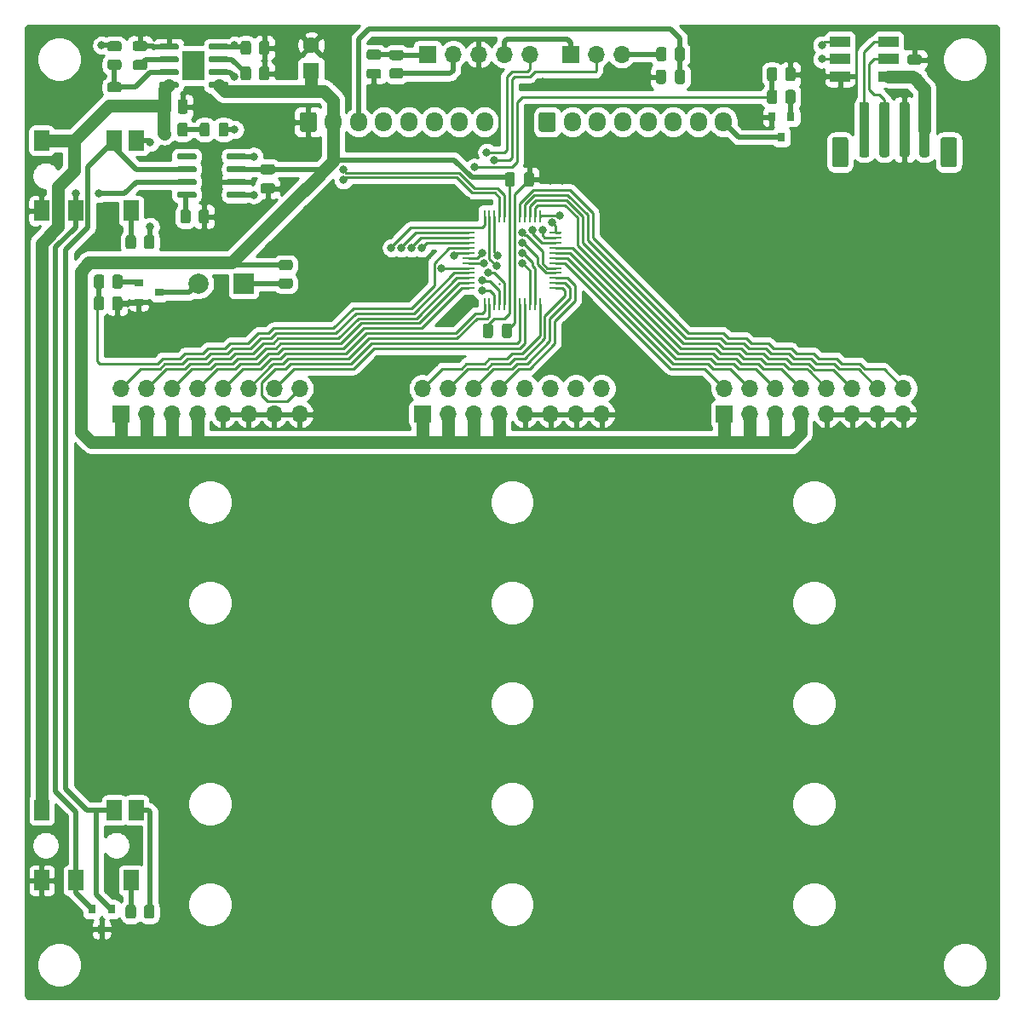
<source format=gbr>
%TF.GenerationSoftware,KiCad,Pcbnew,(5.1.9)-1*%
%TF.CreationDate,2021-05-23T18:55:03+01:00*%
%TF.ProjectId,ControlBoard,436f6e74-726f-46c4-926f-6172642e6b69,rev?*%
%TF.SameCoordinates,Original*%
%TF.FileFunction,Copper,L1,Top*%
%TF.FilePolarity,Positive*%
%FSLAX46Y46*%
G04 Gerber Fmt 4.6, Leading zero omitted, Abs format (unit mm)*
G04 Created by KiCad (PCBNEW (5.1.9)-1) date 2021-05-23 18:55:03*
%MOMM*%
%LPD*%
G01*
G04 APERTURE LIST*
%TA.AperFunction,ComponentPad*%
%ADD10R,1.700000X1.700000*%
%TD*%
%TA.AperFunction,ComponentPad*%
%ADD11O,1.700000X1.700000*%
%TD*%
%TA.AperFunction,ComponentPad*%
%ADD12O,1.700000X1.950000*%
%TD*%
%TA.AperFunction,SMDPad,CuDef*%
%ADD13R,0.250000X1.300000*%
%TD*%
%TA.AperFunction,SMDPad,CuDef*%
%ADD14R,1.300000X0.250000*%
%TD*%
%TA.AperFunction,SMDPad,CuDef*%
%ADD15R,2.000000X1.100000*%
%TD*%
%TA.AperFunction,ComponentPad*%
%ADD16R,1.600000X1.600000*%
%TD*%
%TA.AperFunction,ComponentPad*%
%ADD17C,1.600000*%
%TD*%
%TA.AperFunction,ComponentPad*%
%ADD18R,2.000000X2.000000*%
%TD*%
%TA.AperFunction,ComponentPad*%
%ADD19C,2.000000*%
%TD*%
%TA.AperFunction,SMDPad,CuDef*%
%ADD20R,1.500000X2.000000*%
%TD*%
%TA.AperFunction,SMDPad,CuDef*%
%ADD21R,0.800000X0.900000*%
%TD*%
%TA.AperFunction,SMDPad,CuDef*%
%ADD22R,2.290000X3.000000*%
%TD*%
%TA.AperFunction,SMDPad,CuDef*%
%ADD23R,0.900000X0.800000*%
%TD*%
%TA.AperFunction,ViaPad*%
%ADD24C,0.800000*%
%TD*%
%TA.AperFunction,Conductor*%
%ADD25C,0.500000*%
%TD*%
%TA.AperFunction,Conductor*%
%ADD26C,1.270000*%
%TD*%
%TA.AperFunction,Conductor*%
%ADD27C,0.250000*%
%TD*%
%TA.AperFunction,Conductor*%
%ADD28C,0.254000*%
%TD*%
%TA.AperFunction,Conductor*%
%ADD29C,0.100000*%
%TD*%
G04 APERTURE END LIST*
%TO.P,C5,2*%
%TO.N,GND*%
%TA.AperFunction,SMDPad,CuDef*%
G36*
G01*
X110475000Y-25550000D02*
X109525000Y-25550000D01*
G75*
G02*
X109275000Y-25300000I0J250000D01*
G01*
X109275000Y-24800000D01*
G75*
G02*
X109525000Y-24550000I250000J0D01*
G01*
X110475000Y-24550000D01*
G75*
G02*
X110725000Y-24800000I0J-250000D01*
G01*
X110725000Y-25300000D01*
G75*
G02*
X110475000Y-25550000I-250000J0D01*
G01*
G37*
%TD.AperFunction*%
%TO.P,C5,1*%
%TO.N,+5V*%
%TA.AperFunction,SMDPad,CuDef*%
G36*
G01*
X110475000Y-27450000D02*
X109525000Y-27450000D01*
G75*
G02*
X109275000Y-27200000I0J250000D01*
G01*
X109275000Y-26700000D01*
G75*
G02*
X109525000Y-26450000I250000J0D01*
G01*
X110475000Y-26450000D01*
G75*
G02*
X110725000Y-26700000I0J-250000D01*
G01*
X110725000Y-27200000D01*
G75*
G02*
X110475000Y-27450000I-250000J0D01*
G01*
G37*
%TD.AperFunction*%
%TD*%
%TO.P,J4,MP*%
%TO.N,N/C*%
%TA.AperFunction,SMDPad,CuDef*%
G36*
G01*
X103400000Y-33000000D02*
X103400000Y-35500000D01*
G75*
G02*
X103150000Y-35750000I-250000J0D01*
G01*
X102050000Y-35750000D01*
G75*
G02*
X101800000Y-35500000I0J250000D01*
G01*
X101800000Y-33000000D01*
G75*
G02*
X102050000Y-32750000I250000J0D01*
G01*
X103150000Y-32750000D01*
G75*
G02*
X103400000Y-33000000I0J-250000D01*
G01*
G37*
%TD.AperFunction*%
%TA.AperFunction,SMDPad,CuDef*%
G36*
G01*
X114200000Y-33000000D02*
X114200000Y-35500000D01*
G75*
G02*
X113950000Y-35750000I-250000J0D01*
G01*
X112850000Y-35750000D01*
G75*
G02*
X112600000Y-35500000I0J250000D01*
G01*
X112600000Y-33000000D01*
G75*
G02*
X112850000Y-32750000I250000J0D01*
G01*
X113950000Y-32750000D01*
G75*
G02*
X114200000Y-33000000I0J-250000D01*
G01*
G37*
%TD.AperFunction*%
%TO.P,J4,4*%
%TO.N,Net-(D1-Pad6)*%
%TA.AperFunction,SMDPad,CuDef*%
G36*
G01*
X105500000Y-29500000D02*
X105500000Y-34500000D01*
G75*
G02*
X105250000Y-34750000I-250000J0D01*
G01*
X104750000Y-34750000D01*
G75*
G02*
X104500000Y-34500000I0J250000D01*
G01*
X104500000Y-29500000D01*
G75*
G02*
X104750000Y-29250000I250000J0D01*
G01*
X105250000Y-29250000D01*
G75*
G02*
X105500000Y-29500000I0J-250000D01*
G01*
G37*
%TD.AperFunction*%
%TO.P,J4,3*%
%TO.N,Net-(D1-Pad5)*%
%TA.AperFunction,SMDPad,CuDef*%
G36*
G01*
X107500000Y-29500000D02*
X107500000Y-34500000D01*
G75*
G02*
X107250000Y-34750000I-250000J0D01*
G01*
X106750000Y-34750000D01*
G75*
G02*
X106500000Y-34500000I0J250000D01*
G01*
X106500000Y-29500000D01*
G75*
G02*
X106750000Y-29250000I250000J0D01*
G01*
X107250000Y-29250000D01*
G75*
G02*
X107500000Y-29500000I0J-250000D01*
G01*
G37*
%TD.AperFunction*%
%TO.P,J4,2*%
%TO.N,GND*%
%TA.AperFunction,SMDPad,CuDef*%
G36*
G01*
X109500000Y-29500000D02*
X109500000Y-34500000D01*
G75*
G02*
X109250000Y-34750000I-250000J0D01*
G01*
X108750000Y-34750000D01*
G75*
G02*
X108500000Y-34500000I0J250000D01*
G01*
X108500000Y-29500000D01*
G75*
G02*
X108750000Y-29250000I250000J0D01*
G01*
X109250000Y-29250000D01*
G75*
G02*
X109500000Y-29500000I0J-250000D01*
G01*
G37*
%TD.AperFunction*%
%TO.P,J4,1*%
%TO.N,+5V*%
%TA.AperFunction,SMDPad,CuDef*%
G36*
G01*
X111500000Y-29500000D02*
X111500000Y-34500000D01*
G75*
G02*
X111250000Y-34750000I-250000J0D01*
G01*
X110750000Y-34750000D01*
G75*
G02*
X110500000Y-34500000I0J250000D01*
G01*
X110500000Y-29500000D01*
G75*
G02*
X110750000Y-29250000I250000J0D01*
G01*
X111250000Y-29250000D01*
G75*
G02*
X111500000Y-29500000I0J-250000D01*
G01*
G37*
%TD.AperFunction*%
%TD*%
D10*
%TO.P,J5,1*%
%TO.N,+5V*%
X31110000Y-60270000D03*
D11*
%TO.P,J5,2*%
%TO.N,/A0*%
X31110000Y-57730000D03*
%TO.P,J5,3*%
%TO.N,+5V*%
X33650000Y-60270000D03*
%TO.P,J5,4*%
%TO.N,/A1*%
X33650000Y-57730000D03*
%TO.P,J5,5*%
%TO.N,+5V*%
X36190000Y-60270000D03*
%TO.P,J5,6*%
%TO.N,/A2*%
X36190000Y-57730000D03*
%TO.P,J5,7*%
%TO.N,+5V*%
X38730000Y-60270000D03*
%TO.P,J5,8*%
%TO.N,/A3*%
X38730000Y-57730000D03*
%TO.P,J5,9*%
%TO.N,GND*%
X41270000Y-60270000D03*
%TO.P,J5,10*%
%TO.N,/A4*%
X41270000Y-57730000D03*
%TO.P,J5,11*%
%TO.N,GND*%
X43810000Y-60270000D03*
%TO.P,J5,12*%
%TO.N,/A5*%
X43810000Y-57730000D03*
%TO.P,J5,13*%
%TO.N,GND*%
X46350000Y-60270000D03*
%TO.P,J5,14*%
%TO.N,/A6*%
X46350000Y-57730000D03*
%TO.P,J5,15*%
%TO.N,GND*%
X48890000Y-60270000D03*
%TO.P,J5,16*%
%TO.N,/A7*%
X48890000Y-57730000D03*
%TD*%
D10*
%TO.P,J6,1*%
%TO.N,+5V*%
X61110000Y-60270000D03*
D11*
%TO.P,J6,2*%
%TO.N,/B0*%
X61110000Y-57730000D03*
%TO.P,J6,3*%
%TO.N,+5V*%
X63650000Y-60270000D03*
%TO.P,J6,4*%
%TO.N,/B1*%
X63650000Y-57730000D03*
%TO.P,J6,5*%
%TO.N,+5V*%
X66190000Y-60270000D03*
%TO.P,J6,6*%
%TO.N,/B2*%
X66190000Y-57730000D03*
%TO.P,J6,7*%
%TO.N,+5V*%
X68730000Y-60270000D03*
%TO.P,J6,8*%
%TO.N,/B3*%
X68730000Y-57730000D03*
%TO.P,J6,9*%
%TO.N,GND*%
X71270000Y-60270000D03*
%TO.P,J6,10*%
%TO.N,/B4*%
X71270000Y-57730000D03*
%TO.P,J6,11*%
%TO.N,GND*%
X73810000Y-60270000D03*
%TO.P,J6,12*%
%TO.N,/B5*%
X73810000Y-57730000D03*
%TO.P,J6,13*%
%TO.N,GND*%
X76350000Y-60270000D03*
%TO.P,J6,14*%
%TO.N,/B6*%
X76350000Y-57730000D03*
%TO.P,J6,15*%
%TO.N,GND*%
X78890000Y-60270000D03*
%TO.P,J6,16*%
%TO.N,/B7*%
X78890000Y-57730000D03*
%TD*%
D10*
%TO.P,J7,1*%
%TO.N,+5V*%
X91110000Y-60270000D03*
D11*
%TO.P,J7,2*%
%TO.N,/C0*%
X91110000Y-57730000D03*
%TO.P,J7,3*%
%TO.N,+5V*%
X93650000Y-60270000D03*
%TO.P,J7,4*%
%TO.N,/C1*%
X93650000Y-57730000D03*
%TO.P,J7,5*%
%TO.N,+5V*%
X96190000Y-60270000D03*
%TO.P,J7,6*%
%TO.N,/C2*%
X96190000Y-57730000D03*
%TO.P,J7,7*%
%TO.N,+5V*%
X98730000Y-60270000D03*
%TO.P,J7,8*%
%TO.N,/C3*%
X98730000Y-57730000D03*
%TO.P,J7,9*%
%TO.N,GND*%
X101270000Y-60270000D03*
%TO.P,J7,10*%
%TO.N,/C4*%
X101270000Y-57730000D03*
%TO.P,J7,11*%
%TO.N,GND*%
X103810000Y-60270000D03*
%TO.P,J7,12*%
%TO.N,/C5*%
X103810000Y-57730000D03*
%TO.P,J7,13*%
%TO.N,GND*%
X106350000Y-60270000D03*
%TO.P,J7,14*%
%TO.N,/C6*%
X106350000Y-57730000D03*
%TO.P,J7,15*%
%TO.N,GND*%
X108890000Y-60270000D03*
%TO.P,J7,16*%
%TO.N,/C7*%
X108890000Y-57730000D03*
%TD*%
%TO.P,J8,1*%
%TO.N,GND*%
%TA.AperFunction,ComponentPad*%
G36*
G01*
X48900000Y-31975000D02*
X48900000Y-30525000D01*
G75*
G02*
X49150000Y-30275000I250000J0D01*
G01*
X50350000Y-30275000D01*
G75*
G02*
X50600000Y-30525000I0J-250000D01*
G01*
X50600000Y-31975000D01*
G75*
G02*
X50350000Y-32225000I-250000J0D01*
G01*
X49150000Y-32225000D01*
G75*
G02*
X48900000Y-31975000I0J250000D01*
G01*
G37*
%TD.AperFunction*%
D12*
%TO.P,J8,2*%
%TO.N,+5V*%
X52250000Y-31250000D03*
%TO.P,J8,3*%
%TO.N,VO*%
X54750000Y-31250000D03*
%TO.P,J8,4*%
%TO.N,/RS*%
X57250000Y-31250000D03*
%TO.P,J8,5*%
%TO.N,/RW*%
X59750000Y-31250000D03*
%TO.P,J8,6*%
%TO.N,/E*%
X62250000Y-31250000D03*
%TO.P,J8,7*%
%TO.N,/D0*%
X64750000Y-31250000D03*
%TO.P,J8,8*%
%TO.N,/D1*%
X67250000Y-31250000D03*
%TD*%
D13*
%TO.P,U2,1*%
%TO.N,/D7*%
X72750000Y-40650000D03*
%TO.P,U2,2*%
%TO.N,/C4*%
X72250000Y-40650000D03*
%TO.P,U2,3*%
%TO.N,/C5*%
X71750000Y-40650000D03*
%TO.P,U2,4*%
%TO.N,/C6*%
X71250000Y-40650000D03*
%TO.P,U2,5*%
%TO.N,/C7*%
X70750000Y-40650000D03*
%TO.P,U2,6*%
%TO.N,GND*%
X70250000Y-40650000D03*
%TO.P,U2,7*%
%TO.N,+5V*%
X69750000Y-40650000D03*
%TO.P,U2,8*%
%TO.N,CANRX*%
X69250000Y-40650000D03*
%TO.P,U2,9*%
%TO.N,CANTX*%
X68750000Y-40650000D03*
%TO.P,U2,10*%
%TO.N,ARGB-DAT*%
X68250000Y-40650000D03*
%TO.P,U2,11*%
%TO.N,ARGB-CLK*%
X67750000Y-40650000D03*
%TO.P,U2,12*%
%TO.N,/B4*%
X67250000Y-40650000D03*
D14*
%TO.P,U2,13*%
%TO.N,/B5*%
X65650000Y-42250000D03*
%TO.P,U2,14*%
%TO.N,/B6*%
X65650000Y-42750000D03*
%TO.P,U2,15*%
%TO.N,/B7*%
X65650000Y-43250000D03*
%TO.P,U2,16*%
%TO.N,BUZZER*%
X65650000Y-43750000D03*
%TO.P,U2,17*%
%TO.N,K-SIGNAL*%
X65650000Y-44250000D03*
%TO.P,U2,18*%
%TO.N,ICSPCLK*%
X65650000Y-44750000D03*
%TO.P,U2,19*%
%TO.N,ICSPDAT-VO*%
X65650000Y-45250000D03*
%TO.P,U2,20*%
%TO.N,~MCLR~*%
X65650000Y-45750000D03*
%TO.P,U2,21*%
%TO.N,/A0*%
X65650000Y-46250000D03*
%TO.P,U2,22*%
%TO.N,/A1*%
X65650000Y-46750000D03*
%TO.P,U2,23*%
%TO.N,/A2*%
X65650000Y-47250000D03*
%TO.P,U2,24*%
%TO.N,/A3*%
X65650000Y-47750000D03*
D13*
%TO.P,U2,25*%
%TO.N,/A4*%
X67250000Y-49350000D03*
%TO.P,U2,26*%
%TO.N,/A5*%
X67750000Y-49350000D03*
%TO.P,U2,27*%
%TO.N,/RS*%
X68250000Y-49350000D03*
%TO.P,U2,28*%
%TO.N,/RW*%
X68750000Y-49350000D03*
%TO.P,U2,29*%
%TO.N,/E*%
X69250000Y-49350000D03*
%TO.P,U2,30*%
%TO.N,+5V*%
X69750000Y-49350000D03*
%TO.P,U2,31*%
%TO.N,GND*%
X70250000Y-49350000D03*
%TO.P,U2,32*%
%TO.N,/A7*%
X70750000Y-49350000D03*
%TO.P,U2,33*%
%TO.N,/A6*%
X71250000Y-49350000D03*
%TO.P,U2,34*%
%TO.N,/D0*%
X71750000Y-49350000D03*
%TO.P,U2,35*%
%TO.N,/D1*%
X72250000Y-49350000D03*
%TO.P,U2,36*%
%TO.N,/B0*%
X72750000Y-49350000D03*
D14*
%TO.P,U2,37*%
%TO.N,/B1*%
X74350000Y-47750000D03*
%TO.P,U2,38*%
%TO.N,/B2*%
X74350000Y-47250000D03*
%TO.P,U2,39*%
%TO.N,/B3*%
X74350000Y-46750000D03*
%TO.P,U2,40*%
%TO.N,/D2*%
X74350000Y-46250000D03*
%TO.P,U2,41*%
%TO.N,/D3*%
X74350000Y-45750000D03*
%TO.P,U2,42*%
%TO.N,/C0*%
X74350000Y-45250000D03*
%TO.P,U2,43*%
%TO.N,/C1*%
X74350000Y-44750000D03*
%TO.P,U2,44*%
%TO.N,/C2*%
X74350000Y-44250000D03*
%TO.P,U2,45*%
%TO.N,/C3*%
X74350000Y-43750000D03*
%TO.P,U2,46*%
%TO.N,/D4*%
X74350000Y-43250000D03*
%TO.P,U2,47*%
%TO.N,/D5*%
X74350000Y-42750000D03*
%TO.P,U2,48*%
%TO.N,/D6*%
X74350000Y-42250000D03*
%TD*%
D15*
%TO.P,D1,6*%
%TO.N,Net-(D1-Pad6)*%
X107400000Y-23300000D03*
%TO.P,D1,5*%
%TO.N,Net-(D1-Pad5)*%
X107400000Y-25000000D03*
%TO.P,D1,4*%
%TO.N,+5V*%
X107400000Y-26700000D03*
%TO.P,D1,3*%
%TO.N,GND*%
X102600000Y-26700000D03*
%TO.P,D1,2*%
%TO.N,ARGB-CLK*%
X102600000Y-25000000D03*
%TO.P,D1,1*%
%TO.N,ARGB-DAT*%
X102600000Y-23300000D03*
%TD*%
%TO.P,C3,1*%
%TO.N,+5V*%
%TA.AperFunction,SMDPad,CuDef*%
G36*
G01*
X67100000Y-52475000D02*
X67100000Y-51525000D01*
G75*
G02*
X67350000Y-51275000I250000J0D01*
G01*
X67850000Y-51275000D01*
G75*
G02*
X68100000Y-51525000I0J-250000D01*
G01*
X68100000Y-52475000D01*
G75*
G02*
X67850000Y-52725000I-250000J0D01*
G01*
X67350000Y-52725000D01*
G75*
G02*
X67100000Y-52475000I0J250000D01*
G01*
G37*
%TD.AperFunction*%
%TO.P,C3,2*%
%TO.N,GND*%
%TA.AperFunction,SMDPad,CuDef*%
G36*
G01*
X69000000Y-52475000D02*
X69000000Y-51525000D01*
G75*
G02*
X69250000Y-51275000I250000J0D01*
G01*
X69750000Y-51275000D01*
G75*
G02*
X70000000Y-51525000I0J-250000D01*
G01*
X70000000Y-52475000D01*
G75*
G02*
X69750000Y-52725000I-250000J0D01*
G01*
X69250000Y-52725000D01*
G75*
G02*
X69000000Y-52475000I0J250000D01*
G01*
G37*
%TD.AperFunction*%
%TD*%
D16*
%TO.P,C2,1*%
%TO.N,+5V*%
X50038000Y-26122000D03*
D17*
%TO.P,C2,2*%
%TO.N,GND*%
X50038000Y-23622000D03*
%TD*%
D18*
%TO.P,BZ1,1*%
%TO.N,Net-(BZ1-Pad1)*%
X43334500Y-47307500D03*
D19*
%TO.P,BZ1,2*%
%TO.N,Net-(BZ1-Pad2)*%
X38834500Y-47307500D03*
%TD*%
%TO.P,C4,2*%
%TO.N,GND*%
%TA.AperFunction,SMDPad,CuDef*%
G36*
G01*
X71189000Y-37432000D02*
X71189000Y-36482000D01*
G75*
G02*
X71439000Y-36232000I250000J0D01*
G01*
X71939000Y-36232000D01*
G75*
G02*
X72189000Y-36482000I0J-250000D01*
G01*
X72189000Y-37432000D01*
G75*
G02*
X71939000Y-37682000I-250000J0D01*
G01*
X71439000Y-37682000D01*
G75*
G02*
X71189000Y-37432000I0J250000D01*
G01*
G37*
%TD.AperFunction*%
%TO.P,C4,1*%
%TO.N,+5V*%
%TA.AperFunction,SMDPad,CuDef*%
G36*
G01*
X69289000Y-37432000D02*
X69289000Y-36482000D01*
G75*
G02*
X69539000Y-36232000I250000J0D01*
G01*
X70039000Y-36232000D01*
G75*
G02*
X70289000Y-36482000I0J-250000D01*
G01*
X70289000Y-37432000D01*
G75*
G02*
X70039000Y-37682000I-250000J0D01*
G01*
X69539000Y-37682000D01*
G75*
G02*
X69289000Y-37432000I0J250000D01*
G01*
G37*
%TD.AperFunction*%
%TD*%
%TO.P,C1,2*%
%TO.N,GND*%
%TA.AperFunction,SMDPad,CuDef*%
G36*
G01*
X45245000Y-37346000D02*
X46195000Y-37346000D01*
G75*
G02*
X46445000Y-37596000I0J-250000D01*
G01*
X46445000Y-38096000D01*
G75*
G02*
X46195000Y-38346000I-250000J0D01*
G01*
X45245000Y-38346000D01*
G75*
G02*
X44995000Y-38096000I0J250000D01*
G01*
X44995000Y-37596000D01*
G75*
G02*
X45245000Y-37346000I250000J0D01*
G01*
G37*
%TD.AperFunction*%
%TO.P,C1,1*%
%TO.N,+5V*%
%TA.AperFunction,SMDPad,CuDef*%
G36*
G01*
X45245000Y-35446000D02*
X46195000Y-35446000D01*
G75*
G02*
X46445000Y-35696000I0J-250000D01*
G01*
X46445000Y-36196000D01*
G75*
G02*
X46195000Y-36446000I-250000J0D01*
G01*
X45245000Y-36446000D01*
G75*
G02*
X44995000Y-36196000I0J250000D01*
G01*
X44995000Y-35696000D01*
G75*
G02*
X45245000Y-35446000I250000J0D01*
G01*
G37*
%TD.AperFunction*%
%TD*%
%TO.P,C6,1*%
%TO.N,~MCLR~*%
%TA.AperFunction,SMDPad,CuDef*%
G36*
G01*
X55786000Y-24050000D02*
X56736000Y-24050000D01*
G75*
G02*
X56986000Y-24300000I0J-250000D01*
G01*
X56986000Y-24800000D01*
G75*
G02*
X56736000Y-25050000I-250000J0D01*
G01*
X55786000Y-25050000D01*
G75*
G02*
X55536000Y-24800000I0J250000D01*
G01*
X55536000Y-24300000D01*
G75*
G02*
X55786000Y-24050000I250000J0D01*
G01*
G37*
%TD.AperFunction*%
%TO.P,C6,2*%
%TO.N,GND*%
%TA.AperFunction,SMDPad,CuDef*%
G36*
G01*
X55786000Y-25950000D02*
X56736000Y-25950000D01*
G75*
G02*
X56986000Y-26200000I0J-250000D01*
G01*
X56986000Y-26700000D01*
G75*
G02*
X56736000Y-26950000I-250000J0D01*
G01*
X55786000Y-26950000D01*
G75*
G02*
X55536000Y-26700000I0J250000D01*
G01*
X55536000Y-26200000D01*
G75*
G02*
X55786000Y-25950000I250000J0D01*
G01*
G37*
%TD.AperFunction*%
%TD*%
%TO.P,R1,2*%
%TO.N,Net-(J1-Pad5)*%
%TA.AperFunction,SMDPad,CuDef*%
G36*
G01*
X33420000Y-110178001D02*
X33420000Y-109277999D01*
G75*
G02*
X33669999Y-109028000I249999J0D01*
G01*
X34195001Y-109028000D01*
G75*
G02*
X34445000Y-109277999I0J-249999D01*
G01*
X34445000Y-110178001D01*
G75*
G02*
X34195001Y-110428000I-249999J0D01*
G01*
X33669999Y-110428000D01*
G75*
G02*
X33420000Y-110178001I0J249999D01*
G01*
G37*
%TD.AperFunction*%
%TO.P,R1,1*%
%TO.N,Net-(J1-Pad6)*%
%TA.AperFunction,SMDPad,CuDef*%
G36*
G01*
X31595000Y-110178001D02*
X31595000Y-109277999D01*
G75*
G02*
X31844999Y-109028000I249999J0D01*
G01*
X32370001Y-109028000D01*
G75*
G02*
X32620000Y-109277999I0J-249999D01*
G01*
X32620000Y-110178001D01*
G75*
G02*
X32370001Y-110428000I-249999J0D01*
G01*
X31844999Y-110428000D01*
G75*
G02*
X31595000Y-110178001I0J249999D01*
G01*
G37*
%TD.AperFunction*%
%TD*%
%TO.P,R2,2*%
%TO.N,GND*%
%TA.AperFunction,SMDPad,CuDef*%
G36*
G01*
X38857500Y-41090001D02*
X38857500Y-40189999D01*
G75*
G02*
X39107499Y-39940000I249999J0D01*
G01*
X39632501Y-39940000D01*
G75*
G02*
X39882500Y-40189999I0J-249999D01*
G01*
X39882500Y-41090001D01*
G75*
G02*
X39632501Y-41340000I-249999J0D01*
G01*
X39107499Y-41340000D01*
G75*
G02*
X38857500Y-41090001I0J249999D01*
G01*
G37*
%TD.AperFunction*%
%TO.P,R2,1*%
%TO.N,Net-(R2-Pad1)*%
%TA.AperFunction,SMDPad,CuDef*%
G36*
G01*
X37032500Y-41090001D02*
X37032500Y-40189999D01*
G75*
G02*
X37282499Y-39940000I249999J0D01*
G01*
X37807501Y-39940000D01*
G75*
G02*
X38057500Y-40189999I0J-249999D01*
G01*
X38057500Y-41090001D01*
G75*
G02*
X37807501Y-41340000I-249999J0D01*
G01*
X37282499Y-41340000D01*
G75*
G02*
X37032500Y-41090001I0J249999D01*
G01*
G37*
%TD.AperFunction*%
%TD*%
D20*
%TO.P,J1,6*%
%TO.N,Net-(J1-Pad6)*%
X32150000Y-106624000D03*
%TO.P,J1,3*%
%TO.N,CANH*%
X26650000Y-106624000D03*
%TO.P,J1,1*%
%TO.N,GND*%
X23250000Y-106624000D03*
%TO.P,J1,5*%
%TO.N,Net-(J1-Pad5)*%
X32650000Y-99624000D03*
%TO.P,J1,4*%
%TO.N,CANL*%
X30450000Y-99624000D03*
%TO.P,J1,2*%
%TO.N,+BATT*%
X23250000Y-99624000D03*
%TD*%
%TO.P,R3,1*%
%TO.N,Net-(J2-Pad6)*%
%TA.AperFunction,SMDPad,CuDef*%
G36*
G01*
X31595000Y-43630001D02*
X31595000Y-42729999D01*
G75*
G02*
X31844999Y-42480000I249999J0D01*
G01*
X32370001Y-42480000D01*
G75*
G02*
X32620000Y-42729999I0J-249999D01*
G01*
X32620000Y-43630001D01*
G75*
G02*
X32370001Y-43880000I-249999J0D01*
G01*
X31844999Y-43880000D01*
G75*
G02*
X31595000Y-43630001I0J249999D01*
G01*
G37*
%TD.AperFunction*%
%TO.P,R3,2*%
%TO.N,Net-(J2-Pad5)*%
%TA.AperFunction,SMDPad,CuDef*%
G36*
G01*
X33420000Y-43630001D02*
X33420000Y-42729999D01*
G75*
G02*
X33669999Y-42480000I249999J0D01*
G01*
X34195001Y-42480000D01*
G75*
G02*
X34445000Y-42729999I0J-249999D01*
G01*
X34445000Y-43630001D01*
G75*
G02*
X34195001Y-43880000I-249999J0D01*
G01*
X33669999Y-43880000D01*
G75*
G02*
X33420000Y-43630001I0J249999D01*
G01*
G37*
%TD.AperFunction*%
%TD*%
%TO.P,R4,1*%
%TO.N,+5V*%
%TA.AperFunction,SMDPad,CuDef*%
G36*
G01*
X58950001Y-26925000D02*
X58049999Y-26925000D01*
G75*
G02*
X57800000Y-26675001I0J249999D01*
G01*
X57800000Y-26149999D01*
G75*
G02*
X58049999Y-25900000I249999J0D01*
G01*
X58950001Y-25900000D01*
G75*
G02*
X59200000Y-26149999I0J-249999D01*
G01*
X59200000Y-26675001D01*
G75*
G02*
X58950001Y-26925000I-249999J0D01*
G01*
G37*
%TD.AperFunction*%
%TO.P,R4,2*%
%TO.N,~MCLR~*%
%TA.AperFunction,SMDPad,CuDef*%
G36*
G01*
X58950001Y-25100000D02*
X58049999Y-25100000D01*
G75*
G02*
X57800000Y-24850001I0J249999D01*
G01*
X57800000Y-24324999D01*
G75*
G02*
X58049999Y-24075000I249999J0D01*
G01*
X58950001Y-24075000D01*
G75*
G02*
X59200000Y-24324999I0J-249999D01*
G01*
X59200000Y-24850001D01*
G75*
G02*
X58950001Y-25100000I-249999J0D01*
G01*
G37*
%TD.AperFunction*%
%TD*%
D10*
%TO.P,J11,1*%
%TO.N,ICSPDAT*%
X75819000Y-24511000D03*
D11*
%TO.P,J11,2*%
%TO.N,ICSPDAT-VO*%
X78359000Y-24511000D03*
%TO.P,J11,3*%
%TO.N,VO-SIGNAL*%
X80899000Y-24511000D03*
%TD*%
D21*
%TO.P,Q1,1*%
%TO.N,Net-(Q1-Pad1)*%
X97700000Y-30750000D03*
%TO.P,Q1,2*%
%TO.N,GND*%
X95800000Y-30750000D03*
%TO.P,Q1,3*%
%TO.N,K*%
X96750000Y-32750000D03*
%TD*%
%TO.P,C7,1*%
%TO.N,VO*%
%TA.AperFunction,SMDPad,CuDef*%
G36*
G01*
X87200000Y-26275000D02*
X87200000Y-27225000D01*
G75*
G02*
X86950000Y-27475000I-250000J0D01*
G01*
X86450000Y-27475000D01*
G75*
G02*
X86200000Y-27225000I0J250000D01*
G01*
X86200000Y-26275000D01*
G75*
G02*
X86450000Y-26025000I250000J0D01*
G01*
X86950000Y-26025000D01*
G75*
G02*
X87200000Y-26275000I0J-250000D01*
G01*
G37*
%TD.AperFunction*%
%TO.P,C7,2*%
%TO.N,GND*%
%TA.AperFunction,SMDPad,CuDef*%
G36*
G01*
X85300000Y-26275000D02*
X85300000Y-27225000D01*
G75*
G02*
X85050000Y-27475000I-250000J0D01*
G01*
X84550000Y-27475000D01*
G75*
G02*
X84300000Y-27225000I0J250000D01*
G01*
X84300000Y-26275000D01*
G75*
G02*
X84550000Y-26025000I250000J0D01*
G01*
X85050000Y-26025000D01*
G75*
G02*
X85300000Y-26275000I0J-250000D01*
G01*
G37*
%TD.AperFunction*%
%TD*%
D20*
%TO.P,J2,2*%
%TO.N,+BATT*%
X23240000Y-33076000D03*
%TO.P,J2,4*%
%TO.N,CANL*%
X30440000Y-33076000D03*
%TO.P,J2,5*%
%TO.N,Net-(J2-Pad5)*%
X32640000Y-33076000D03*
%TO.P,J2,1*%
%TO.N,GND*%
X23240000Y-40076000D03*
%TO.P,J2,3*%
%TO.N,CANH*%
X26640000Y-40076000D03*
%TO.P,J2,6*%
%TO.N,Net-(J2-Pad6)*%
X32140000Y-40076000D03*
%TD*%
D21*
%TO.P,D3,1*%
%TO.N,CANL*%
X30160000Y-109490000D03*
%TO.P,D3,2*%
%TO.N,CANH*%
X28260000Y-109490000D03*
%TO.P,D3,3*%
%TO.N,GND*%
X29210000Y-111490000D03*
%TD*%
%TO.P,R10,2*%
%TO.N,Net-(R10-Pad2)*%
%TA.AperFunction,SMDPad,CuDef*%
G36*
G01*
X30930001Y-28302000D02*
X30029999Y-28302000D01*
G75*
G02*
X29780000Y-28052001I0J249999D01*
G01*
X29780000Y-27526999D01*
G75*
G02*
X30029999Y-27277000I249999J0D01*
G01*
X30930001Y-27277000D01*
G75*
G02*
X31180000Y-27526999I0J-249999D01*
G01*
X31180000Y-28052001D01*
G75*
G02*
X30930001Y-28302000I-249999J0D01*
G01*
G37*
%TD.AperFunction*%
%TO.P,R10,1*%
%TO.N,+BATT*%
%TA.AperFunction,SMDPad,CuDef*%
G36*
G01*
X30930001Y-30127000D02*
X30029999Y-30127000D01*
G75*
G02*
X29780000Y-29877001I0J249999D01*
G01*
X29780000Y-29351999D01*
G75*
G02*
X30029999Y-29102000I249999J0D01*
G01*
X30930001Y-29102000D01*
G75*
G02*
X31180000Y-29351999I0J-249999D01*
G01*
X31180000Y-29877001D01*
G75*
G02*
X30930001Y-30127000I-249999J0D01*
G01*
G37*
%TD.AperFunction*%
%TD*%
%TO.P,U1,1*%
%TO.N,CANTX*%
%TA.AperFunction,SMDPad,CuDef*%
G36*
G01*
X43582000Y-38331000D02*
X43582000Y-38631000D01*
G75*
G02*
X43432000Y-38781000I-150000J0D01*
G01*
X41782000Y-38781000D01*
G75*
G02*
X41632000Y-38631000I0J150000D01*
G01*
X41632000Y-38331000D01*
G75*
G02*
X41782000Y-38181000I150000J0D01*
G01*
X43432000Y-38181000D01*
G75*
G02*
X43582000Y-38331000I0J-150000D01*
G01*
G37*
%TD.AperFunction*%
%TO.P,U1,2*%
%TO.N,GND*%
%TA.AperFunction,SMDPad,CuDef*%
G36*
G01*
X43582000Y-37061000D02*
X43582000Y-37361000D01*
G75*
G02*
X43432000Y-37511000I-150000J0D01*
G01*
X41782000Y-37511000D01*
G75*
G02*
X41632000Y-37361000I0J150000D01*
G01*
X41632000Y-37061000D01*
G75*
G02*
X41782000Y-36911000I150000J0D01*
G01*
X43432000Y-36911000D01*
G75*
G02*
X43582000Y-37061000I0J-150000D01*
G01*
G37*
%TD.AperFunction*%
%TO.P,U1,3*%
%TO.N,+5V*%
%TA.AperFunction,SMDPad,CuDef*%
G36*
G01*
X43582000Y-35791000D02*
X43582000Y-36091000D01*
G75*
G02*
X43432000Y-36241000I-150000J0D01*
G01*
X41782000Y-36241000D01*
G75*
G02*
X41632000Y-36091000I0J150000D01*
G01*
X41632000Y-35791000D01*
G75*
G02*
X41782000Y-35641000I150000J0D01*
G01*
X43432000Y-35641000D01*
G75*
G02*
X43582000Y-35791000I0J-150000D01*
G01*
G37*
%TD.AperFunction*%
%TO.P,U1,4*%
%TO.N,CANRX*%
%TA.AperFunction,SMDPad,CuDef*%
G36*
G01*
X43582000Y-34521000D02*
X43582000Y-34821000D01*
G75*
G02*
X43432000Y-34971000I-150000J0D01*
G01*
X41782000Y-34971000D01*
G75*
G02*
X41632000Y-34821000I0J150000D01*
G01*
X41632000Y-34521000D01*
G75*
G02*
X41782000Y-34371000I150000J0D01*
G01*
X43432000Y-34371000D01*
G75*
G02*
X43582000Y-34521000I0J-150000D01*
G01*
G37*
%TD.AperFunction*%
%TO.P,U1,5*%
%TO.N,Net-(U1-Pad5)*%
%TA.AperFunction,SMDPad,CuDef*%
G36*
G01*
X38632000Y-34521000D02*
X38632000Y-34821000D01*
G75*
G02*
X38482000Y-34971000I-150000J0D01*
G01*
X36832000Y-34971000D01*
G75*
G02*
X36682000Y-34821000I0J150000D01*
G01*
X36682000Y-34521000D01*
G75*
G02*
X36832000Y-34371000I150000J0D01*
G01*
X38482000Y-34371000D01*
G75*
G02*
X38632000Y-34521000I0J-150000D01*
G01*
G37*
%TD.AperFunction*%
%TO.P,U1,6*%
%TO.N,CANL*%
%TA.AperFunction,SMDPad,CuDef*%
G36*
G01*
X38632000Y-35791000D02*
X38632000Y-36091000D01*
G75*
G02*
X38482000Y-36241000I-150000J0D01*
G01*
X36832000Y-36241000D01*
G75*
G02*
X36682000Y-36091000I0J150000D01*
G01*
X36682000Y-35791000D01*
G75*
G02*
X36832000Y-35641000I150000J0D01*
G01*
X38482000Y-35641000D01*
G75*
G02*
X38632000Y-35791000I0J-150000D01*
G01*
G37*
%TD.AperFunction*%
%TO.P,U1,7*%
%TO.N,CANH*%
%TA.AperFunction,SMDPad,CuDef*%
G36*
G01*
X38632000Y-37061000D02*
X38632000Y-37361000D01*
G75*
G02*
X38482000Y-37511000I-150000J0D01*
G01*
X36832000Y-37511000D01*
G75*
G02*
X36682000Y-37361000I0J150000D01*
G01*
X36682000Y-37061000D01*
G75*
G02*
X36832000Y-36911000I150000J0D01*
G01*
X38482000Y-36911000D01*
G75*
G02*
X38632000Y-37061000I0J-150000D01*
G01*
G37*
%TD.AperFunction*%
%TO.P,U1,8*%
%TO.N,Net-(R2-Pad1)*%
%TA.AperFunction,SMDPad,CuDef*%
G36*
G01*
X38632000Y-38331000D02*
X38632000Y-38631000D01*
G75*
G02*
X38482000Y-38781000I-150000J0D01*
G01*
X36832000Y-38781000D01*
G75*
G02*
X36682000Y-38631000I0J150000D01*
G01*
X36682000Y-38331000D01*
G75*
G02*
X36832000Y-38181000I150000J0D01*
G01*
X38482000Y-38181000D01*
G75*
G02*
X38632000Y-38331000I0J-150000D01*
G01*
G37*
%TD.AperFunction*%
%TD*%
%TO.P,R6,2*%
%TO.N,Net-(BZ1-Pad1)*%
%TA.AperFunction,SMDPad,CuDef*%
G36*
G01*
X47049999Y-46778500D02*
X47950001Y-46778500D01*
G75*
G02*
X48200000Y-47028499I0J-249999D01*
G01*
X48200000Y-47553501D01*
G75*
G02*
X47950001Y-47803500I-249999J0D01*
G01*
X47049999Y-47803500D01*
G75*
G02*
X46800000Y-47553501I0J249999D01*
G01*
X46800000Y-47028499D01*
G75*
G02*
X47049999Y-46778500I249999J0D01*
G01*
G37*
%TD.AperFunction*%
%TO.P,R6,1*%
%TO.N,+5V*%
%TA.AperFunction,SMDPad,CuDef*%
G36*
G01*
X47049999Y-44953500D02*
X47950001Y-44953500D01*
G75*
G02*
X48200000Y-45203499I0J-249999D01*
G01*
X48200000Y-45728501D01*
G75*
G02*
X47950001Y-45978500I-249999J0D01*
G01*
X47049999Y-45978500D01*
G75*
G02*
X46800000Y-45728501I0J249999D01*
G01*
X46800000Y-45203499D01*
G75*
G02*
X47049999Y-44953500I249999J0D01*
G01*
G37*
%TD.AperFunction*%
%TD*%
%TO.P,R5,2*%
%TO.N,VO-SIGNAL*%
%TA.AperFunction,SMDPad,CuDef*%
G36*
G01*
X85350000Y-24049999D02*
X85350000Y-24950001D01*
G75*
G02*
X85100001Y-25200000I-249999J0D01*
G01*
X84574999Y-25200000D01*
G75*
G02*
X84325000Y-24950001I0J249999D01*
G01*
X84325000Y-24049999D01*
G75*
G02*
X84574999Y-23800000I249999J0D01*
G01*
X85100001Y-23800000D01*
G75*
G02*
X85350000Y-24049999I0J-249999D01*
G01*
G37*
%TD.AperFunction*%
%TO.P,R5,1*%
%TO.N,VO*%
%TA.AperFunction,SMDPad,CuDef*%
G36*
G01*
X87175000Y-24049999D02*
X87175000Y-24950001D01*
G75*
G02*
X86925001Y-25200000I-249999J0D01*
G01*
X86399999Y-25200000D01*
G75*
G02*
X86150000Y-24950001I0J249999D01*
G01*
X86150000Y-24049999D01*
G75*
G02*
X86399999Y-23800000I249999J0D01*
G01*
X86925001Y-23800000D01*
G75*
G02*
X87175000Y-24049999I0J-249999D01*
G01*
G37*
%TD.AperFunction*%
%TD*%
%TO.P,R7,1*%
%TO.N,Net-(Q1-Pad1)*%
%TA.AperFunction,SMDPad,CuDef*%
G36*
G01*
X98175000Y-28299999D02*
X98175000Y-29200001D01*
G75*
G02*
X97925001Y-29450000I-249999J0D01*
G01*
X97399999Y-29450000D01*
G75*
G02*
X97150000Y-29200001I0J249999D01*
G01*
X97150000Y-28299999D01*
G75*
G02*
X97399999Y-28050000I249999J0D01*
G01*
X97925001Y-28050000D01*
G75*
G02*
X98175000Y-28299999I0J-249999D01*
G01*
G37*
%TD.AperFunction*%
%TO.P,R7,2*%
%TO.N,K-SIGNAL*%
%TA.AperFunction,SMDPad,CuDef*%
G36*
G01*
X96350000Y-28299999D02*
X96350000Y-29200001D01*
G75*
G02*
X96100001Y-29450000I-249999J0D01*
G01*
X95574999Y-29450000D01*
G75*
G02*
X95325000Y-29200001I0J249999D01*
G01*
X95325000Y-28299999D01*
G75*
G02*
X95574999Y-28050000I249999J0D01*
G01*
X96100001Y-28050000D01*
G75*
G02*
X96350000Y-28299999I0J-249999D01*
G01*
G37*
%TD.AperFunction*%
%TD*%
%TO.P,R8,2*%
%TO.N,K-SIGNAL*%
%TA.AperFunction,SMDPad,CuDef*%
G36*
G01*
X96350000Y-26049999D02*
X96350000Y-26950001D01*
G75*
G02*
X96100001Y-27200000I-249999J0D01*
G01*
X95574999Y-27200000D01*
G75*
G02*
X95325000Y-26950001I0J249999D01*
G01*
X95325000Y-26049999D01*
G75*
G02*
X95574999Y-25800000I249999J0D01*
G01*
X96100001Y-25800000D01*
G75*
G02*
X96350000Y-26049999I0J-249999D01*
G01*
G37*
%TD.AperFunction*%
%TO.P,R8,1*%
%TO.N,GND*%
%TA.AperFunction,SMDPad,CuDef*%
G36*
G01*
X98175000Y-26049999D02*
X98175000Y-26950001D01*
G75*
G02*
X97925001Y-27200000I-249999J0D01*
G01*
X97399999Y-27200000D01*
G75*
G02*
X97150000Y-26950001I0J249999D01*
G01*
X97150000Y-26049999D01*
G75*
G02*
X97399999Y-25800000I249999J0D01*
G01*
X97925001Y-25800000D01*
G75*
G02*
X98175000Y-26049999I0J-249999D01*
G01*
G37*
%TD.AperFunction*%
%TD*%
%TO.P,C8,1*%
%TO.N,Net-(C8-Pad1)*%
%TA.AperFunction,SMDPad,CuDef*%
G36*
G01*
X33495000Y-26088000D02*
X32545000Y-26088000D01*
G75*
G02*
X32295000Y-25838000I0J250000D01*
G01*
X32295000Y-25338000D01*
G75*
G02*
X32545000Y-25088000I250000J0D01*
G01*
X33495000Y-25088000D01*
G75*
G02*
X33745000Y-25338000I0J-250000D01*
G01*
X33745000Y-25838000D01*
G75*
G02*
X33495000Y-26088000I-250000J0D01*
G01*
G37*
%TD.AperFunction*%
%TO.P,C8,2*%
%TO.N,GND*%
%TA.AperFunction,SMDPad,CuDef*%
G36*
G01*
X33495000Y-24188000D02*
X32545000Y-24188000D01*
G75*
G02*
X32295000Y-23938000I0J250000D01*
G01*
X32295000Y-23438000D01*
G75*
G02*
X32545000Y-23188000I250000J0D01*
G01*
X33495000Y-23188000D01*
G75*
G02*
X33745000Y-23438000I0J-250000D01*
G01*
X33745000Y-23938000D01*
G75*
G02*
X33495000Y-24188000I-250000J0D01*
G01*
G37*
%TD.AperFunction*%
%TD*%
%TO.P,D2,1*%
%TO.N,Net-(D2-Pad1)*%
%TA.AperFunction,SMDPad,CuDef*%
G36*
G01*
X38961000Y-32460250D02*
X38961000Y-31547750D01*
G75*
G02*
X39204750Y-31304000I243750J0D01*
G01*
X39692250Y-31304000D01*
G75*
G02*
X39936000Y-31547750I0J-243750D01*
G01*
X39936000Y-32460250D01*
G75*
G02*
X39692250Y-32704000I-243750J0D01*
G01*
X39204750Y-32704000D01*
G75*
G02*
X38961000Y-32460250I0J243750D01*
G01*
G37*
%TD.AperFunction*%
%TO.P,D2,2*%
%TO.N,Net-(D2-Pad2)*%
%TA.AperFunction,SMDPad,CuDef*%
G36*
G01*
X40836000Y-32460250D02*
X40836000Y-31547750D01*
G75*
G02*
X41079750Y-31304000I243750J0D01*
G01*
X41567250Y-31304000D01*
G75*
G02*
X41811000Y-31547750I0J-243750D01*
G01*
X41811000Y-32460250D01*
G75*
G02*
X41567250Y-32704000I-243750J0D01*
G01*
X41079750Y-32704000D01*
G75*
G02*
X40836000Y-32460250I0J243750D01*
G01*
G37*
%TD.AperFunction*%
%TD*%
%TO.P,R9,1*%
%TO.N,+BATT*%
%TA.AperFunction,SMDPad,CuDef*%
G36*
G01*
X34920500Y-32454001D02*
X34920500Y-31553999D01*
G75*
G02*
X35170499Y-31304000I249999J0D01*
G01*
X35695501Y-31304000D01*
G75*
G02*
X35945500Y-31553999I0J-249999D01*
G01*
X35945500Y-32454001D01*
G75*
G02*
X35695501Y-32704000I-249999J0D01*
G01*
X35170499Y-32704000D01*
G75*
G02*
X34920500Y-32454001I0J249999D01*
G01*
G37*
%TD.AperFunction*%
%TO.P,R9,2*%
%TO.N,Net-(D2-Pad1)*%
%TA.AperFunction,SMDPad,CuDef*%
G36*
G01*
X36745500Y-32454001D02*
X36745500Y-31553999D01*
G75*
G02*
X36995499Y-31304000I249999J0D01*
G01*
X37520501Y-31304000D01*
G75*
G02*
X37770500Y-31553999I0J-249999D01*
G01*
X37770500Y-32454001D01*
G75*
G02*
X37520501Y-32704000I-249999J0D01*
G01*
X36995499Y-32704000D01*
G75*
G02*
X36745500Y-32454001I0J249999D01*
G01*
G37*
%TD.AperFunction*%
%TD*%
%TO.P,R11,1*%
%TO.N,Net-(R10-Pad2)*%
%TA.AperFunction,SMDPad,CuDef*%
G36*
G01*
X30930001Y-26063000D02*
X30029999Y-26063000D01*
G75*
G02*
X29780000Y-25813001I0J249999D01*
G01*
X29780000Y-25287999D01*
G75*
G02*
X30029999Y-25038000I249999J0D01*
G01*
X30930001Y-25038000D01*
G75*
G02*
X31180000Y-25287999I0J-249999D01*
G01*
X31180000Y-25813001D01*
G75*
G02*
X30930001Y-26063000I-249999J0D01*
G01*
G37*
%TD.AperFunction*%
%TO.P,R11,2*%
%TO.N,Net-(R11-Pad2)*%
%TA.AperFunction,SMDPad,CuDef*%
G36*
G01*
X30930001Y-24238000D02*
X30029999Y-24238000D01*
G75*
G02*
X29780000Y-23988001I0J249999D01*
G01*
X29780000Y-23462999D01*
G75*
G02*
X30029999Y-23213000I249999J0D01*
G01*
X30930001Y-23213000D01*
G75*
G02*
X31180000Y-23462999I0J-249999D01*
G01*
X31180000Y-23988001D01*
G75*
G02*
X30930001Y-24238000I-249999J0D01*
G01*
G37*
%TD.AperFunction*%
%TD*%
%TO.P,R12,2*%
%TO.N,GND*%
%TA.AperFunction,SMDPad,CuDef*%
G36*
G01*
X44850000Y-24326001D02*
X44850000Y-23425999D01*
G75*
G02*
X45099999Y-23176000I249999J0D01*
G01*
X45625001Y-23176000D01*
G75*
G02*
X45875000Y-23425999I0J-249999D01*
G01*
X45875000Y-24326001D01*
G75*
G02*
X45625001Y-24576000I-249999J0D01*
G01*
X45099999Y-24576000D01*
G75*
G02*
X44850000Y-24326001I0J249999D01*
G01*
G37*
%TD.AperFunction*%
%TO.P,R12,1*%
%TO.N,Net-(R11-Pad2)*%
%TA.AperFunction,SMDPad,CuDef*%
G36*
G01*
X43025000Y-24326001D02*
X43025000Y-23425999D01*
G75*
G02*
X43274999Y-23176000I249999J0D01*
G01*
X43800001Y-23176000D01*
G75*
G02*
X44050000Y-23425999I0J-249999D01*
G01*
X44050000Y-24326001D01*
G75*
G02*
X43800001Y-24576000I-249999J0D01*
G01*
X43274999Y-24576000D01*
G75*
G02*
X43025000Y-24326001I0J249999D01*
G01*
G37*
%TD.AperFunction*%
%TD*%
%TO.P,R13,1*%
%TO.N,Net-(R13-Pad1)*%
%TA.AperFunction,SMDPad,CuDef*%
G36*
G01*
X43025000Y-26866001D02*
X43025000Y-25965999D01*
G75*
G02*
X43274999Y-25716000I249999J0D01*
G01*
X43800001Y-25716000D01*
G75*
G02*
X44050000Y-25965999I0J-249999D01*
G01*
X44050000Y-26866001D01*
G75*
G02*
X43800001Y-27116000I-249999J0D01*
G01*
X43274999Y-27116000D01*
G75*
G02*
X43025000Y-26866001I0J249999D01*
G01*
G37*
%TD.AperFunction*%
%TO.P,R13,2*%
%TO.N,GND*%
%TA.AperFunction,SMDPad,CuDef*%
G36*
G01*
X44850000Y-26866001D02*
X44850000Y-25965999D01*
G75*
G02*
X45099999Y-25716000I249999J0D01*
G01*
X45625001Y-25716000D01*
G75*
G02*
X45875000Y-25965999I0J-249999D01*
G01*
X45875000Y-26866001D01*
G75*
G02*
X45625001Y-27116000I-249999J0D01*
G01*
X45099999Y-27116000D01*
G75*
G02*
X44850000Y-26866001I0J249999D01*
G01*
G37*
%TD.AperFunction*%
%TD*%
%TO.P,U3,1*%
%TO.N,GND*%
%TA.AperFunction,SMDPad,CuDef*%
G36*
G01*
X34904000Y-23899000D02*
X34904000Y-23599000D01*
G75*
G02*
X35054000Y-23449000I150000J0D01*
G01*
X36704000Y-23449000D01*
G75*
G02*
X36854000Y-23599000I0J-150000D01*
G01*
X36854000Y-23899000D01*
G75*
G02*
X36704000Y-24049000I-150000J0D01*
G01*
X35054000Y-24049000D01*
G75*
G02*
X34904000Y-23899000I0J150000D01*
G01*
G37*
%TD.AperFunction*%
%TO.P,U3,2*%
%TO.N,Net-(C8-Pad1)*%
%TA.AperFunction,SMDPad,CuDef*%
G36*
G01*
X34904000Y-25169000D02*
X34904000Y-24869000D01*
G75*
G02*
X35054000Y-24719000I150000J0D01*
G01*
X36704000Y-24719000D01*
G75*
G02*
X36854000Y-24869000I0J-150000D01*
G01*
X36854000Y-25169000D01*
G75*
G02*
X36704000Y-25319000I-150000J0D01*
G01*
X35054000Y-25319000D01*
G75*
G02*
X34904000Y-25169000I0J150000D01*
G01*
G37*
%TD.AperFunction*%
%TO.P,U3,3*%
%TO.N,Net-(R10-Pad2)*%
%TA.AperFunction,SMDPad,CuDef*%
G36*
G01*
X34904000Y-26439000D02*
X34904000Y-26139000D01*
G75*
G02*
X35054000Y-25989000I150000J0D01*
G01*
X36704000Y-25989000D01*
G75*
G02*
X36854000Y-26139000I0J-150000D01*
G01*
X36854000Y-26439000D01*
G75*
G02*
X36704000Y-26589000I-150000J0D01*
G01*
X35054000Y-26589000D01*
G75*
G02*
X34904000Y-26439000I0J150000D01*
G01*
G37*
%TD.AperFunction*%
%TO.P,U3,4*%
%TO.N,+BATT*%
%TA.AperFunction,SMDPad,CuDef*%
G36*
G01*
X34904000Y-27709000D02*
X34904000Y-27409000D01*
G75*
G02*
X35054000Y-27259000I150000J0D01*
G01*
X36704000Y-27259000D01*
G75*
G02*
X36854000Y-27409000I0J-150000D01*
G01*
X36854000Y-27709000D01*
G75*
G02*
X36704000Y-27859000I-150000J0D01*
G01*
X35054000Y-27859000D01*
G75*
G02*
X34904000Y-27709000I0J150000D01*
G01*
G37*
%TD.AperFunction*%
%TO.P,U3,5*%
%TO.N,+5V*%
%TA.AperFunction,SMDPad,CuDef*%
G36*
G01*
X39854000Y-27709000D02*
X39854000Y-27409000D01*
G75*
G02*
X40004000Y-27259000I150000J0D01*
G01*
X41654000Y-27259000D01*
G75*
G02*
X41804000Y-27409000I0J-150000D01*
G01*
X41804000Y-27709000D01*
G75*
G02*
X41654000Y-27859000I-150000J0D01*
G01*
X40004000Y-27859000D01*
G75*
G02*
X39854000Y-27709000I0J150000D01*
G01*
G37*
%TD.AperFunction*%
%TO.P,U3,6*%
%TO.N,Net-(D2-Pad2)*%
%TA.AperFunction,SMDPad,CuDef*%
G36*
G01*
X39854000Y-26439000D02*
X39854000Y-26139000D01*
G75*
G02*
X40004000Y-25989000I150000J0D01*
G01*
X41654000Y-25989000D01*
G75*
G02*
X41804000Y-26139000I0J-150000D01*
G01*
X41804000Y-26439000D01*
G75*
G02*
X41654000Y-26589000I-150000J0D01*
G01*
X40004000Y-26589000D01*
G75*
G02*
X39854000Y-26439000I0J150000D01*
G01*
G37*
%TD.AperFunction*%
%TO.P,U3,7*%
%TO.N,Net-(R13-Pad1)*%
%TA.AperFunction,SMDPad,CuDef*%
G36*
G01*
X39854000Y-25169000D02*
X39854000Y-24869000D01*
G75*
G02*
X40004000Y-24719000I150000J0D01*
G01*
X41654000Y-24719000D01*
G75*
G02*
X41804000Y-24869000I0J-150000D01*
G01*
X41804000Y-25169000D01*
G75*
G02*
X41654000Y-25319000I-150000J0D01*
G01*
X40004000Y-25319000D01*
G75*
G02*
X39854000Y-25169000I0J150000D01*
G01*
G37*
%TD.AperFunction*%
%TO.P,U3,8*%
%TO.N,Net-(R11-Pad2)*%
%TA.AperFunction,SMDPad,CuDef*%
G36*
G01*
X39854000Y-23899000D02*
X39854000Y-23599000D01*
G75*
G02*
X40004000Y-23449000I150000J0D01*
G01*
X41654000Y-23449000D01*
G75*
G02*
X41804000Y-23599000I0J-150000D01*
G01*
X41804000Y-23899000D01*
G75*
G02*
X41654000Y-24049000I-150000J0D01*
G01*
X40004000Y-24049000D01*
G75*
G02*
X39854000Y-23899000I0J150000D01*
G01*
G37*
%TD.AperFunction*%
D22*
%TO.P,U3,9*%
%TO.N,N/C*%
X38354000Y-25654000D03*
%TD*%
D23*
%TO.P,Q2,1*%
%TO.N,Net-(Q2-Pad1)*%
X32909000Y-47246500D03*
%TO.P,Q2,2*%
%TO.N,GND*%
X32909000Y-49146500D03*
%TO.P,Q2,3*%
%TO.N,Net-(BZ1-Pad2)*%
X34909000Y-48196500D03*
%TD*%
%TO.P,R14,2*%
%TO.N,BUZZER*%
%TA.AperFunction,SMDPad,CuDef*%
G36*
G01*
X29468500Y-46666999D02*
X29468500Y-47567001D01*
G75*
G02*
X29218501Y-47817000I-249999J0D01*
G01*
X28693499Y-47817000D01*
G75*
G02*
X28443500Y-47567001I0J249999D01*
G01*
X28443500Y-46666999D01*
G75*
G02*
X28693499Y-46417000I249999J0D01*
G01*
X29218501Y-46417000D01*
G75*
G02*
X29468500Y-46666999I0J-249999D01*
G01*
G37*
%TD.AperFunction*%
%TO.P,R14,1*%
%TO.N,Net-(Q2-Pad1)*%
%TA.AperFunction,SMDPad,CuDef*%
G36*
G01*
X31293500Y-46666999D02*
X31293500Y-47567001D01*
G75*
G02*
X31043501Y-47817000I-249999J0D01*
G01*
X30518499Y-47817000D01*
G75*
G02*
X30268500Y-47567001I0J249999D01*
G01*
X30268500Y-46666999D01*
G75*
G02*
X30518499Y-46417000I249999J0D01*
G01*
X31043501Y-46417000D01*
G75*
G02*
X31293500Y-46666999I0J-249999D01*
G01*
G37*
%TD.AperFunction*%
%TD*%
%TO.P,R15,1*%
%TO.N,GND*%
%TA.AperFunction,SMDPad,CuDef*%
G36*
G01*
X31270000Y-48825999D02*
X31270000Y-49726001D01*
G75*
G02*
X31020001Y-49976000I-249999J0D01*
G01*
X30494999Y-49976000D01*
G75*
G02*
X30245000Y-49726001I0J249999D01*
G01*
X30245000Y-48825999D01*
G75*
G02*
X30494999Y-48576000I249999J0D01*
G01*
X31020001Y-48576000D01*
G75*
G02*
X31270000Y-48825999I0J-249999D01*
G01*
G37*
%TD.AperFunction*%
%TO.P,R15,2*%
%TO.N,BUZZER*%
%TA.AperFunction,SMDPad,CuDef*%
G36*
G01*
X29445000Y-48825999D02*
X29445000Y-49726001D01*
G75*
G02*
X29195001Y-49976000I-249999J0D01*
G01*
X28669999Y-49976000D01*
G75*
G02*
X28420000Y-49726001I0J249999D01*
G01*
X28420000Y-48825999D01*
G75*
G02*
X28669999Y-48576000I249999J0D01*
G01*
X29195001Y-48576000D01*
G75*
G02*
X29445000Y-48825999I0J-249999D01*
G01*
G37*
%TD.AperFunction*%
%TD*%
%TO.P,C9,1*%
%TO.N,+BATT*%
%TA.AperFunction,SMDPad,CuDef*%
G36*
G01*
X34872000Y-30193000D02*
X34872000Y-29243000D01*
G75*
G02*
X35122000Y-28993000I250000J0D01*
G01*
X35622000Y-28993000D01*
G75*
G02*
X35872000Y-29243000I0J-250000D01*
G01*
X35872000Y-30193000D01*
G75*
G02*
X35622000Y-30443000I-250000J0D01*
G01*
X35122000Y-30443000D01*
G75*
G02*
X34872000Y-30193000I0J250000D01*
G01*
G37*
%TD.AperFunction*%
%TO.P,C9,2*%
%TO.N,GND*%
%TA.AperFunction,SMDPad,CuDef*%
G36*
G01*
X36772000Y-30193000D02*
X36772000Y-29243000D01*
G75*
G02*
X37022000Y-28993000I250000J0D01*
G01*
X37522000Y-28993000D01*
G75*
G02*
X37772000Y-29243000I0J-250000D01*
G01*
X37772000Y-30193000D01*
G75*
G02*
X37522000Y-30443000I-250000J0D01*
G01*
X37022000Y-30443000D01*
G75*
G02*
X36772000Y-30193000I0J250000D01*
G01*
G37*
%TD.AperFunction*%
%TD*%
D10*
%TO.P,J3,1*%
%TO.N,~MCLR~*%
X61595000Y-24511000D03*
D11*
%TO.P,J3,2*%
%TO.N,+5V*%
X64135000Y-24511000D03*
%TO.P,J3,3*%
%TO.N,GND*%
X66675000Y-24511000D03*
%TO.P,J3,4*%
%TO.N,ICSPDAT*%
X69215000Y-24511000D03*
%TO.P,J3,5*%
%TO.N,ICSPCLK*%
X71755000Y-24511000D03*
%TD*%
D12*
%TO.P,J9,8*%
%TO.N,K*%
X91000000Y-31250000D03*
%TO.P,J9,7*%
%TO.N,+5V*%
X88500000Y-31250000D03*
%TO.P,J9,6*%
%TO.N,/D7*%
X86000000Y-31250000D03*
%TO.P,J9,5*%
%TO.N,/D6*%
X83500000Y-31250000D03*
%TO.P,J9,4*%
%TO.N,/D5*%
X81000000Y-31250000D03*
%TO.P,J9,3*%
%TO.N,/D4*%
X78500000Y-31250000D03*
%TO.P,J9,2*%
%TO.N,/D3*%
X76000000Y-31250000D03*
%TO.P,J9,1*%
%TO.N,/D2*%
%TA.AperFunction,ComponentPad*%
G36*
G01*
X72650000Y-31975000D02*
X72650000Y-30525000D01*
G75*
G02*
X72900000Y-30275000I250000J0D01*
G01*
X74100000Y-30275000D01*
G75*
G02*
X74350000Y-30525000I0J-250000D01*
G01*
X74350000Y-31975000D01*
G75*
G02*
X74100000Y-32225000I-250000J0D01*
G01*
X72900000Y-32225000D01*
G75*
G02*
X72650000Y-31975000I0J250000D01*
G01*
G37*
%TD.AperFunction*%
%TD*%
D24*
%TO.N,+5V*%
X111000000Y-27950000D03*
%TO.N,GND*%
X29718000Y-43180000D03*
X30099000Y-106680000D03*
X65750000Y-49000000D03*
X32766000Y-101854000D03*
X65500000Y-40600000D03*
X65500000Y-39000000D03*
X29718000Y-40000000D03*
X73800000Y-37100000D03*
X75000000Y-37100000D03*
X60300000Y-38300000D03*
X60300000Y-40400000D03*
X30400000Y-51400000D03*
X30400000Y-53700000D03*
X38735000Y-29591000D03*
X40132000Y-34671000D03*
X40132000Y-38481000D03*
X56000000Y-28750000D03*
X58500000Y-28750000D03*
X90500000Y-24500000D03*
X98250000Y-24500000D03*
X83000000Y-26750000D03*
X73000000Y-27250000D03*
X63000000Y-28000000D03*
X67000000Y-27250000D03*
%TO.N,~MCLR~*%
X63000000Y-45750000D03*
%TO.N,K-SIGNAL*%
X64250000Y-44498000D03*
X66250000Y-35750000D03*
%TO.N,CANTX*%
X44323000Y-38481000D03*
X53250000Y-37000000D03*
%TO.N,CANRX*%
X44323000Y-34671000D03*
X53250000Y-36000000D03*
%TO.N,CANH*%
X26670000Y-38354000D03*
X28956000Y-38354000D03*
%TO.N,/D7*%
X74750000Y-40500000D03*
%TO.N,/RS*%
X67000000Y-48000000D03*
%TO.N,/B4*%
X57999991Y-43750000D03*
%TO.N,/B5*%
X58999994Y-43750000D03*
%TO.N,/B6*%
X59999997Y-43750000D03*
%TO.N,/B7*%
X61000000Y-43750000D03*
%TO.N,/RW*%
X67000000Y-47000000D03*
%TO.N,/E*%
X67600000Y-46200000D03*
%TO.N,ICSPDAT-VO*%
X67193854Y-45286190D03*
X68237347Y-35012653D03*
%TO.N,/D0*%
X71000000Y-45250000D03*
%TO.N,/D1*%
X71000000Y-44250000D03*
%TO.N,/D2*%
X71000000Y-43250000D03*
%TO.N,/D3*%
X71000000Y-42250000D03*
%TO.N,/D4*%
X72000000Y-42000000D03*
%TO.N,/D5*%
X73000000Y-42000000D03*
%TO.N,/D6*%
X74000000Y-41250000D03*
%TO.N,ICSPCLK*%
X67000000Y-44250000D03*
X67487347Y-34262653D03*
%TO.N,Net-(J2-Pad5)*%
X34036000Y-33274000D03*
X34036000Y-41656000D03*
%TO.N,Net-(D2-Pad2)*%
X42418000Y-26750000D03*
X42418000Y-32004000D03*
%TO.N,Net-(R11-Pad2)*%
X42418000Y-23622000D03*
X29210000Y-23622000D03*
%TO.N,ARGB-CLK*%
X68500000Y-45500000D03*
X100800000Y-25000000D03*
%TO.N,ARGB-DAT*%
X68525000Y-44500000D03*
X100800000Y-23587000D03*
%TD*%
D25*
%TO.N,+5V*%
X45715000Y-35941000D02*
X45720000Y-35946000D01*
X42607000Y-35941000D02*
X45715000Y-35941000D01*
D26*
X40829000Y-27559000D02*
X41464000Y-28194000D01*
D25*
X51186000Y-35946000D02*
X51308000Y-36068000D01*
X45720000Y-35946000D02*
X51186000Y-35946000D01*
D27*
X69750000Y-49350000D02*
X69750000Y-40650000D01*
X69750000Y-50250000D02*
X69250000Y-50750000D01*
X69750000Y-49350000D02*
X69750000Y-50250000D01*
X69250000Y-50750000D02*
X68250000Y-50750000D01*
X67600000Y-51400000D02*
X67600000Y-52000000D01*
X68250000Y-50750000D02*
X67600000Y-51400000D01*
D26*
X98730000Y-62100000D02*
X98730000Y-60270000D01*
X97790000Y-63040000D02*
X98730000Y-62100000D01*
X27178000Y-62024000D02*
X28194000Y-63040000D01*
X27940000Y-45212000D02*
X27178000Y-46101000D01*
X42164000Y-45212000D02*
X27940000Y-45212000D01*
X96190000Y-62964000D02*
X96266000Y-63040000D01*
X96190000Y-60270000D02*
X96190000Y-62964000D01*
X96266000Y-63040000D02*
X97790000Y-63040000D01*
X93650000Y-62862000D02*
X93472000Y-63040000D01*
X93650000Y-60270000D02*
X93650000Y-62862000D01*
X93472000Y-63040000D02*
X96266000Y-63040000D01*
X91110000Y-62862000D02*
X90932000Y-63040000D01*
X91110000Y-60270000D02*
X91110000Y-62862000D01*
X90932000Y-63040000D02*
X93472000Y-63040000D01*
X68730000Y-60270000D02*
X68730000Y-62636000D01*
X68730000Y-62636000D02*
X68326000Y-63040000D01*
X68326000Y-63040000D02*
X90932000Y-63040000D01*
X66190000Y-62890000D02*
X66040000Y-63040000D01*
X66190000Y-60270000D02*
X66190000Y-62890000D01*
X66040000Y-63040000D02*
X68326000Y-63040000D01*
X63650000Y-62636000D02*
X63246000Y-63040000D01*
X63650000Y-60270000D02*
X63650000Y-62636000D01*
X63246000Y-63040000D02*
X66040000Y-63040000D01*
X61110000Y-62890000D02*
X60960000Y-63040000D01*
X61110000Y-60270000D02*
X61110000Y-62890000D01*
X60960000Y-63040000D02*
X63246000Y-63040000D01*
X38730000Y-60270000D02*
X38730000Y-62918000D01*
X38730000Y-62918000D02*
X38608000Y-63040000D01*
X38608000Y-63040000D02*
X60960000Y-63040000D01*
X36190000Y-62664000D02*
X35814000Y-63040000D01*
X36190000Y-60270000D02*
X36190000Y-62664000D01*
X35814000Y-63040000D02*
X38608000Y-63040000D01*
X33650000Y-62664000D02*
X33274000Y-63040000D01*
X33650000Y-60270000D02*
X33650000Y-62664000D01*
X33274000Y-63040000D02*
X35814000Y-63040000D01*
X31110000Y-62654000D02*
X31496000Y-63040000D01*
X31110000Y-60270000D02*
X31110000Y-62654000D01*
X31496000Y-63040000D02*
X33274000Y-63040000D01*
X28194000Y-63040000D02*
X31496000Y-63040000D01*
X27178000Y-46101000D02*
X27178000Y-62024000D01*
D25*
X64241998Y-35000000D02*
X65990827Y-36748829D01*
D27*
X69728000Y-40464000D02*
X69728000Y-36576000D01*
X69750000Y-40486000D02*
X69728000Y-40464000D01*
X69750000Y-40650000D02*
X69750000Y-40486000D01*
D25*
X69555171Y-36748829D02*
X69728000Y-36576000D01*
X65990827Y-36748829D02*
X69555171Y-36748829D01*
D26*
X44704000Y-42672000D02*
X42164000Y-45212000D01*
X47938000Y-39438000D02*
X44704000Y-42672000D01*
D27*
X50546000Y-37084000D02*
X50419000Y-36957000D01*
D26*
X50419000Y-36957000D02*
X51308000Y-36068000D01*
D27*
X48006000Y-39506000D02*
X47938000Y-39438000D01*
X48704500Y-39243000D02*
X48418750Y-38957250D01*
D26*
X48418750Y-38957250D02*
X50419000Y-36957000D01*
X47938000Y-39438000D02*
X48418750Y-38957250D01*
D25*
X42418000Y-45466000D02*
X42164000Y-45212000D01*
X46926500Y-45466000D02*
X42418000Y-45466000D01*
D26*
X50038000Y-28176000D02*
X50056000Y-28194000D01*
X50038000Y-26122000D02*
X50038000Y-28176000D01*
X50056000Y-28194000D02*
X51308000Y-28194000D01*
X41464000Y-28194000D02*
X50056000Y-28194000D01*
X52250000Y-29136000D02*
X51308000Y-28194000D01*
X52250000Y-31250000D02*
X52250000Y-29136000D01*
D25*
X58500000Y-26412500D02*
X63837500Y-26412500D01*
X64135000Y-26115000D02*
X64135000Y-24511000D01*
X63837500Y-26412500D02*
X64135000Y-26115000D01*
D26*
X52250000Y-35126000D02*
X51308000Y-36068000D01*
X52250000Y-31250000D02*
X52250000Y-35126000D01*
D25*
X52376000Y-35000000D02*
X52250000Y-35126000D01*
X64241998Y-35000000D02*
X52376000Y-35000000D01*
D26*
X109750000Y-26700000D02*
X110000000Y-26950000D01*
X107400000Y-26700000D02*
X109750000Y-26700000D01*
X111000000Y-27950000D02*
X111000000Y-32000000D01*
X110000000Y-26950000D02*
X111000000Y-27950000D01*
D27*
%TO.N,GND*%
X69750000Y-51750000D02*
X69500000Y-52000000D01*
X70250000Y-49350000D02*
X70250000Y-40650000D01*
X70250000Y-51250000D02*
X69500000Y-52000000D01*
X70250000Y-49350000D02*
X70250000Y-51250000D01*
X30887000Y-49146500D02*
X30757500Y-49276000D01*
D25*
X32779500Y-49276000D02*
X32909000Y-49146500D01*
X30757500Y-49276000D02*
X32779500Y-49276000D01*
D27*
X70250000Y-38396000D02*
X70250000Y-39250000D01*
X71689000Y-36957000D02*
X70250000Y-38396000D01*
X70250000Y-39250000D02*
X70250000Y-40650000D01*
X70250000Y-38500000D02*
X70250000Y-39250000D01*
%TO.N,~MCLR~*%
X65650000Y-45750000D02*
X63000000Y-45750000D01*
D25*
X58462500Y-24550000D02*
X58500000Y-24587500D01*
X56261000Y-24550000D02*
X58462500Y-24550000D01*
X61518500Y-24587500D02*
X61595000Y-24511000D01*
X58500000Y-24587500D02*
X61518500Y-24587500D01*
%TO.N,VO*%
X86662500Y-26712500D02*
X86700000Y-26750000D01*
X86662500Y-24500000D02*
X86662500Y-26712500D01*
X55750000Y-22000000D02*
X85750000Y-22000000D01*
X54750000Y-23000000D02*
X55750000Y-22000000D01*
X54750000Y-23500000D02*
X54750000Y-23000000D01*
X54750000Y-31250000D02*
X54750000Y-23500000D01*
X86662500Y-22912500D02*
X85750000Y-22000000D01*
X86662500Y-24500000D02*
X86662500Y-22912500D01*
%TO.N,Net-(R2-Pad1)*%
X37545000Y-38593000D02*
X37657000Y-38481000D01*
X37545000Y-40640000D02*
X37545000Y-38593000D01*
%TO.N,VO-SIGNAL*%
X84826500Y-24511000D02*
X84837500Y-24500000D01*
X80899000Y-24511000D02*
X84826500Y-24511000D01*
%TO.N,Net-(BZ1-Pad1)*%
X43351000Y-47291000D02*
X43334500Y-47307500D01*
X46926500Y-47291000D02*
X43351000Y-47291000D01*
D27*
%TO.N,K-SIGNAL*%
X64256000Y-44250000D02*
X65650000Y-44250000D01*
X64250000Y-44498000D02*
X64256000Y-44250000D01*
D25*
X95837500Y-28750000D02*
X95837500Y-26500000D01*
D27*
X70000000Y-35750000D02*
X66250000Y-35750000D01*
X70500000Y-35250000D02*
X70000000Y-35750000D01*
X70500000Y-29250000D02*
X70500000Y-35250000D01*
X71000000Y-28750000D02*
X70500000Y-29250000D01*
X95837500Y-28750000D02*
X71000000Y-28750000D01*
D25*
%TO.N,Net-(Q1-Pad1)*%
X97694500Y-30712500D02*
X97732000Y-30750000D01*
X97700000Y-28787500D02*
X97662500Y-28750000D01*
X97700000Y-30750000D02*
X97700000Y-28787500D01*
%TO.N,CANTX*%
X42607000Y-38481000D02*
X44323000Y-38481000D01*
D27*
X68275020Y-38275020D02*
X68750000Y-38750000D01*
X66025020Y-38275020D02*
X68275020Y-38275020D01*
X64500000Y-36750000D02*
X66025020Y-38275020D01*
X53500000Y-36750000D02*
X64500000Y-36750000D01*
X53250000Y-37000000D02*
X53500000Y-36750000D01*
X68750000Y-38750000D02*
X68750000Y-39000000D01*
X68750000Y-39000000D02*
X68750000Y-40650000D01*
D25*
%TO.N,CANRX*%
X42607000Y-34671000D02*
X44323000Y-34671000D01*
D27*
X68575010Y-37825010D02*
X69250000Y-38500000D01*
X66253822Y-37825010D02*
X68575010Y-37825010D01*
X64703811Y-36274999D02*
X66253822Y-37825010D01*
X53524999Y-36274999D02*
X64703811Y-36274999D01*
X53250000Y-36000000D02*
X53524999Y-36274999D01*
X69250000Y-38500000D02*
X69250000Y-39000000D01*
X69250000Y-39000000D02*
X69250000Y-40650000D01*
D25*
%TO.N,CANL*%
X30450000Y-99984002D02*
X30450000Y-99624000D01*
X37657000Y-35941000D02*
X32639000Y-35941000D01*
X30440000Y-33742000D02*
X30440000Y-33076000D01*
X32639000Y-35941000D02*
X30440000Y-33742000D01*
X27742000Y-99624000D02*
X25654000Y-97536000D01*
X25654000Y-97536000D02*
X25654000Y-43942000D01*
X27840001Y-35675999D02*
X30440000Y-33076000D01*
X27840001Y-41755999D02*
X27840001Y-35675999D01*
X25654000Y-43942000D02*
X27840001Y-41755999D01*
X30160000Y-109490000D02*
X30115000Y-109490000D01*
X28646000Y-108021000D02*
X28646000Y-99624000D01*
X30115000Y-109490000D02*
X28646000Y-108021000D01*
X28646000Y-99624000D02*
X27742000Y-99624000D01*
X30450000Y-99624000D02*
X28646000Y-99624000D01*
%TO.N,CANH*%
X26640000Y-106614000D02*
X26650000Y-106624000D01*
X26640000Y-38384000D02*
X26670000Y-38354000D01*
X26640000Y-40076000D02*
X26640000Y-38384000D01*
X26650000Y-106624000D02*
X26650000Y-99802000D01*
X26650000Y-99802000D02*
X24638000Y-97790000D01*
X24638000Y-97790000D02*
X24638000Y-43688000D01*
X26640000Y-41686000D02*
X26640000Y-40076000D01*
X24638000Y-43688000D02*
X26640000Y-41686000D01*
X26650000Y-107880000D02*
X28260000Y-109490000D01*
X26650000Y-106624000D02*
X26650000Y-107880000D01*
X32639000Y-37211000D02*
X37657000Y-37211000D01*
X31496000Y-38354000D02*
X32639000Y-37211000D01*
X28956000Y-38354000D02*
X31496000Y-38354000D01*
D27*
%TO.N,/D7*%
X74750000Y-40500000D02*
X72900000Y-40500000D01*
X72900000Y-40500000D02*
X72750000Y-40650000D01*
%TO.N,/C4*%
X99520000Y-55980000D02*
X101270000Y-57730000D01*
X99290000Y-55750000D02*
X99520000Y-55980000D01*
X97500000Y-55750000D02*
X99290000Y-55750000D01*
X97000000Y-55250000D02*
X97500000Y-55750000D01*
X72250000Y-40650000D02*
X72250000Y-39750000D01*
X72250000Y-39750000D02*
X72500000Y-39500000D01*
X72500000Y-39500000D02*
X75250000Y-39500000D01*
X75250000Y-39500000D02*
X76500000Y-40750000D01*
X94750000Y-54750000D02*
X95250000Y-55250000D01*
X76500000Y-40750000D02*
X76500000Y-43500000D01*
X76500000Y-43500000D02*
X86750000Y-53750000D01*
X95250000Y-55250000D02*
X97000000Y-55250000D01*
X86750000Y-53750000D02*
X90250000Y-53750000D01*
X92500000Y-54250000D02*
X93000000Y-54750000D01*
X90250000Y-53750000D02*
X90750000Y-54250000D01*
X90750000Y-54250000D02*
X92500000Y-54250000D01*
X93000000Y-54750000D02*
X94750000Y-54750000D01*
%TO.N,/C5*%
X99500000Y-55250000D02*
X100085000Y-55835000D01*
X97750000Y-55250000D02*
X99500000Y-55250000D01*
X97250000Y-54750000D02*
X97750000Y-55250000D01*
X95000000Y-54250000D02*
X95500000Y-54750000D01*
X71750000Y-39613590D02*
X72363590Y-39000000D01*
X77000000Y-43250000D02*
X87000000Y-53250000D01*
X77000000Y-40613590D02*
X77000000Y-43250000D01*
X87000000Y-53250000D02*
X90500000Y-53250000D01*
X90500000Y-53250000D02*
X91000000Y-53750000D01*
X100085000Y-55835000D02*
X101915000Y-55835000D01*
X71750000Y-40650000D02*
X71750000Y-39613590D01*
X72363590Y-39000000D02*
X75386410Y-39000000D01*
X75386410Y-39000000D02*
X77000000Y-40613590D01*
X95500000Y-54750000D02*
X97250000Y-54750000D01*
X91000000Y-53750000D02*
X92750000Y-53750000D01*
X93250000Y-54250000D02*
X95000000Y-54250000D01*
X101915000Y-55835000D02*
X103810000Y-57730000D01*
X92750000Y-53750000D02*
X93250000Y-54250000D01*
%TO.N,/C6*%
X71250000Y-39477180D02*
X71250000Y-40650000D01*
X72227180Y-38500000D02*
X71250000Y-39477180D01*
X75522820Y-38500000D02*
X72227180Y-38500000D01*
X77500000Y-40477180D02*
X75522820Y-38500000D01*
X77500000Y-43000000D02*
X77500000Y-40477180D01*
X87250000Y-52750000D02*
X77500000Y-43000000D01*
X90750000Y-52750000D02*
X91250000Y-53250000D01*
X90750000Y-52750000D02*
X87250000Y-52750000D01*
X91250000Y-53250000D02*
X93000000Y-53250000D01*
X93000000Y-53250000D02*
X93500000Y-53750000D01*
X93500000Y-53750000D02*
X95250000Y-53750000D01*
X95250000Y-53750000D02*
X95750000Y-54250000D01*
X95750000Y-54250000D02*
X97500000Y-54250000D01*
X97500000Y-54250000D02*
X98000000Y-54750000D01*
X98000000Y-54750000D02*
X99750000Y-54750000D01*
X99750000Y-54750000D02*
X100250000Y-55250000D01*
X100250000Y-55250000D02*
X102000000Y-55250000D01*
X102000000Y-55250000D02*
X102500000Y-55750000D01*
X104370000Y-55750000D02*
X104435000Y-55815000D01*
X102500000Y-55750000D02*
X104370000Y-55750000D01*
X106350000Y-57730000D02*
X104435000Y-55815000D01*
%TO.N,/RS*%
X68250000Y-48450000D02*
X68250000Y-49350000D01*
X67800000Y-48000000D02*
X68250000Y-48450000D01*
X67000000Y-48000000D02*
X67800000Y-48000000D01*
%TO.N,/B4*%
X67250000Y-41500000D02*
X67250000Y-40650000D01*
X67000000Y-41750000D02*
X67250000Y-41500000D01*
X57999991Y-43677001D02*
X57999991Y-43750000D01*
X59926992Y-41750000D02*
X57999991Y-43677001D01*
X62250000Y-41750000D02*
X59926992Y-41750000D01*
X62000000Y-41750000D02*
X62250000Y-41750000D01*
X62250000Y-41750000D02*
X67000000Y-41750000D01*
%TO.N,/B5*%
X63136410Y-42250000D02*
X63250000Y-42250000D01*
X63250000Y-42250000D02*
X63716000Y-42250000D01*
X63716000Y-42250000D02*
X65650000Y-42250000D01*
X63000000Y-42250000D02*
X63716000Y-42250000D01*
X58999994Y-43677001D02*
X58999994Y-43750000D01*
X60426995Y-42250000D02*
X58999994Y-43677001D01*
X62750000Y-42250000D02*
X60426995Y-42250000D01*
X62500000Y-42250000D02*
X62750000Y-42250000D01*
X62750000Y-42250000D02*
X63000000Y-42250000D01*
%TO.N,/B6*%
X63000000Y-42750000D02*
X63978000Y-42750000D01*
X63978000Y-42750000D02*
X65650000Y-42750000D01*
X60926998Y-42750000D02*
X59999997Y-43677001D01*
X59999997Y-43677001D02*
X59999997Y-43750000D01*
X63000000Y-42750000D02*
X60926998Y-42750000D01*
%TO.N,/B7*%
X63500000Y-43250000D02*
X65650000Y-43250000D01*
X61500000Y-43250000D02*
X61000000Y-43750000D01*
X63500000Y-43250000D02*
X61500000Y-43250000D01*
%TO.N,/RW*%
X68750000Y-48000000D02*
X68750000Y-49350000D01*
X68750000Y-48000000D02*
X67800000Y-47050000D01*
X67050000Y-47050000D02*
X67000000Y-47000000D01*
X67800000Y-47050000D02*
X67050000Y-47050000D01*
%TO.N,/E*%
X68247851Y-46200000D02*
X67600000Y-46200000D01*
X69250000Y-47202149D02*
X68247851Y-46200000D01*
X69250000Y-49350000D02*
X69250000Y-47202149D01*
%TO.N,ICSPDAT-VO*%
X67157664Y-45250000D02*
X67193854Y-45286190D01*
X65650000Y-45250000D02*
X67157664Y-45250000D01*
X69737347Y-35012653D02*
X68237347Y-35012653D01*
X70000000Y-27000000D02*
X70000000Y-34750000D01*
X70250000Y-26750000D02*
X70000000Y-27000000D01*
X70000000Y-34750000D02*
X69737347Y-35012653D01*
X71750000Y-26750000D02*
X70250000Y-26750000D01*
X78250000Y-26250000D02*
X72250000Y-26250000D01*
X72250000Y-26250000D02*
X71750000Y-26750000D01*
X78359000Y-26141000D02*
X78250000Y-26250000D01*
X78359000Y-24511000D02*
X78359000Y-26141000D01*
%TO.N,/A0*%
X35443599Y-55299991D02*
X34993590Y-55750000D01*
X35500000Y-55250000D02*
X35450010Y-55299990D01*
X37250000Y-55250000D02*
X35500000Y-55250000D01*
X37750000Y-54750000D02*
X37250000Y-55250000D01*
X34993590Y-55750000D02*
X33090000Y-55750000D01*
X65650000Y-46250000D02*
X64250000Y-46250000D01*
X64250000Y-46250000D02*
X60250000Y-50250000D01*
X42250000Y-53750000D02*
X41750000Y-54250000D01*
X54500000Y-50250000D02*
X52500000Y-52250000D01*
X41750000Y-54250000D02*
X40000000Y-54250000D01*
X60250000Y-50250000D02*
X54500000Y-50250000D01*
X52500000Y-52250000D02*
X46500000Y-52250000D01*
X46500000Y-52250000D02*
X46000000Y-52750000D01*
X32795000Y-56045000D02*
X31110000Y-57730000D01*
X33090000Y-55750000D02*
X32795000Y-56045000D01*
X35450010Y-55299990D02*
X35443599Y-55299991D01*
X46000000Y-52750000D02*
X45000000Y-52750000D01*
X44000000Y-53750000D02*
X42250000Y-53750000D01*
X45000000Y-52750000D02*
X44000000Y-53750000D01*
X40000000Y-54250000D02*
X39500000Y-54750000D01*
X39500000Y-54750000D02*
X37750000Y-54750000D01*
%TO.N,/A1*%
X35630000Y-55750000D02*
X35190000Y-56190000D01*
X38000000Y-55250000D02*
X37500000Y-55750000D01*
X65650000Y-46750000D02*
X64500000Y-46750000D01*
X64500000Y-46750000D02*
X60500000Y-50750000D01*
X37500000Y-55750000D02*
X35630000Y-55750000D01*
X60500000Y-50750000D02*
X54750000Y-50750000D01*
X44250000Y-54250000D02*
X42500000Y-54250000D01*
X54750000Y-50750000D02*
X52750000Y-52750000D01*
X52750000Y-52750000D02*
X46750000Y-52750000D01*
X45250000Y-53250000D02*
X44250000Y-54250000D01*
X46250000Y-53250000D02*
X45250000Y-53250000D01*
X42500000Y-54250000D02*
X42000000Y-54750000D01*
X35190000Y-56190000D02*
X33650000Y-57730000D01*
X42000000Y-54750000D02*
X40250000Y-54750000D01*
X40250000Y-54750000D02*
X39750000Y-55250000D01*
X46750000Y-52750000D02*
X46250000Y-53250000D01*
X39750000Y-55250000D02*
X38000000Y-55250000D01*
%TO.N,/A2*%
X38170000Y-55750000D02*
X37960000Y-55960000D01*
X44500000Y-54750000D02*
X42750000Y-54750000D01*
X40000000Y-55750000D02*
X38170000Y-55750000D01*
X42250000Y-55250000D02*
X40500000Y-55250000D01*
X37960000Y-55960000D02*
X36190000Y-57730000D01*
X45500000Y-53750000D02*
X44500000Y-54750000D01*
X42750000Y-54750000D02*
X42250000Y-55250000D01*
X40500000Y-55250000D02*
X40000000Y-55750000D01*
X53000000Y-53250000D02*
X47000000Y-53250000D01*
X55000000Y-51250000D02*
X53000000Y-53250000D01*
X47000000Y-53250000D02*
X46500000Y-53750000D01*
X60750000Y-51250000D02*
X55000000Y-51250000D01*
X64750000Y-47250000D02*
X60750000Y-51250000D01*
X65650000Y-47250000D02*
X64750000Y-47250000D01*
X46500000Y-53750000D02*
X45500000Y-53750000D01*
%TO.N,/A3*%
X65650000Y-47750000D02*
X65000000Y-47750000D01*
X65000000Y-47750000D02*
X63250000Y-49500000D01*
X63250000Y-49500000D02*
X63000000Y-49750000D01*
X40355000Y-56105000D02*
X38730000Y-57730000D01*
X40710000Y-55750000D02*
X40355000Y-56105000D01*
X43000000Y-55250000D02*
X42500000Y-55750000D01*
X45750000Y-54250000D02*
X44750000Y-55250000D01*
X47250000Y-53750000D02*
X46750000Y-54250000D01*
X44750000Y-55250000D02*
X43000000Y-55250000D01*
X53250000Y-53750000D02*
X47250000Y-53750000D01*
X46750000Y-54250000D02*
X45750000Y-54250000D01*
X61000000Y-51750000D02*
X55250000Y-51750000D01*
X42500000Y-55750000D02*
X40710000Y-55750000D01*
X55250000Y-51750000D02*
X53250000Y-53750000D01*
X63250000Y-49500000D02*
X61000000Y-51750000D01*
%TO.N,/A4*%
X43250000Y-55750000D02*
X41270000Y-57730000D01*
X45000000Y-55750000D02*
X43250000Y-55750000D01*
X47500000Y-54250000D02*
X47000000Y-54750000D01*
X53500000Y-54250000D02*
X47500000Y-54250000D01*
X46000000Y-54750000D02*
X45000000Y-55750000D01*
X55500000Y-52250000D02*
X53500000Y-54250000D01*
X47000000Y-54750000D02*
X46000000Y-54750000D01*
X64363590Y-52250000D02*
X55500000Y-52250000D01*
X66363590Y-50250000D02*
X64363590Y-52250000D01*
X67000000Y-50250000D02*
X66363590Y-50250000D01*
X67250000Y-50000000D02*
X67000000Y-50250000D01*
X67250000Y-49350000D02*
X67250000Y-50000000D01*
%TO.N,/A5*%
X64500000Y-52750000D02*
X55750000Y-52750000D01*
X66500000Y-50750000D02*
X64500000Y-52750000D01*
X66750000Y-50750000D02*
X66500000Y-50750000D01*
X67750000Y-50250000D02*
X67750000Y-50500000D01*
X67750000Y-49350000D02*
X67750000Y-50250000D01*
X67750000Y-50500000D02*
X67500000Y-50750000D01*
X55750000Y-52750000D02*
X53750000Y-54750000D01*
X67500000Y-50750000D02*
X66750000Y-50750000D01*
X47750000Y-54750000D02*
X47250000Y-55250000D01*
X53750000Y-54750000D02*
X47750000Y-54750000D01*
X46290000Y-55250000D02*
X46145000Y-55395000D01*
X47250000Y-55250000D02*
X46290000Y-55250000D01*
X43810000Y-57730000D02*
X46145000Y-55395000D01*
%TO.N,/AX2*%
X68750000Y-47338561D02*
X68750001Y-47338560D01*
%TO.N,/A7*%
X70750000Y-49350000D02*
X70750000Y-53000000D01*
X70750000Y-53000000D02*
X70500000Y-53250000D01*
X70500000Y-53250000D02*
X67000000Y-53250000D01*
X67000000Y-53250000D02*
X66750000Y-53250000D01*
X47618600Y-59001400D02*
X48890000Y-57730000D01*
X45085000Y-58391800D02*
X45694600Y-59001400D01*
X45085000Y-57121800D02*
X45085000Y-58391800D01*
X46456800Y-55750000D02*
X45085000Y-57121800D01*
X47500000Y-55750000D02*
X46456800Y-55750000D01*
X45694600Y-59001400D02*
X47618600Y-59001400D01*
X48000000Y-55250000D02*
X47500000Y-55750000D01*
X54000000Y-55250000D02*
X48000000Y-55250000D01*
X56000000Y-53250000D02*
X54000000Y-55250000D01*
X67000000Y-53250000D02*
X56000000Y-53250000D01*
%TO.N,/A6*%
X71250000Y-49350000D02*
X71250000Y-53250000D01*
X71250000Y-53250000D02*
X70750000Y-53750000D01*
X66750000Y-53750000D02*
X66500000Y-53750000D01*
X67500000Y-53750000D02*
X56250000Y-53750000D01*
X70750000Y-53750000D02*
X67500000Y-53750000D01*
X67500000Y-53750000D02*
X66750000Y-53750000D01*
X56250000Y-53750000D02*
X54250000Y-55750000D01*
X48330000Y-55750000D02*
X51750000Y-55750000D01*
X46350000Y-57730000D02*
X48330000Y-55750000D01*
X54250000Y-55750000D02*
X51750000Y-55750000D01*
%TO.N,/D0*%
X71750000Y-46000000D02*
X71000000Y-45250000D01*
X71750000Y-49350000D02*
X71750000Y-46000000D01*
%TO.N,/D1*%
X72250000Y-45782822D02*
X72000000Y-45532822D01*
X72250000Y-49350000D02*
X72250000Y-45782822D01*
X71073002Y-44250000D02*
X71000000Y-44250000D01*
X72000000Y-45176998D02*
X71073002Y-44250000D01*
X72000000Y-45532822D02*
X72000000Y-45176998D01*
%TO.N,/B0*%
X72750000Y-52500000D02*
X72750000Y-49350000D01*
X71000000Y-54250000D02*
X72750000Y-52500000D01*
X70000000Y-54250000D02*
X69500000Y-54750000D01*
X70000000Y-54250000D02*
X71000000Y-54250000D01*
X69500000Y-54750000D02*
X67750000Y-54750000D01*
X67750000Y-54750000D02*
X67250000Y-55250000D01*
X67250000Y-55250000D02*
X65500000Y-55250000D01*
X65450010Y-55299990D02*
X65443599Y-55299991D01*
X65500000Y-55250000D02*
X65450010Y-55299990D01*
X65443599Y-55299991D02*
X64993590Y-55750000D01*
X63090000Y-55750000D02*
X63045000Y-55795000D01*
X64993590Y-55750000D02*
X63090000Y-55750000D01*
X61110000Y-57730000D02*
X63045000Y-55795000D01*
%TO.N,/B1*%
X65440000Y-55940000D02*
X63650000Y-57730000D01*
X65630000Y-55750000D02*
X65440000Y-55940000D01*
X67500000Y-55750000D02*
X65630000Y-55750000D01*
X68000000Y-55250000D02*
X67500000Y-55750000D01*
X69750000Y-55250000D02*
X68000000Y-55250000D01*
X70250000Y-54750000D02*
X69750000Y-55250000D01*
X75250000Y-48500000D02*
X73250000Y-50500000D01*
X73250000Y-50500000D02*
X73250000Y-52750000D01*
X75250000Y-48000000D02*
X75250000Y-48500000D01*
X73250000Y-52750000D02*
X71250000Y-54750000D01*
X75000000Y-47750000D02*
X75250000Y-48000000D01*
X71250000Y-54750000D02*
X70250000Y-54750000D01*
X74350000Y-47750000D02*
X75000000Y-47750000D01*
%TO.N,/B2*%
X75750000Y-48750000D02*
X73750000Y-50750000D01*
X75750000Y-47750000D02*
X75750000Y-48750000D01*
X75250000Y-47250000D02*
X75750000Y-47750000D01*
X74350000Y-47250000D02*
X75250000Y-47250000D01*
X73750000Y-50750000D02*
X73750000Y-53000000D01*
X71500000Y-55250000D02*
X73750000Y-53000000D01*
X71500000Y-55250000D02*
X71250000Y-55250000D01*
X67960000Y-55960000D02*
X66190000Y-57730000D01*
X68170000Y-55750000D02*
X67960000Y-55960000D01*
X70000000Y-55750000D02*
X68170000Y-55750000D01*
X70500000Y-55250000D02*
X70000000Y-55750000D01*
X71250000Y-55250000D02*
X70500000Y-55250000D01*
%TO.N,/B3*%
X75500000Y-46750000D02*
X74350000Y-46750000D01*
X76250000Y-47500000D02*
X75500000Y-46750000D01*
X76250000Y-49000000D02*
X76250000Y-47500000D01*
X74250000Y-51000000D02*
X76250000Y-49000000D01*
X74250000Y-53250000D02*
X74250000Y-51000000D01*
X71750000Y-55750000D02*
X74250000Y-53250000D01*
X70710000Y-55750000D02*
X71750000Y-55750000D01*
X68730000Y-57730000D02*
X70710000Y-55750000D01*
%TO.N,/D2*%
X73353588Y-46250000D02*
X72500000Y-45396412D01*
X74350000Y-46250000D02*
X73353588Y-46250000D01*
X71073002Y-43250000D02*
X71000000Y-43250000D01*
X72500000Y-44676998D02*
X71073002Y-43250000D01*
X72500000Y-45396412D02*
X72500000Y-44676998D01*
%TO.N,/D3*%
X73489998Y-45750000D02*
X73000000Y-45260002D01*
X74350000Y-45750000D02*
X73489998Y-45750000D01*
X71451997Y-42524999D02*
X73000000Y-44073002D01*
X71274999Y-42524999D02*
X71451997Y-42524999D01*
X71000000Y-42250000D02*
X71274999Y-42524999D01*
X73000000Y-44073002D02*
X73000000Y-44250000D01*
X73000000Y-45260002D02*
X73000000Y-44250000D01*
%TO.N,/C0*%
X75250000Y-45250000D02*
X74350000Y-45250000D01*
X85750000Y-55750000D02*
X75250000Y-45250000D01*
X89130000Y-55750000D02*
X85750000Y-55750000D01*
X91110000Y-57730000D02*
X89130000Y-55750000D01*
%TO.N,/C1*%
X91710000Y-55790000D02*
X93650000Y-57730000D01*
X91670000Y-55750000D02*
X91710000Y-55790000D01*
X90000000Y-55750000D02*
X91670000Y-55750000D01*
X89500000Y-55250000D02*
X90000000Y-55750000D01*
X86000000Y-55250000D02*
X89500000Y-55250000D01*
X75500000Y-44750000D02*
X86000000Y-55250000D01*
X74350000Y-44750000D02*
X75500000Y-44750000D01*
%TO.N,/C2*%
X92520000Y-55770000D02*
X94230000Y-55770000D01*
X94230000Y-55770000D02*
X96190000Y-57730000D01*
X92020000Y-55270000D02*
X92520000Y-55770000D01*
X90270000Y-55270000D02*
X92020000Y-55270000D01*
X89750000Y-54750000D02*
X90270000Y-55270000D01*
X86250000Y-54750000D02*
X89750000Y-54750000D01*
X75750000Y-44250000D02*
X86250000Y-54750000D01*
X74350000Y-44250000D02*
X75750000Y-44250000D01*
%TO.N,/C3*%
X76000000Y-43750000D02*
X74350000Y-43750000D01*
X86500000Y-54250000D02*
X76000000Y-43750000D01*
X90000000Y-54250000D02*
X90500000Y-54750000D01*
X90000000Y-54250000D02*
X86500000Y-54250000D01*
X90500000Y-54750000D02*
X92250000Y-54750000D01*
X92250000Y-54750000D02*
X92750000Y-55250000D01*
X94500000Y-55250000D02*
X95000000Y-55750000D01*
X92750000Y-55250000D02*
X94500000Y-55250000D01*
X95000000Y-55750000D02*
X96750000Y-55750000D01*
X98730000Y-57730000D02*
X96750000Y-55750000D01*
%TO.N,/D4*%
X72926998Y-43250000D02*
X74350000Y-43250000D01*
X72000000Y-42323002D02*
X72926998Y-43250000D01*
X72000000Y-42000000D02*
X72000000Y-42323002D01*
%TO.N,/D5*%
X73000000Y-42000000D02*
X73000000Y-42500000D01*
X73250000Y-42750000D02*
X73750000Y-42750000D01*
X73000000Y-42500000D02*
X73250000Y-42750000D01*
X73750000Y-42750000D02*
X74350000Y-42750000D01*
%TO.N,/D6*%
X74350000Y-42250000D02*
X74750000Y-42250000D01*
X74350000Y-41600000D02*
X74000000Y-41250000D01*
X74350000Y-42250000D02*
X74350000Y-41600000D01*
D25*
%TO.N,K*%
X92500000Y-32750000D02*
X91000000Y-31250000D01*
X96750000Y-32750000D02*
X92500000Y-32750000D01*
%TO.N,ICSPDAT*%
X75500000Y-23000000D02*
X75819000Y-23319000D01*
X75819000Y-23319000D02*
X75819000Y-24511000D01*
X69500000Y-23000000D02*
X75500000Y-23000000D01*
X69215000Y-23285000D02*
X69500000Y-23000000D01*
X69215000Y-24511000D02*
X69215000Y-23285000D01*
D27*
%TO.N,ICSPCLK*%
X66500000Y-44750000D02*
X67000000Y-44250000D01*
X65650000Y-44750000D02*
X66500000Y-44750000D01*
X69237347Y-34262653D02*
X67487347Y-34262653D01*
X69500000Y-34000000D02*
X69237347Y-34262653D01*
X71755000Y-25995000D02*
X71500000Y-26250000D01*
X71755000Y-24511000D02*
X71755000Y-25995000D01*
X69500000Y-26750000D02*
X70000000Y-26250000D01*
X71500000Y-26250000D02*
X70000000Y-26250000D01*
X69500000Y-26750000D02*
X69500000Y-34000000D01*
D25*
%TO.N,Net-(J1-Pad6)*%
X32107500Y-106666500D02*
X32150000Y-106624000D01*
X32107500Y-109728000D02*
X32107500Y-106666500D01*
%TO.N,Net-(J1-Pad5)*%
X33838000Y-99624000D02*
X32650000Y-99624000D01*
X34036000Y-99822000D02*
X33838000Y-99624000D01*
X34036000Y-109624500D02*
X34036000Y-99822000D01*
X33932500Y-109728000D02*
X34036000Y-109624500D01*
%TO.N,Net-(J2-Pad5)*%
X33838000Y-33076000D02*
X34036000Y-33274000D01*
X32640000Y-33076000D02*
X33838000Y-33076000D01*
X34036000Y-43076500D02*
X33932500Y-43180000D01*
X34036000Y-41656000D02*
X34036000Y-43076500D01*
%TO.N,Net-(J2-Pad6)*%
X32107500Y-40108500D02*
X32140000Y-40076000D01*
X32107500Y-43180000D02*
X32107500Y-40108500D01*
%TO.N,Net-(C8-Pad1)*%
X33589000Y-25019000D02*
X35879000Y-25019000D01*
X33020000Y-25588000D02*
X33589000Y-25019000D01*
%TO.N,Net-(D2-Pad1)*%
X39448500Y-32004000D02*
X37258000Y-32004000D01*
%TO.N,Net-(D2-Pad2)*%
X41957000Y-26289000D02*
X42418000Y-26750000D01*
X40829000Y-26289000D02*
X41957000Y-26289000D01*
X42418000Y-32004000D02*
X41323500Y-32004000D01*
D26*
%TO.N,+BATT*%
X23240000Y-33076000D02*
X26510500Y-33076000D01*
X30480000Y-29614500D02*
X35052000Y-29614500D01*
X35409500Y-28028500D02*
X35879000Y-27559000D01*
X23250000Y-99624000D02*
X23250000Y-43298000D01*
X23271002Y-43298000D02*
X24892000Y-41677002D01*
X23250000Y-43298000D02*
X23271002Y-43298000D01*
X26510500Y-36051302D02*
X26510500Y-33076000D01*
X24892000Y-37669802D02*
X26510500Y-36051302D01*
X24892000Y-41677002D02*
X24892000Y-37669802D01*
X29972000Y-29614500D02*
X26510500Y-33076000D01*
X30480000Y-29614500D02*
X29972000Y-29614500D01*
X35409500Y-29934500D02*
X35372000Y-29972000D01*
X35409500Y-28028500D02*
X35409500Y-29934500D01*
X35372000Y-32324000D02*
X35433000Y-32385000D01*
X35372000Y-29972000D02*
X35372000Y-32324000D01*
D25*
%TO.N,Net-(R10-Pad2)*%
X30480000Y-27789500D02*
X30480000Y-25550500D01*
X32533466Y-27789500D02*
X30480000Y-27789500D01*
X34033966Y-26289000D02*
X32533466Y-27789500D01*
X35879000Y-26289000D02*
X34033966Y-26289000D01*
%TO.N,Net-(R11-Pad2)*%
X43410500Y-23749000D02*
X43537500Y-23876000D01*
X42545000Y-23749000D02*
X42418000Y-23622000D01*
X40829000Y-23749000D02*
X42545000Y-23749000D01*
X42545000Y-23749000D02*
X43410500Y-23749000D01*
X30376500Y-23622000D02*
X30480000Y-23725500D01*
X29210000Y-23622000D02*
X30376500Y-23622000D01*
%TO.N,Net-(R13-Pad1)*%
X42140500Y-25019000D02*
X43537500Y-26416000D01*
X40829000Y-25019000D02*
X42140500Y-25019000D01*
D27*
%TO.N,Net-(D1-Pad6)*%
X107400000Y-23300000D02*
X107970010Y-23300000D01*
X105950000Y-23300000D02*
X107400000Y-23300000D01*
X105000000Y-24250000D02*
X105950000Y-23300000D01*
X105000000Y-24250000D02*
X105000000Y-32000000D01*
%TO.N,Net-(D1-Pad5)*%
X106150000Y-25000000D02*
X107400000Y-25000000D01*
X107000000Y-32000000D02*
X107000000Y-29000000D01*
X107000000Y-29000000D02*
X106500000Y-28500000D01*
X106500000Y-28500000D02*
X106000000Y-28500000D01*
X106000000Y-28500000D02*
X105500000Y-28000000D01*
X105500000Y-28000000D02*
X105500000Y-25500000D01*
X105500000Y-25500000D02*
X106000000Y-25000000D01*
X106000000Y-25000000D02*
X107400000Y-25000000D01*
%TO.N,ARGB-CLK*%
X67750000Y-44821080D02*
X67750000Y-40650000D01*
X68500000Y-45500000D02*
X67750000Y-44821080D01*
X102600000Y-25000000D02*
X100800000Y-25000000D01*
%TO.N,ARGB-DAT*%
X68250000Y-44225000D02*
X68525000Y-44500000D01*
X68250000Y-40650000D02*
X68250000Y-44225000D01*
X102176000Y-23300000D02*
X102600000Y-23300000D01*
X102100000Y-23300000D02*
X102600000Y-23300000D01*
X100700000Y-23487000D02*
X100800000Y-23587000D01*
X101087000Y-23300000D02*
X100800000Y-23587000D01*
X102600000Y-23300000D02*
X101087000Y-23300000D01*
%TO.N,/C7*%
X105051410Y-55795000D02*
X106955000Y-55795000D01*
X104556400Y-55299990D02*
X105051410Y-55795000D01*
X104549990Y-55299990D02*
X104556400Y-55299990D01*
X102750000Y-55250000D02*
X104500000Y-55250000D01*
X100500000Y-54750000D02*
X102250000Y-54750000D01*
X98250000Y-54250000D02*
X100000000Y-54250000D01*
X97750000Y-53750000D02*
X98250000Y-54250000D01*
X70750000Y-40650000D02*
X70750000Y-39340770D01*
X93750000Y-53250000D02*
X95500000Y-53250000D01*
X100000000Y-54250000D02*
X100500000Y-54750000D01*
X70750000Y-39340770D02*
X72090770Y-38000000D01*
X75750000Y-38000000D02*
X78000000Y-40250000D01*
X106955000Y-55795000D02*
X108890000Y-57730000D01*
X102250000Y-54750000D02*
X102750000Y-55250000D01*
X87500000Y-52250000D02*
X91000000Y-52250000D01*
X91000000Y-52250000D02*
X91500000Y-52750000D01*
X72090770Y-38000000D02*
X75750000Y-38000000D01*
X78000000Y-40250000D02*
X78000000Y-42750000D01*
X78000000Y-42750000D02*
X87500000Y-52250000D01*
X91500000Y-52750000D02*
X93250000Y-52750000D01*
X96000000Y-53750000D02*
X97750000Y-53750000D01*
X104500000Y-55250000D02*
X104549990Y-55299990D01*
X93250000Y-52750000D02*
X93750000Y-53250000D01*
X95500000Y-53250000D02*
X96000000Y-53750000D01*
D25*
%TO.N,BUZZER*%
X28932500Y-47140500D02*
X28956000Y-47117000D01*
X28932500Y-49276000D02*
X28932500Y-47140500D01*
D27*
X28750000Y-49458500D02*
X28932500Y-49276000D01*
X28750000Y-55000000D02*
X28750000Y-49458500D01*
X34750000Y-55250000D02*
X29000000Y-55250000D01*
X37500000Y-54250000D02*
X37000000Y-54750000D01*
X39750000Y-53750000D02*
X39250000Y-54250000D01*
X65650000Y-43750000D02*
X63750000Y-43750000D01*
X63750000Y-43750000D02*
X62250000Y-45250000D01*
X62250000Y-45250000D02*
X62250000Y-47500000D01*
X62250000Y-47500000D02*
X60000000Y-49750000D01*
X46250000Y-51750000D02*
X45750000Y-52250000D01*
X60000000Y-49750000D02*
X54250000Y-49750000D01*
X29000000Y-55250000D02*
X28750000Y-55000000D01*
X54250000Y-49750000D02*
X52250000Y-51750000D01*
X39250000Y-54250000D02*
X37500000Y-54250000D01*
X43750000Y-53250000D02*
X42000000Y-53250000D01*
X52250000Y-51750000D02*
X46250000Y-51750000D01*
X35250000Y-54750000D02*
X34750000Y-55250000D01*
X45750000Y-52250000D02*
X44750000Y-52250000D01*
X37000000Y-54750000D02*
X35250000Y-54750000D01*
X42000000Y-53250000D02*
X41500000Y-53750000D01*
X44750000Y-52250000D02*
X43750000Y-53250000D01*
X41500000Y-53750000D02*
X39750000Y-53750000D01*
D25*
%TO.N,Net-(BZ1-Pad2)*%
X37945500Y-48196500D02*
X38834500Y-47307500D01*
X34909000Y-48196500D02*
X37945500Y-48196500D01*
%TO.N,Net-(Q2-Pad1)*%
X32779500Y-47117000D02*
X32909000Y-47246500D01*
X30781000Y-47117000D02*
X32779500Y-47117000D01*
%TD*%
D28*
%TO.N,GND*%
X54154951Y-22343471D02*
X54121184Y-22371183D01*
X54093471Y-22404951D01*
X54093468Y-22404954D01*
X54067784Y-22436250D01*
X54010590Y-22505941D01*
X53928411Y-22659687D01*
X53877805Y-22826510D01*
X53865000Y-22956523D01*
X53865000Y-22956531D01*
X53860719Y-23000000D01*
X53865000Y-23043469D01*
X53865000Y-23543476D01*
X53865001Y-23543486D01*
X53865000Y-29930240D01*
X53694866Y-30069866D01*
X53520000Y-30282942D01*
X53520000Y-29198372D01*
X53526143Y-29135999D01*
X53520000Y-29073626D01*
X53520000Y-29073620D01*
X53501623Y-28887037D01*
X53501002Y-28884988D01*
X53473242Y-28793477D01*
X53429003Y-28647641D01*
X53311075Y-28427012D01*
X53152370Y-28233630D01*
X53103914Y-28193863D01*
X52250141Y-27340091D01*
X52210370Y-27291630D01*
X52016988Y-27132925D01*
X51796359Y-27014997D01*
X51556963Y-26942377D01*
X51474862Y-26934291D01*
X51476072Y-26922000D01*
X51476072Y-25322000D01*
X51463812Y-25197518D01*
X51427502Y-25077820D01*
X51368537Y-24967506D01*
X51289185Y-24870815D01*
X51192494Y-24791463D01*
X51082180Y-24732498D01*
X50962482Y-24696188D01*
X50838000Y-24683928D01*
X50830785Y-24683928D01*
X50851097Y-24614702D01*
X50038000Y-23801605D01*
X49224903Y-24614702D01*
X49245215Y-24683928D01*
X49238000Y-24683928D01*
X49113518Y-24696188D01*
X48993820Y-24732498D01*
X48883506Y-24791463D01*
X48786815Y-24870815D01*
X48707463Y-24967506D01*
X48648498Y-25077820D01*
X48612188Y-25197518D01*
X48599928Y-25322000D01*
X48599928Y-26922000D01*
X48600125Y-26924000D01*
X46511648Y-26924000D01*
X46510000Y-26701750D01*
X46351250Y-26543000D01*
X45489500Y-26543000D01*
X45489500Y-26563000D01*
X45235500Y-26563000D01*
X45235500Y-26543000D01*
X45215500Y-26543000D01*
X45215500Y-26289000D01*
X45235500Y-26289000D01*
X45235500Y-25239750D01*
X45141750Y-25146000D01*
X45235500Y-25052250D01*
X45235500Y-24003000D01*
X45489500Y-24003000D01*
X45489500Y-25052250D01*
X45583250Y-25146000D01*
X45489500Y-25239750D01*
X45489500Y-26289000D01*
X46351250Y-26289000D01*
X46510000Y-26130250D01*
X46513072Y-25716000D01*
X46500812Y-25591518D01*
X46464502Y-25471820D01*
X46405537Y-25361506D01*
X46326185Y-25264815D01*
X46229494Y-25185463D01*
X46155665Y-25146000D01*
X46229494Y-25106537D01*
X46326185Y-25027185D01*
X46405537Y-24930494D01*
X46464502Y-24820180D01*
X46500812Y-24700482D01*
X46513072Y-24576000D01*
X46510000Y-24161750D01*
X46351250Y-24003000D01*
X45489500Y-24003000D01*
X45235500Y-24003000D01*
X45215500Y-24003000D01*
X45215500Y-23749000D01*
X45235500Y-23749000D01*
X45235500Y-22699750D01*
X45489500Y-22699750D01*
X45489500Y-23749000D01*
X46351250Y-23749000D01*
X46407738Y-23692512D01*
X48597783Y-23692512D01*
X48639213Y-23972130D01*
X48734397Y-24238292D01*
X48801329Y-24363514D01*
X49045298Y-24435097D01*
X49858395Y-23622000D01*
X50217605Y-23622000D01*
X51030702Y-24435097D01*
X51274671Y-24363514D01*
X51395571Y-24108004D01*
X51464300Y-23833816D01*
X51478217Y-23551488D01*
X51436787Y-23271870D01*
X51341603Y-23005708D01*
X51274671Y-22880486D01*
X51030702Y-22808903D01*
X50217605Y-23622000D01*
X49858395Y-23622000D01*
X49045298Y-22808903D01*
X48801329Y-22880486D01*
X48680429Y-23135996D01*
X48611700Y-23410184D01*
X48597783Y-23692512D01*
X46407738Y-23692512D01*
X46510000Y-23590250D01*
X46513072Y-23176000D01*
X46500812Y-23051518D01*
X46464502Y-22931820D01*
X46405537Y-22821506D01*
X46326185Y-22724815D01*
X46229494Y-22645463D01*
X46199252Y-22629298D01*
X49224903Y-22629298D01*
X50038000Y-23442395D01*
X50851097Y-22629298D01*
X50779514Y-22385329D01*
X50524004Y-22264429D01*
X50249816Y-22195700D01*
X49967488Y-22181783D01*
X49687870Y-22223213D01*
X49421708Y-22318397D01*
X49296486Y-22385329D01*
X49224903Y-22629298D01*
X46199252Y-22629298D01*
X46119180Y-22586498D01*
X45999482Y-22550188D01*
X45875000Y-22537928D01*
X45648250Y-22541000D01*
X45489500Y-22699750D01*
X45235500Y-22699750D01*
X45076750Y-22541000D01*
X44850000Y-22537928D01*
X44725518Y-22550188D01*
X44605820Y-22586498D01*
X44495506Y-22645463D01*
X44398815Y-22724815D01*
X44374637Y-22754276D01*
X44293387Y-22687595D01*
X44139851Y-22605528D01*
X43973255Y-22554992D01*
X43800001Y-22537928D01*
X43274999Y-22537928D01*
X43101745Y-22554992D01*
X42935149Y-22605528D01*
X42818776Y-22667731D01*
X42719898Y-22626774D01*
X42519939Y-22587000D01*
X42316061Y-22587000D01*
X42116102Y-22626774D01*
X41927744Y-22704795D01*
X41758226Y-22818063D01*
X41755376Y-22820913D01*
X41654000Y-22810928D01*
X40004000Y-22810928D01*
X39850255Y-22826071D01*
X39702418Y-22870916D01*
X39566171Y-22943742D01*
X39446749Y-23041749D01*
X39348742Y-23161171D01*
X39275916Y-23297418D01*
X39231071Y-23445255D01*
X39224110Y-23515928D01*
X37436322Y-23515928D01*
X37489000Y-23463250D01*
X37492072Y-23449000D01*
X37479812Y-23324518D01*
X37443502Y-23204820D01*
X37384537Y-23094506D01*
X37305185Y-22997815D01*
X37208494Y-22918463D01*
X37098180Y-22859498D01*
X36978482Y-22823188D01*
X36854000Y-22810928D01*
X36164750Y-22814000D01*
X36006000Y-22972750D01*
X36006000Y-23622000D01*
X36026000Y-23622000D01*
X36026000Y-23876000D01*
X36006000Y-23876000D01*
X36006000Y-23896000D01*
X35752000Y-23896000D01*
X35752000Y-23876000D01*
X34427750Y-23876000D01*
X34355000Y-23948750D01*
X34221250Y-23815000D01*
X33147000Y-23815000D01*
X33147000Y-23835000D01*
X32893000Y-23835000D01*
X32893000Y-23815000D01*
X32873000Y-23815000D01*
X32873000Y-23561000D01*
X32893000Y-23561000D01*
X32893000Y-22711750D01*
X33147000Y-22711750D01*
X33147000Y-23561000D01*
X34221250Y-23561000D01*
X34294000Y-23488250D01*
X34427750Y-23622000D01*
X35752000Y-23622000D01*
X35752000Y-22972750D01*
X35593250Y-22814000D01*
X34904000Y-22810928D01*
X34779518Y-22823188D01*
X34659820Y-22859498D01*
X34549506Y-22918463D01*
X34452815Y-22997815D01*
X34373821Y-23094070D01*
X34370812Y-23063518D01*
X34334502Y-22943820D01*
X34275537Y-22833506D01*
X34196185Y-22736815D01*
X34099494Y-22657463D01*
X33989180Y-22598498D01*
X33869482Y-22562188D01*
X33745000Y-22549928D01*
X33305750Y-22553000D01*
X33147000Y-22711750D01*
X32893000Y-22711750D01*
X32734250Y-22553000D01*
X32295000Y-22549928D01*
X32170518Y-22562188D01*
X32050820Y-22598498D01*
X31940506Y-22657463D01*
X31843815Y-22736815D01*
X31764463Y-22833506D01*
X31705498Y-22943820D01*
X31687077Y-23004546D01*
X31668405Y-22969613D01*
X31557962Y-22835038D01*
X31423387Y-22724595D01*
X31269851Y-22642528D01*
X31103255Y-22591992D01*
X30930001Y-22574928D01*
X30029999Y-22574928D01*
X29856745Y-22591992D01*
X29690149Y-22642528D01*
X29628930Y-22675250D01*
X29511898Y-22626774D01*
X29311939Y-22587000D01*
X29108061Y-22587000D01*
X28908102Y-22626774D01*
X28719744Y-22704795D01*
X28550226Y-22818063D01*
X28406063Y-22962226D01*
X28292795Y-23131744D01*
X28214774Y-23320102D01*
X28175000Y-23520061D01*
X28175000Y-23723939D01*
X28214774Y-23923898D01*
X28292795Y-24112256D01*
X28406063Y-24281774D01*
X28550226Y-24425937D01*
X28719744Y-24539205D01*
X28908102Y-24617226D01*
X29108061Y-24657000D01*
X29311939Y-24657000D01*
X29424710Y-24634569D01*
X29428891Y-24638000D01*
X29402038Y-24660038D01*
X29291595Y-24794613D01*
X29209528Y-24948149D01*
X29158992Y-25114745D01*
X29141928Y-25287999D01*
X29141928Y-25813001D01*
X29158992Y-25986255D01*
X29209528Y-26152851D01*
X29291595Y-26306387D01*
X29402038Y-26440962D01*
X29536613Y-26551405D01*
X29595001Y-26582614D01*
X29595000Y-26757386D01*
X29536613Y-26788595D01*
X29402038Y-26899038D01*
X29291595Y-27033613D01*
X29209528Y-27187149D01*
X29158992Y-27353745D01*
X29141928Y-27526999D01*
X29141928Y-28052001D01*
X29158992Y-28225255D01*
X29209528Y-28391851D01*
X29288585Y-28539756D01*
X29263012Y-28553425D01*
X29069630Y-28712130D01*
X29029863Y-28760586D01*
X25984450Y-31806000D01*
X24565701Y-31806000D01*
X24520537Y-31721506D01*
X24441185Y-31624815D01*
X24344494Y-31545463D01*
X24234180Y-31486498D01*
X24114482Y-31450188D01*
X23990000Y-31437928D01*
X22490000Y-31437928D01*
X22365518Y-31450188D01*
X22245820Y-31486498D01*
X22135506Y-31545463D01*
X22038815Y-31624815D01*
X21959463Y-31721506D01*
X21900498Y-31831820D01*
X21864188Y-31951518D01*
X21851928Y-32076000D01*
X21851928Y-34076000D01*
X21864188Y-34200482D01*
X21900498Y-34320180D01*
X21959463Y-34430494D01*
X22038815Y-34527185D01*
X22135506Y-34606537D01*
X22245820Y-34665502D01*
X22365518Y-34701812D01*
X22490000Y-34714072D01*
X23990000Y-34714072D01*
X24114482Y-34701812D01*
X24234180Y-34665502D01*
X24344494Y-34606537D01*
X24441185Y-34527185D01*
X24520537Y-34430494D01*
X24565701Y-34346000D01*
X25240501Y-34346000D01*
X25240500Y-35525250D01*
X24858728Y-35907023D01*
X24715799Y-35693114D01*
X24522886Y-35500201D01*
X24296043Y-35348629D01*
X24043989Y-35244225D01*
X23776411Y-35191000D01*
X23503589Y-35191000D01*
X23236011Y-35244225D01*
X22983957Y-35348629D01*
X22757114Y-35500201D01*
X22564201Y-35693114D01*
X22412629Y-35919957D01*
X22308225Y-36172011D01*
X22255000Y-36439589D01*
X22255000Y-36712411D01*
X22308225Y-36979989D01*
X22412629Y-37232043D01*
X22564201Y-37458886D01*
X22757114Y-37651799D01*
X22983957Y-37803371D01*
X23236011Y-37907775D01*
X23503589Y-37961000D01*
X23622001Y-37961000D01*
X23622001Y-38440363D01*
X23525750Y-38441000D01*
X23367000Y-38599750D01*
X23367000Y-39949000D01*
X23387000Y-39949000D01*
X23387000Y-40203000D01*
X23367000Y-40203000D01*
X23367000Y-40223000D01*
X23113000Y-40223000D01*
X23113000Y-40203000D01*
X22013750Y-40203000D01*
X21855000Y-40361750D01*
X21851928Y-41076000D01*
X21864188Y-41200482D01*
X21900498Y-41320180D01*
X21959463Y-41430494D01*
X22038815Y-41527185D01*
X22135506Y-41606537D01*
X22245820Y-41665502D01*
X22365518Y-41701812D01*
X22490000Y-41714072D01*
X22954250Y-41711000D01*
X23112998Y-41552252D01*
X23112998Y-41659953D01*
X22513212Y-42259740D01*
X22347630Y-42395630D01*
X22188925Y-42589012D01*
X22070997Y-42809641D01*
X21998377Y-43049037D01*
X21973856Y-43298000D01*
X21980001Y-43360390D01*
X21980000Y-98256667D01*
X21969463Y-98269506D01*
X21910498Y-98379820D01*
X21874188Y-98499518D01*
X21861928Y-98624000D01*
X21861928Y-100624000D01*
X21874188Y-100748482D01*
X21910498Y-100868180D01*
X21969463Y-100978494D01*
X22048815Y-101075185D01*
X22145506Y-101154537D01*
X22255820Y-101213502D01*
X22375518Y-101249812D01*
X22500000Y-101262072D01*
X24000000Y-101262072D01*
X24124482Y-101249812D01*
X24244180Y-101213502D01*
X24354494Y-101154537D01*
X24451185Y-101075185D01*
X24530537Y-100978494D01*
X24589502Y-100868180D01*
X24625812Y-100748482D01*
X24638072Y-100624000D01*
X24638072Y-99041650D01*
X25765001Y-100168580D01*
X25765000Y-105001379D01*
X25655820Y-105034498D01*
X25545506Y-105093463D01*
X25448815Y-105172815D01*
X25369463Y-105269506D01*
X25310498Y-105379820D01*
X25274188Y-105499518D01*
X25261928Y-105624000D01*
X25261928Y-107624000D01*
X25274188Y-107748482D01*
X25310498Y-107868180D01*
X25369463Y-107978494D01*
X25448815Y-108075185D01*
X25545506Y-108154537D01*
X25655820Y-108213502D01*
X25775518Y-108249812D01*
X25847995Y-108256950D01*
X25910590Y-108374059D01*
X25993468Y-108475046D01*
X25993471Y-108475049D01*
X26021184Y-108508817D01*
X26054951Y-108536529D01*
X27221928Y-109703507D01*
X27221928Y-109940000D01*
X27234188Y-110064482D01*
X27270498Y-110184180D01*
X27329463Y-110294494D01*
X27408815Y-110391185D01*
X27505506Y-110470537D01*
X27615820Y-110529502D01*
X27735518Y-110565812D01*
X27860000Y-110578072D01*
X28371905Y-110578072D01*
X28358815Y-110588815D01*
X28279463Y-110685506D01*
X28220498Y-110795820D01*
X28184188Y-110915518D01*
X28171928Y-111040000D01*
X28175000Y-111204250D01*
X28333750Y-111363000D01*
X29083000Y-111363000D01*
X29083000Y-110563750D01*
X28998393Y-110479143D01*
X29014494Y-110470537D01*
X29111185Y-110391185D01*
X29190537Y-110294494D01*
X29210000Y-110258082D01*
X29229463Y-110294494D01*
X29308815Y-110391185D01*
X29405506Y-110470537D01*
X29421607Y-110479143D01*
X29337000Y-110563750D01*
X29337000Y-111363000D01*
X30086250Y-111363000D01*
X30245000Y-111204250D01*
X30248072Y-111040000D01*
X30235812Y-110915518D01*
X30199502Y-110795820D01*
X30140537Y-110685506D01*
X30061185Y-110588815D01*
X30048095Y-110578072D01*
X30560000Y-110578072D01*
X30684482Y-110565812D01*
X30804180Y-110529502D01*
X30914494Y-110470537D01*
X30991104Y-110407665D01*
X31024528Y-110517851D01*
X31106595Y-110671387D01*
X31217038Y-110805962D01*
X31351613Y-110916405D01*
X31505149Y-110998472D01*
X31671745Y-111049008D01*
X31844999Y-111066072D01*
X32370001Y-111066072D01*
X32543255Y-111049008D01*
X32709851Y-110998472D01*
X32863387Y-110916405D01*
X32997962Y-110805962D01*
X33020000Y-110779109D01*
X33042038Y-110805962D01*
X33176613Y-110916405D01*
X33330149Y-110998472D01*
X33496745Y-111049008D01*
X33669999Y-111066072D01*
X34195001Y-111066072D01*
X34368255Y-111049008D01*
X34534851Y-110998472D01*
X34688387Y-110916405D01*
X34822962Y-110805962D01*
X34933405Y-110671387D01*
X35015472Y-110517851D01*
X35066008Y-110351255D01*
X35083072Y-110178001D01*
X35083072Y-109277999D01*
X35066008Y-109104745D01*
X35015472Y-108938149D01*
X34933405Y-108784613D01*
X34929515Y-108779872D01*
X37765000Y-108779872D01*
X37765000Y-109220128D01*
X37850890Y-109651925D01*
X38019369Y-110058669D01*
X38263962Y-110424729D01*
X38575271Y-110736038D01*
X38941331Y-110980631D01*
X39348075Y-111149110D01*
X39779872Y-111235000D01*
X40220128Y-111235000D01*
X40651925Y-111149110D01*
X41058669Y-110980631D01*
X41424729Y-110736038D01*
X41736038Y-110424729D01*
X41980631Y-110058669D01*
X42149110Y-109651925D01*
X42235000Y-109220128D01*
X42235000Y-108779872D01*
X67765000Y-108779872D01*
X67765000Y-109220128D01*
X67850890Y-109651925D01*
X68019369Y-110058669D01*
X68263962Y-110424729D01*
X68575271Y-110736038D01*
X68941331Y-110980631D01*
X69348075Y-111149110D01*
X69779872Y-111235000D01*
X70220128Y-111235000D01*
X70651925Y-111149110D01*
X71058669Y-110980631D01*
X71424729Y-110736038D01*
X71736038Y-110424729D01*
X71980631Y-110058669D01*
X72149110Y-109651925D01*
X72235000Y-109220128D01*
X72235000Y-108779872D01*
X97765000Y-108779872D01*
X97765000Y-109220128D01*
X97850890Y-109651925D01*
X98019369Y-110058669D01*
X98263962Y-110424729D01*
X98575271Y-110736038D01*
X98941331Y-110980631D01*
X99348075Y-111149110D01*
X99779872Y-111235000D01*
X100220128Y-111235000D01*
X100651925Y-111149110D01*
X101058669Y-110980631D01*
X101424729Y-110736038D01*
X101736038Y-110424729D01*
X101980631Y-110058669D01*
X102149110Y-109651925D01*
X102235000Y-109220128D01*
X102235000Y-108779872D01*
X102149110Y-108348075D01*
X101980631Y-107941331D01*
X101736038Y-107575271D01*
X101424729Y-107263962D01*
X101058669Y-107019369D01*
X100651925Y-106850890D01*
X100220128Y-106765000D01*
X99779872Y-106765000D01*
X99348075Y-106850890D01*
X98941331Y-107019369D01*
X98575271Y-107263962D01*
X98263962Y-107575271D01*
X98019369Y-107941331D01*
X97850890Y-108348075D01*
X97765000Y-108779872D01*
X72235000Y-108779872D01*
X72149110Y-108348075D01*
X71980631Y-107941331D01*
X71736038Y-107575271D01*
X71424729Y-107263962D01*
X71058669Y-107019369D01*
X70651925Y-106850890D01*
X70220128Y-106765000D01*
X69779872Y-106765000D01*
X69348075Y-106850890D01*
X68941331Y-107019369D01*
X68575271Y-107263962D01*
X68263962Y-107575271D01*
X68019369Y-107941331D01*
X67850890Y-108348075D01*
X67765000Y-108779872D01*
X42235000Y-108779872D01*
X42149110Y-108348075D01*
X41980631Y-107941331D01*
X41736038Y-107575271D01*
X41424729Y-107263962D01*
X41058669Y-107019369D01*
X40651925Y-106850890D01*
X40220128Y-106765000D01*
X39779872Y-106765000D01*
X39348075Y-106850890D01*
X38941331Y-107019369D01*
X38575271Y-107263962D01*
X38263962Y-107575271D01*
X38019369Y-107941331D01*
X37850890Y-108348075D01*
X37765000Y-108779872D01*
X34929515Y-108779872D01*
X34921000Y-108769497D01*
X34921000Y-99865465D01*
X34925281Y-99821999D01*
X34921000Y-99778533D01*
X34921000Y-99778523D01*
X34908195Y-99648510D01*
X34857589Y-99481687D01*
X34775411Y-99327941D01*
X34664817Y-99193183D01*
X34631044Y-99165466D01*
X34494534Y-99028956D01*
X34466817Y-98995183D01*
X34332059Y-98884589D01*
X34178313Y-98802411D01*
X34104013Y-98779872D01*
X37765000Y-98779872D01*
X37765000Y-99220128D01*
X37850890Y-99651925D01*
X38019369Y-100058669D01*
X38263962Y-100424729D01*
X38575271Y-100736038D01*
X38941331Y-100980631D01*
X39348075Y-101149110D01*
X39779872Y-101235000D01*
X40220128Y-101235000D01*
X40651925Y-101149110D01*
X41058669Y-100980631D01*
X41424729Y-100736038D01*
X41736038Y-100424729D01*
X41980631Y-100058669D01*
X42149110Y-99651925D01*
X42235000Y-99220128D01*
X42235000Y-98779872D01*
X67765000Y-98779872D01*
X67765000Y-99220128D01*
X67850890Y-99651925D01*
X68019369Y-100058669D01*
X68263962Y-100424729D01*
X68575271Y-100736038D01*
X68941331Y-100980631D01*
X69348075Y-101149110D01*
X69779872Y-101235000D01*
X70220128Y-101235000D01*
X70651925Y-101149110D01*
X71058669Y-100980631D01*
X71424729Y-100736038D01*
X71736038Y-100424729D01*
X71980631Y-100058669D01*
X72149110Y-99651925D01*
X72235000Y-99220128D01*
X72235000Y-98779872D01*
X97765000Y-98779872D01*
X97765000Y-99220128D01*
X97850890Y-99651925D01*
X98019369Y-100058669D01*
X98263962Y-100424729D01*
X98575271Y-100736038D01*
X98941331Y-100980631D01*
X99348075Y-101149110D01*
X99779872Y-101235000D01*
X100220128Y-101235000D01*
X100651925Y-101149110D01*
X101058669Y-100980631D01*
X101424729Y-100736038D01*
X101736038Y-100424729D01*
X101980631Y-100058669D01*
X102149110Y-99651925D01*
X102235000Y-99220128D01*
X102235000Y-98779872D01*
X102149110Y-98348075D01*
X101980631Y-97941331D01*
X101736038Y-97575271D01*
X101424729Y-97263962D01*
X101058669Y-97019369D01*
X100651925Y-96850890D01*
X100220128Y-96765000D01*
X99779872Y-96765000D01*
X99348075Y-96850890D01*
X98941331Y-97019369D01*
X98575271Y-97263962D01*
X98263962Y-97575271D01*
X98019369Y-97941331D01*
X97850890Y-98348075D01*
X97765000Y-98779872D01*
X72235000Y-98779872D01*
X72149110Y-98348075D01*
X71980631Y-97941331D01*
X71736038Y-97575271D01*
X71424729Y-97263962D01*
X71058669Y-97019369D01*
X70651925Y-96850890D01*
X70220128Y-96765000D01*
X69779872Y-96765000D01*
X69348075Y-96850890D01*
X68941331Y-97019369D01*
X68575271Y-97263962D01*
X68263962Y-97575271D01*
X68019369Y-97941331D01*
X67850890Y-98348075D01*
X67765000Y-98779872D01*
X42235000Y-98779872D01*
X42149110Y-98348075D01*
X41980631Y-97941331D01*
X41736038Y-97575271D01*
X41424729Y-97263962D01*
X41058669Y-97019369D01*
X40651925Y-96850890D01*
X40220128Y-96765000D01*
X39779872Y-96765000D01*
X39348075Y-96850890D01*
X38941331Y-97019369D01*
X38575271Y-97263962D01*
X38263962Y-97575271D01*
X38019369Y-97941331D01*
X37850890Y-98348075D01*
X37765000Y-98779872D01*
X34104013Y-98779872D01*
X34038072Y-98759869D01*
X34038072Y-98624000D01*
X34025812Y-98499518D01*
X33989502Y-98379820D01*
X33930537Y-98269506D01*
X33851185Y-98172815D01*
X33754494Y-98093463D01*
X33644180Y-98034498D01*
X33524482Y-97998188D01*
X33400000Y-97985928D01*
X31900000Y-97985928D01*
X31775518Y-97998188D01*
X31655820Y-98034498D01*
X31550000Y-98091061D01*
X31444180Y-98034498D01*
X31324482Y-97998188D01*
X31200000Y-97985928D01*
X29700000Y-97985928D01*
X29575518Y-97998188D01*
X29455820Y-98034498D01*
X29345506Y-98093463D01*
X29248815Y-98172815D01*
X29169463Y-98269506D01*
X29110498Y-98379820D01*
X29074188Y-98499518D01*
X29061928Y-98624000D01*
X29061928Y-98739000D01*
X28689477Y-98739000D01*
X28646000Y-98734718D01*
X28602524Y-98739000D01*
X28108579Y-98739000D01*
X26539000Y-97169422D01*
X26539000Y-88779872D01*
X37765000Y-88779872D01*
X37765000Y-89220128D01*
X37850890Y-89651925D01*
X38019369Y-90058669D01*
X38263962Y-90424729D01*
X38575271Y-90736038D01*
X38941331Y-90980631D01*
X39348075Y-91149110D01*
X39779872Y-91235000D01*
X40220128Y-91235000D01*
X40651925Y-91149110D01*
X41058669Y-90980631D01*
X41424729Y-90736038D01*
X41736038Y-90424729D01*
X41980631Y-90058669D01*
X42149110Y-89651925D01*
X42235000Y-89220128D01*
X42235000Y-88779872D01*
X67765000Y-88779872D01*
X67765000Y-89220128D01*
X67850890Y-89651925D01*
X68019369Y-90058669D01*
X68263962Y-90424729D01*
X68575271Y-90736038D01*
X68941331Y-90980631D01*
X69348075Y-91149110D01*
X69779872Y-91235000D01*
X70220128Y-91235000D01*
X70651925Y-91149110D01*
X71058669Y-90980631D01*
X71424729Y-90736038D01*
X71736038Y-90424729D01*
X71980631Y-90058669D01*
X72149110Y-89651925D01*
X72235000Y-89220128D01*
X72235000Y-88779872D01*
X97765000Y-88779872D01*
X97765000Y-89220128D01*
X97850890Y-89651925D01*
X98019369Y-90058669D01*
X98263962Y-90424729D01*
X98575271Y-90736038D01*
X98941331Y-90980631D01*
X99348075Y-91149110D01*
X99779872Y-91235000D01*
X100220128Y-91235000D01*
X100651925Y-91149110D01*
X101058669Y-90980631D01*
X101424729Y-90736038D01*
X101736038Y-90424729D01*
X101980631Y-90058669D01*
X102149110Y-89651925D01*
X102235000Y-89220128D01*
X102235000Y-88779872D01*
X102149110Y-88348075D01*
X101980631Y-87941331D01*
X101736038Y-87575271D01*
X101424729Y-87263962D01*
X101058669Y-87019369D01*
X100651925Y-86850890D01*
X100220128Y-86765000D01*
X99779872Y-86765000D01*
X99348075Y-86850890D01*
X98941331Y-87019369D01*
X98575271Y-87263962D01*
X98263962Y-87575271D01*
X98019369Y-87941331D01*
X97850890Y-88348075D01*
X97765000Y-88779872D01*
X72235000Y-88779872D01*
X72149110Y-88348075D01*
X71980631Y-87941331D01*
X71736038Y-87575271D01*
X71424729Y-87263962D01*
X71058669Y-87019369D01*
X70651925Y-86850890D01*
X70220128Y-86765000D01*
X69779872Y-86765000D01*
X69348075Y-86850890D01*
X68941331Y-87019369D01*
X68575271Y-87263962D01*
X68263962Y-87575271D01*
X68019369Y-87941331D01*
X67850890Y-88348075D01*
X67765000Y-88779872D01*
X42235000Y-88779872D01*
X42149110Y-88348075D01*
X41980631Y-87941331D01*
X41736038Y-87575271D01*
X41424729Y-87263962D01*
X41058669Y-87019369D01*
X40651925Y-86850890D01*
X40220128Y-86765000D01*
X39779872Y-86765000D01*
X39348075Y-86850890D01*
X38941331Y-87019369D01*
X38575271Y-87263962D01*
X38263962Y-87575271D01*
X38019369Y-87941331D01*
X37850890Y-88348075D01*
X37765000Y-88779872D01*
X26539000Y-88779872D01*
X26539000Y-78779872D01*
X37765000Y-78779872D01*
X37765000Y-79220128D01*
X37850890Y-79651925D01*
X38019369Y-80058669D01*
X38263962Y-80424729D01*
X38575271Y-80736038D01*
X38941331Y-80980631D01*
X39348075Y-81149110D01*
X39779872Y-81235000D01*
X40220128Y-81235000D01*
X40651925Y-81149110D01*
X41058669Y-80980631D01*
X41424729Y-80736038D01*
X41736038Y-80424729D01*
X41980631Y-80058669D01*
X42149110Y-79651925D01*
X42235000Y-79220128D01*
X42235000Y-78779872D01*
X67765000Y-78779872D01*
X67765000Y-79220128D01*
X67850890Y-79651925D01*
X68019369Y-80058669D01*
X68263962Y-80424729D01*
X68575271Y-80736038D01*
X68941331Y-80980631D01*
X69348075Y-81149110D01*
X69779872Y-81235000D01*
X70220128Y-81235000D01*
X70651925Y-81149110D01*
X71058669Y-80980631D01*
X71424729Y-80736038D01*
X71736038Y-80424729D01*
X71980631Y-80058669D01*
X72149110Y-79651925D01*
X72235000Y-79220128D01*
X72235000Y-78779872D01*
X97765000Y-78779872D01*
X97765000Y-79220128D01*
X97850890Y-79651925D01*
X98019369Y-80058669D01*
X98263962Y-80424729D01*
X98575271Y-80736038D01*
X98941331Y-80980631D01*
X99348075Y-81149110D01*
X99779872Y-81235000D01*
X100220128Y-81235000D01*
X100651925Y-81149110D01*
X101058669Y-80980631D01*
X101424729Y-80736038D01*
X101736038Y-80424729D01*
X101980631Y-80058669D01*
X102149110Y-79651925D01*
X102235000Y-79220128D01*
X102235000Y-78779872D01*
X102149110Y-78348075D01*
X101980631Y-77941331D01*
X101736038Y-77575271D01*
X101424729Y-77263962D01*
X101058669Y-77019369D01*
X100651925Y-76850890D01*
X100220128Y-76765000D01*
X99779872Y-76765000D01*
X99348075Y-76850890D01*
X98941331Y-77019369D01*
X98575271Y-77263962D01*
X98263962Y-77575271D01*
X98019369Y-77941331D01*
X97850890Y-78348075D01*
X97765000Y-78779872D01*
X72235000Y-78779872D01*
X72149110Y-78348075D01*
X71980631Y-77941331D01*
X71736038Y-77575271D01*
X71424729Y-77263962D01*
X71058669Y-77019369D01*
X70651925Y-76850890D01*
X70220128Y-76765000D01*
X69779872Y-76765000D01*
X69348075Y-76850890D01*
X68941331Y-77019369D01*
X68575271Y-77263962D01*
X68263962Y-77575271D01*
X68019369Y-77941331D01*
X67850890Y-78348075D01*
X67765000Y-78779872D01*
X42235000Y-78779872D01*
X42149110Y-78348075D01*
X41980631Y-77941331D01*
X41736038Y-77575271D01*
X41424729Y-77263962D01*
X41058669Y-77019369D01*
X40651925Y-76850890D01*
X40220128Y-76765000D01*
X39779872Y-76765000D01*
X39348075Y-76850890D01*
X38941331Y-77019369D01*
X38575271Y-77263962D01*
X38263962Y-77575271D01*
X38019369Y-77941331D01*
X37850890Y-78348075D01*
X37765000Y-78779872D01*
X26539000Y-78779872D01*
X26539000Y-68779872D01*
X37765000Y-68779872D01*
X37765000Y-69220128D01*
X37850890Y-69651925D01*
X38019369Y-70058669D01*
X38263962Y-70424729D01*
X38575271Y-70736038D01*
X38941331Y-70980631D01*
X39348075Y-71149110D01*
X39779872Y-71235000D01*
X40220128Y-71235000D01*
X40651925Y-71149110D01*
X41058669Y-70980631D01*
X41424729Y-70736038D01*
X41736038Y-70424729D01*
X41980631Y-70058669D01*
X42149110Y-69651925D01*
X42235000Y-69220128D01*
X42235000Y-68779872D01*
X67765000Y-68779872D01*
X67765000Y-69220128D01*
X67850890Y-69651925D01*
X68019369Y-70058669D01*
X68263962Y-70424729D01*
X68575271Y-70736038D01*
X68941331Y-70980631D01*
X69348075Y-71149110D01*
X69779872Y-71235000D01*
X70220128Y-71235000D01*
X70651925Y-71149110D01*
X71058669Y-70980631D01*
X71424729Y-70736038D01*
X71736038Y-70424729D01*
X71980631Y-70058669D01*
X72149110Y-69651925D01*
X72235000Y-69220128D01*
X72235000Y-68779872D01*
X97765000Y-68779872D01*
X97765000Y-69220128D01*
X97850890Y-69651925D01*
X98019369Y-70058669D01*
X98263962Y-70424729D01*
X98575271Y-70736038D01*
X98941331Y-70980631D01*
X99348075Y-71149110D01*
X99779872Y-71235000D01*
X100220128Y-71235000D01*
X100651925Y-71149110D01*
X101058669Y-70980631D01*
X101424729Y-70736038D01*
X101736038Y-70424729D01*
X101980631Y-70058669D01*
X102149110Y-69651925D01*
X102235000Y-69220128D01*
X102235000Y-68779872D01*
X102149110Y-68348075D01*
X101980631Y-67941331D01*
X101736038Y-67575271D01*
X101424729Y-67263962D01*
X101058669Y-67019369D01*
X100651925Y-66850890D01*
X100220128Y-66765000D01*
X99779872Y-66765000D01*
X99348075Y-66850890D01*
X98941331Y-67019369D01*
X98575271Y-67263962D01*
X98263962Y-67575271D01*
X98019369Y-67941331D01*
X97850890Y-68348075D01*
X97765000Y-68779872D01*
X72235000Y-68779872D01*
X72149110Y-68348075D01*
X71980631Y-67941331D01*
X71736038Y-67575271D01*
X71424729Y-67263962D01*
X71058669Y-67019369D01*
X70651925Y-66850890D01*
X70220128Y-66765000D01*
X69779872Y-66765000D01*
X69348075Y-66850890D01*
X68941331Y-67019369D01*
X68575271Y-67263962D01*
X68263962Y-67575271D01*
X68019369Y-67941331D01*
X67850890Y-68348075D01*
X67765000Y-68779872D01*
X42235000Y-68779872D01*
X42149110Y-68348075D01*
X41980631Y-67941331D01*
X41736038Y-67575271D01*
X41424729Y-67263962D01*
X41058669Y-67019369D01*
X40651925Y-66850890D01*
X40220128Y-66765000D01*
X39779872Y-66765000D01*
X39348075Y-66850890D01*
X38941331Y-67019369D01*
X38575271Y-67263962D01*
X38263962Y-67575271D01*
X38019369Y-67941331D01*
X37850890Y-68348075D01*
X37765000Y-68779872D01*
X26539000Y-68779872D01*
X26539000Y-63181050D01*
X27251863Y-63893914D01*
X27291630Y-63942370D01*
X27485012Y-64101075D01*
X27705641Y-64219003D01*
X27872416Y-64269594D01*
X27945036Y-64291623D01*
X27968347Y-64293919D01*
X28131620Y-64310000D01*
X28131627Y-64310000D01*
X28194000Y-64316143D01*
X28256373Y-64310000D01*
X31433626Y-64310000D01*
X31495999Y-64316143D01*
X31558372Y-64310000D01*
X33211627Y-64310000D01*
X33274000Y-64316143D01*
X33336373Y-64310000D01*
X35751627Y-64310000D01*
X35814000Y-64316143D01*
X35876373Y-64310000D01*
X38545627Y-64310000D01*
X38608000Y-64316143D01*
X38670373Y-64310000D01*
X60897627Y-64310000D01*
X60960000Y-64316143D01*
X61022373Y-64310000D01*
X63183627Y-64310000D01*
X63246000Y-64316143D01*
X63308373Y-64310000D01*
X65977627Y-64310000D01*
X66040000Y-64316143D01*
X66102373Y-64310000D01*
X68263627Y-64310000D01*
X68326000Y-64316143D01*
X68388373Y-64310000D01*
X90869627Y-64310000D01*
X90932000Y-64316143D01*
X90994373Y-64310000D01*
X93409627Y-64310000D01*
X93472000Y-64316143D01*
X93534373Y-64310000D01*
X96203627Y-64310000D01*
X96265999Y-64316143D01*
X96328372Y-64310000D01*
X97727627Y-64310000D01*
X97790000Y-64316143D01*
X97852373Y-64310000D01*
X97852380Y-64310000D01*
X98038963Y-64291623D01*
X98278359Y-64219003D01*
X98498988Y-64101075D01*
X98692370Y-63942370D01*
X98732140Y-63893910D01*
X99583920Y-63042132D01*
X99632370Y-63002370D01*
X99672132Y-62953920D01*
X99672135Y-62953917D01*
X99747568Y-62862001D01*
X99791075Y-62808988D01*
X99909003Y-62588359D01*
X99981623Y-62348963D01*
X100000000Y-62162380D01*
X100000000Y-62162379D01*
X100006144Y-62100000D01*
X100000000Y-62037620D01*
X100000000Y-61042240D01*
X100005195Y-61034466D01*
X100074822Y-61151355D01*
X100269731Y-61367588D01*
X100503080Y-61541641D01*
X100765901Y-61666825D01*
X100913110Y-61711476D01*
X101143000Y-61590155D01*
X101143000Y-60397000D01*
X101397000Y-60397000D01*
X101397000Y-61590155D01*
X101626890Y-61711476D01*
X101774099Y-61666825D01*
X102036920Y-61541641D01*
X102270269Y-61367588D01*
X102465178Y-61151355D01*
X102540000Y-61025745D01*
X102614822Y-61151355D01*
X102809731Y-61367588D01*
X103043080Y-61541641D01*
X103305901Y-61666825D01*
X103453110Y-61711476D01*
X103683000Y-61590155D01*
X103683000Y-60397000D01*
X103937000Y-60397000D01*
X103937000Y-61590155D01*
X104166890Y-61711476D01*
X104314099Y-61666825D01*
X104576920Y-61541641D01*
X104810269Y-61367588D01*
X105005178Y-61151355D01*
X105080000Y-61025745D01*
X105154822Y-61151355D01*
X105349731Y-61367588D01*
X105583080Y-61541641D01*
X105845901Y-61666825D01*
X105993110Y-61711476D01*
X106223000Y-61590155D01*
X106223000Y-60397000D01*
X106477000Y-60397000D01*
X106477000Y-61590155D01*
X106706890Y-61711476D01*
X106854099Y-61666825D01*
X107116920Y-61541641D01*
X107350269Y-61367588D01*
X107545178Y-61151355D01*
X107620000Y-61025745D01*
X107694822Y-61151355D01*
X107889731Y-61367588D01*
X108123080Y-61541641D01*
X108385901Y-61666825D01*
X108533110Y-61711476D01*
X108763000Y-61590155D01*
X108763000Y-60397000D01*
X109017000Y-60397000D01*
X109017000Y-61590155D01*
X109246890Y-61711476D01*
X109394099Y-61666825D01*
X109656920Y-61541641D01*
X109890269Y-61367588D01*
X110085178Y-61151355D01*
X110234157Y-60901252D01*
X110331481Y-60626891D01*
X110210814Y-60397000D01*
X109017000Y-60397000D01*
X108763000Y-60397000D01*
X106477000Y-60397000D01*
X106223000Y-60397000D01*
X103937000Y-60397000D01*
X103683000Y-60397000D01*
X101397000Y-60397000D01*
X101143000Y-60397000D01*
X101123000Y-60397000D01*
X101123000Y-60143000D01*
X101143000Y-60143000D01*
X101143000Y-60123000D01*
X101397000Y-60123000D01*
X101397000Y-60143000D01*
X103683000Y-60143000D01*
X103683000Y-60123000D01*
X103937000Y-60123000D01*
X103937000Y-60143000D01*
X106223000Y-60143000D01*
X106223000Y-60123000D01*
X106477000Y-60123000D01*
X106477000Y-60143000D01*
X108763000Y-60143000D01*
X108763000Y-60123000D01*
X109017000Y-60123000D01*
X109017000Y-60143000D01*
X110210814Y-60143000D01*
X110331481Y-59913109D01*
X110234157Y-59638748D01*
X110085178Y-59388645D01*
X109890269Y-59172412D01*
X109660594Y-59001100D01*
X109836632Y-58883475D01*
X110043475Y-58676632D01*
X110205990Y-58433411D01*
X110317932Y-58163158D01*
X110375000Y-57876260D01*
X110375000Y-57583740D01*
X110317932Y-57296842D01*
X110205990Y-57026589D01*
X110043475Y-56783368D01*
X109836632Y-56576525D01*
X109593411Y-56414010D01*
X109323158Y-56302068D01*
X109036260Y-56245000D01*
X108743740Y-56245000D01*
X108523592Y-56288790D01*
X107518804Y-55284003D01*
X107495001Y-55254999D01*
X107379276Y-55160026D01*
X107247247Y-55089454D01*
X107103986Y-55045997D01*
X106992333Y-55035000D01*
X106992322Y-55035000D01*
X106955000Y-55031324D01*
X106917678Y-55035000D01*
X105366211Y-55035000D01*
X105120204Y-54788993D01*
X105096401Y-54759989D01*
X105049311Y-54721343D01*
X105040001Y-54709999D01*
X104924276Y-54615026D01*
X104792247Y-54544454D01*
X104648986Y-54500997D01*
X104537333Y-54490000D01*
X104537322Y-54490000D01*
X104500000Y-54486324D01*
X104462678Y-54490000D01*
X103064801Y-54490000D01*
X102813804Y-54239003D01*
X102790001Y-54209999D01*
X102674276Y-54115026D01*
X102542247Y-54044454D01*
X102398986Y-54000997D01*
X102287333Y-53990000D01*
X102287322Y-53990000D01*
X102250000Y-53986324D01*
X102212678Y-53990000D01*
X100814801Y-53990000D01*
X100563804Y-53739003D01*
X100540001Y-53709999D01*
X100424276Y-53615026D01*
X100292247Y-53544454D01*
X100148986Y-53500997D01*
X100037333Y-53490000D01*
X100037322Y-53490000D01*
X100000000Y-53486324D01*
X99962678Y-53490000D01*
X98564801Y-53490000D01*
X98313804Y-53239003D01*
X98290001Y-53209999D01*
X98174276Y-53115026D01*
X98042247Y-53044454D01*
X97898986Y-53000997D01*
X97787333Y-52990000D01*
X97787322Y-52990000D01*
X97750000Y-52986324D01*
X97712678Y-52990000D01*
X96314801Y-52990000D01*
X96063804Y-52739003D01*
X96040001Y-52709999D01*
X95924276Y-52615026D01*
X95792247Y-52544454D01*
X95648986Y-52500997D01*
X95537333Y-52490000D01*
X95537322Y-52490000D01*
X95500000Y-52486324D01*
X95462678Y-52490000D01*
X94064801Y-52490000D01*
X93813804Y-52239003D01*
X93790001Y-52209999D01*
X93674276Y-52115026D01*
X93542247Y-52044454D01*
X93398986Y-52000997D01*
X93287333Y-51990000D01*
X93287322Y-51990000D01*
X93250000Y-51986324D01*
X93212678Y-51990000D01*
X91814801Y-51990000D01*
X91563804Y-51739003D01*
X91540001Y-51709999D01*
X91424276Y-51615026D01*
X91292247Y-51544454D01*
X91148986Y-51500997D01*
X91037333Y-51490000D01*
X91037322Y-51490000D01*
X91000000Y-51486324D01*
X90962678Y-51490000D01*
X87814802Y-51490000D01*
X78760000Y-42435199D01*
X78760000Y-40287333D01*
X78763677Y-40250000D01*
X78749003Y-40101014D01*
X78705546Y-39957753D01*
X78634974Y-39825724D01*
X78597822Y-39780454D01*
X78540001Y-39709999D01*
X78511004Y-39686202D01*
X76313804Y-37489003D01*
X76290001Y-37459999D01*
X76174276Y-37365026D01*
X76042247Y-37294454D01*
X75898986Y-37250997D01*
X75787333Y-37240000D01*
X75787322Y-37240000D01*
X75750000Y-37236324D01*
X75712678Y-37240000D01*
X72821250Y-37240000D01*
X72665250Y-37084000D01*
X71816000Y-37084000D01*
X71816000Y-37104000D01*
X71562000Y-37104000D01*
X71562000Y-37084000D01*
X71542000Y-37084000D01*
X71542000Y-36830000D01*
X71562000Y-36830000D01*
X71562000Y-35755750D01*
X71816000Y-35755750D01*
X71816000Y-36830000D01*
X72665250Y-36830000D01*
X72824000Y-36671250D01*
X72827072Y-36232000D01*
X72814812Y-36107518D01*
X72778502Y-35987820D01*
X72719537Y-35877506D01*
X72640185Y-35780815D01*
X72543494Y-35701463D01*
X72433180Y-35642498D01*
X72313482Y-35606188D01*
X72189000Y-35593928D01*
X71974750Y-35597000D01*
X71816000Y-35755750D01*
X71562000Y-35755750D01*
X71403250Y-35597000D01*
X71189000Y-35593928D01*
X71177306Y-35595080D01*
X71205546Y-35542247D01*
X71249003Y-35398986D01*
X71260000Y-35287333D01*
X71260000Y-35287325D01*
X71263676Y-35250000D01*
X71260000Y-35212675D01*
X71260000Y-29564801D01*
X71314801Y-29510000D01*
X94745473Y-29510000D01*
X94754528Y-29539851D01*
X94836595Y-29693387D01*
X94947038Y-29827962D01*
X94960631Y-29839118D01*
X94948815Y-29848815D01*
X94869463Y-29945506D01*
X94810498Y-30055820D01*
X94774188Y-30175518D01*
X94761928Y-30300000D01*
X94765000Y-30464250D01*
X94923750Y-30623000D01*
X95673000Y-30623000D01*
X95673000Y-30603000D01*
X95927000Y-30603000D01*
X95927000Y-30623000D01*
X95947000Y-30623000D01*
X95947000Y-30877000D01*
X95927000Y-30877000D01*
X95927000Y-31676250D01*
X96011607Y-31760857D01*
X95995506Y-31769463D01*
X95898815Y-31848815D01*
X95885532Y-31865000D01*
X92866579Y-31865000D01*
X92481820Y-31480241D01*
X92485000Y-31447949D01*
X92485000Y-31200000D01*
X94761928Y-31200000D01*
X94774188Y-31324482D01*
X94810498Y-31444180D01*
X94869463Y-31554494D01*
X94948815Y-31651185D01*
X95045506Y-31730537D01*
X95155820Y-31789502D01*
X95275518Y-31825812D01*
X95400000Y-31838072D01*
X95514250Y-31835000D01*
X95673000Y-31676250D01*
X95673000Y-30877000D01*
X94923750Y-30877000D01*
X94765000Y-31035750D01*
X94761928Y-31200000D01*
X92485000Y-31200000D01*
X92485000Y-31052050D01*
X92463513Y-30833889D01*
X92378599Y-30553966D01*
X92240706Y-30295986D01*
X92055134Y-30069866D01*
X91829013Y-29884294D01*
X91571033Y-29746401D01*
X91291110Y-29661487D01*
X91000000Y-29632815D01*
X90708889Y-29661487D01*
X90428966Y-29746401D01*
X90170986Y-29884294D01*
X89944866Y-30069866D01*
X89759294Y-30295987D01*
X89750000Y-30313374D01*
X89740706Y-30295986D01*
X89555134Y-30069866D01*
X89329013Y-29884294D01*
X89071033Y-29746401D01*
X88791110Y-29661487D01*
X88500000Y-29632815D01*
X88208889Y-29661487D01*
X87928966Y-29746401D01*
X87670986Y-29884294D01*
X87444866Y-30069866D01*
X87259294Y-30295987D01*
X87250000Y-30313374D01*
X87240706Y-30295986D01*
X87055134Y-30069866D01*
X86829013Y-29884294D01*
X86571033Y-29746401D01*
X86291110Y-29661487D01*
X86000000Y-29632815D01*
X85708889Y-29661487D01*
X85428966Y-29746401D01*
X85170986Y-29884294D01*
X84944866Y-30069866D01*
X84759294Y-30295987D01*
X84750000Y-30313374D01*
X84740706Y-30295986D01*
X84555134Y-30069866D01*
X84329013Y-29884294D01*
X84071033Y-29746401D01*
X83791110Y-29661487D01*
X83500000Y-29632815D01*
X83208889Y-29661487D01*
X82928966Y-29746401D01*
X82670986Y-29884294D01*
X82444866Y-30069866D01*
X82259294Y-30295987D01*
X82250000Y-30313374D01*
X82240706Y-30295986D01*
X82055134Y-30069866D01*
X81829013Y-29884294D01*
X81571033Y-29746401D01*
X81291110Y-29661487D01*
X81000000Y-29632815D01*
X80708889Y-29661487D01*
X80428966Y-29746401D01*
X80170986Y-29884294D01*
X79944866Y-30069866D01*
X79759294Y-30295987D01*
X79750000Y-30313374D01*
X79740706Y-30295986D01*
X79555134Y-30069866D01*
X79329013Y-29884294D01*
X79071033Y-29746401D01*
X78791110Y-29661487D01*
X78500000Y-29632815D01*
X78208889Y-29661487D01*
X77928966Y-29746401D01*
X77670986Y-29884294D01*
X77444866Y-30069866D01*
X77259294Y-30295987D01*
X77250000Y-30313374D01*
X77240706Y-30295986D01*
X77055134Y-30069866D01*
X76829013Y-29884294D01*
X76571033Y-29746401D01*
X76291110Y-29661487D01*
X76000000Y-29632815D01*
X75708889Y-29661487D01*
X75428966Y-29746401D01*
X75170986Y-29884294D01*
X74944866Y-30069866D01*
X74892777Y-30133337D01*
X74838405Y-30031614D01*
X74727962Y-29897038D01*
X74593386Y-29786595D01*
X74439850Y-29704528D01*
X74273254Y-29653992D01*
X74100000Y-29636928D01*
X72900000Y-29636928D01*
X72726746Y-29653992D01*
X72560150Y-29704528D01*
X72406614Y-29786595D01*
X72272038Y-29897038D01*
X72161595Y-30031614D01*
X72079528Y-30185150D01*
X72028992Y-30351746D01*
X72011928Y-30525000D01*
X72011928Y-31975000D01*
X72028992Y-32148254D01*
X72079528Y-32314850D01*
X72161595Y-32468386D01*
X72272038Y-32602962D01*
X72406614Y-32713405D01*
X72560150Y-32795472D01*
X72726746Y-32846008D01*
X72900000Y-32863072D01*
X74100000Y-32863072D01*
X74273254Y-32846008D01*
X74439850Y-32795472D01*
X74593386Y-32713405D01*
X74727962Y-32602962D01*
X74838405Y-32468386D01*
X74892777Y-32366663D01*
X74944866Y-32430134D01*
X75170987Y-32615706D01*
X75428967Y-32753599D01*
X75708890Y-32838513D01*
X76000000Y-32867185D01*
X76291111Y-32838513D01*
X76571034Y-32753599D01*
X76829014Y-32615706D01*
X77055134Y-32430134D01*
X77240706Y-32204014D01*
X77250000Y-32186626D01*
X77259294Y-32204014D01*
X77444866Y-32430134D01*
X77670987Y-32615706D01*
X77928967Y-32753599D01*
X78208890Y-32838513D01*
X78500000Y-32867185D01*
X78791111Y-32838513D01*
X79071034Y-32753599D01*
X79329014Y-32615706D01*
X79555134Y-32430134D01*
X79740706Y-32204014D01*
X79750000Y-32186626D01*
X79759294Y-32204014D01*
X79944866Y-32430134D01*
X80170987Y-32615706D01*
X80428967Y-32753599D01*
X80708890Y-32838513D01*
X81000000Y-32867185D01*
X81291111Y-32838513D01*
X81571034Y-32753599D01*
X81829014Y-32615706D01*
X82055134Y-32430134D01*
X82240706Y-32204014D01*
X82250000Y-32186626D01*
X82259294Y-32204014D01*
X82444866Y-32430134D01*
X82670987Y-32615706D01*
X82928967Y-32753599D01*
X83208890Y-32838513D01*
X83500000Y-32867185D01*
X83791111Y-32838513D01*
X84071034Y-32753599D01*
X84329014Y-32615706D01*
X84555134Y-32430134D01*
X84740706Y-32204014D01*
X84750000Y-32186626D01*
X84759294Y-32204014D01*
X84944866Y-32430134D01*
X85170987Y-32615706D01*
X85428967Y-32753599D01*
X85708890Y-32838513D01*
X86000000Y-32867185D01*
X86291111Y-32838513D01*
X86571034Y-32753599D01*
X86829014Y-32615706D01*
X87055134Y-32430134D01*
X87240706Y-32204014D01*
X87250000Y-32186626D01*
X87259294Y-32204014D01*
X87444866Y-32430134D01*
X87670987Y-32615706D01*
X87928967Y-32753599D01*
X88208890Y-32838513D01*
X88500000Y-32867185D01*
X88791111Y-32838513D01*
X89071034Y-32753599D01*
X89329014Y-32615706D01*
X89555134Y-32430134D01*
X89740706Y-32204014D01*
X89750000Y-32186626D01*
X89759294Y-32204014D01*
X89944866Y-32430134D01*
X90170987Y-32615706D01*
X90428967Y-32753599D01*
X90708890Y-32838513D01*
X91000000Y-32867185D01*
X91291111Y-32838513D01*
X91326269Y-32827848D01*
X91843470Y-33345049D01*
X91871183Y-33378817D01*
X91904951Y-33406530D01*
X91904953Y-33406532D01*
X91941105Y-33436201D01*
X92005941Y-33489411D01*
X92159687Y-33571589D01*
X92326510Y-33622195D01*
X92456523Y-33635000D01*
X92456533Y-33635000D01*
X92499999Y-33639281D01*
X92543465Y-33635000D01*
X95885532Y-33635000D01*
X95898815Y-33651185D01*
X95995506Y-33730537D01*
X96105820Y-33789502D01*
X96225518Y-33825812D01*
X96350000Y-33838072D01*
X97150000Y-33838072D01*
X97274482Y-33825812D01*
X97394180Y-33789502D01*
X97504494Y-33730537D01*
X97601185Y-33651185D01*
X97680537Y-33554494D01*
X97739502Y-33444180D01*
X97775812Y-33324482D01*
X97788072Y-33200000D01*
X97788072Y-33000000D01*
X101161928Y-33000000D01*
X101161928Y-35500000D01*
X101178992Y-35673254D01*
X101229528Y-35839850D01*
X101311595Y-35993386D01*
X101422038Y-36127962D01*
X101556614Y-36238405D01*
X101710150Y-36320472D01*
X101876746Y-36371008D01*
X102050000Y-36388072D01*
X103150000Y-36388072D01*
X103323254Y-36371008D01*
X103489850Y-36320472D01*
X103643386Y-36238405D01*
X103777962Y-36127962D01*
X103888405Y-35993386D01*
X103970472Y-35839850D01*
X104021008Y-35673254D01*
X104038072Y-35500000D01*
X104038072Y-35025649D01*
X104122038Y-35127962D01*
X104256614Y-35238405D01*
X104410150Y-35320472D01*
X104576746Y-35371008D01*
X104750000Y-35388072D01*
X105250000Y-35388072D01*
X105423254Y-35371008D01*
X105589850Y-35320472D01*
X105743386Y-35238405D01*
X105877962Y-35127962D01*
X105988405Y-34993386D01*
X106000000Y-34971693D01*
X106011595Y-34993386D01*
X106122038Y-35127962D01*
X106256614Y-35238405D01*
X106410150Y-35320472D01*
X106576746Y-35371008D01*
X106750000Y-35388072D01*
X107250000Y-35388072D01*
X107423254Y-35371008D01*
X107589850Y-35320472D01*
X107743386Y-35238405D01*
X107877962Y-35127962D01*
X107940969Y-35051187D01*
X107969463Y-35104494D01*
X108048815Y-35201185D01*
X108145506Y-35280537D01*
X108255820Y-35339502D01*
X108375518Y-35375812D01*
X108500000Y-35388072D01*
X108714250Y-35385000D01*
X108873000Y-35226250D01*
X108873000Y-32127000D01*
X108853000Y-32127000D01*
X108853000Y-31873000D01*
X108873000Y-31873000D01*
X108873000Y-28773750D01*
X108714250Y-28615000D01*
X108500000Y-28611928D01*
X108375518Y-28624188D01*
X108255820Y-28660498D01*
X108145506Y-28719463D01*
X108048815Y-28798815D01*
X107969463Y-28895506D01*
X107940969Y-28948813D01*
X107877962Y-28872038D01*
X107743386Y-28761595D01*
X107717716Y-28747874D01*
X107705546Y-28707753D01*
X107634974Y-28575724D01*
X107540001Y-28459999D01*
X107510997Y-28436196D01*
X107063804Y-27989003D01*
X107040001Y-27959999D01*
X106958702Y-27893279D01*
X107151037Y-27951623D01*
X107337620Y-27970000D01*
X109090724Y-27970000D01*
X109185150Y-28020472D01*
X109313293Y-28059344D01*
X109730000Y-28476051D01*
X109730000Y-28656197D01*
X109624482Y-28624188D01*
X109500000Y-28611928D01*
X109285750Y-28615000D01*
X109127000Y-28773750D01*
X109127000Y-31873000D01*
X109147000Y-31873000D01*
X109147000Y-32127000D01*
X109127000Y-32127000D01*
X109127000Y-35226250D01*
X109285750Y-35385000D01*
X109500000Y-35388072D01*
X109624482Y-35375812D01*
X109744180Y-35339502D01*
X109854494Y-35280537D01*
X109951185Y-35201185D01*
X110030537Y-35104494D01*
X110059031Y-35051187D01*
X110122038Y-35127962D01*
X110256614Y-35238405D01*
X110410150Y-35320472D01*
X110576746Y-35371008D01*
X110750000Y-35388072D01*
X111250000Y-35388072D01*
X111423254Y-35371008D01*
X111589850Y-35320472D01*
X111743386Y-35238405D01*
X111877962Y-35127962D01*
X111961928Y-35025649D01*
X111961928Y-35500000D01*
X111978992Y-35673254D01*
X112029528Y-35839850D01*
X112111595Y-35993386D01*
X112222038Y-36127962D01*
X112356614Y-36238405D01*
X112510150Y-36320472D01*
X112676746Y-36371008D01*
X112850000Y-36388072D01*
X113950000Y-36388072D01*
X114123254Y-36371008D01*
X114289850Y-36320472D01*
X114443386Y-36238405D01*
X114577962Y-36127962D01*
X114688405Y-35993386D01*
X114770472Y-35839850D01*
X114821008Y-35673254D01*
X114838072Y-35500000D01*
X114838072Y-33000000D01*
X114821008Y-32826746D01*
X114770472Y-32660150D01*
X114688405Y-32506614D01*
X114577962Y-32372038D01*
X114443386Y-32261595D01*
X114289850Y-32179528D01*
X114123254Y-32128992D01*
X113950000Y-32111928D01*
X112850000Y-32111928D01*
X112676746Y-32128992D01*
X112510150Y-32179528D01*
X112356614Y-32261595D01*
X112222038Y-32372038D01*
X112209745Y-32387018D01*
X112251623Y-32248963D01*
X112270000Y-32062380D01*
X112270000Y-28012380D01*
X112276144Y-27950000D01*
X112251623Y-27701037D01*
X112179003Y-27461641D01*
X112169246Y-27443387D01*
X112061075Y-27241012D01*
X111902370Y-27047630D01*
X111853915Y-27007864D01*
X111334344Y-26488293D01*
X111295472Y-26360150D01*
X111213405Y-26206614D01*
X111102962Y-26072038D01*
X111096406Y-26066658D01*
X111176185Y-26001185D01*
X111255537Y-25904494D01*
X111314502Y-25794180D01*
X111350812Y-25674482D01*
X111363072Y-25550000D01*
X111360000Y-25335750D01*
X111201250Y-25177000D01*
X110127000Y-25177000D01*
X110127000Y-25197000D01*
X109873000Y-25197000D01*
X109873000Y-25177000D01*
X109853000Y-25177000D01*
X109853000Y-24923000D01*
X109873000Y-24923000D01*
X109873000Y-24073750D01*
X110127000Y-24073750D01*
X110127000Y-24923000D01*
X111201250Y-24923000D01*
X111344378Y-24779872D01*
X112765000Y-24779872D01*
X112765000Y-25220128D01*
X112850890Y-25651925D01*
X113019369Y-26058669D01*
X113263962Y-26424729D01*
X113575271Y-26736038D01*
X113941331Y-26980631D01*
X114348075Y-27149110D01*
X114779872Y-27235000D01*
X115220128Y-27235000D01*
X115651925Y-27149110D01*
X116058669Y-26980631D01*
X116424729Y-26736038D01*
X116736038Y-26424729D01*
X116980631Y-26058669D01*
X117149110Y-25651925D01*
X117235000Y-25220128D01*
X117235000Y-24779872D01*
X117149110Y-24348075D01*
X116980631Y-23941331D01*
X116736038Y-23575271D01*
X116424729Y-23263962D01*
X116058669Y-23019369D01*
X115651925Y-22850890D01*
X115220128Y-22765000D01*
X114779872Y-22765000D01*
X114348075Y-22850890D01*
X113941331Y-23019369D01*
X113575271Y-23263962D01*
X113263962Y-23575271D01*
X113019369Y-23941331D01*
X112850890Y-24348075D01*
X112765000Y-24779872D01*
X111344378Y-24779872D01*
X111360000Y-24764250D01*
X111363072Y-24550000D01*
X111350812Y-24425518D01*
X111314502Y-24305820D01*
X111255537Y-24195506D01*
X111176185Y-24098815D01*
X111079494Y-24019463D01*
X110969180Y-23960498D01*
X110849482Y-23924188D01*
X110725000Y-23911928D01*
X110285750Y-23915000D01*
X110127000Y-24073750D01*
X109873000Y-24073750D01*
X109714250Y-23915000D01*
X109275000Y-23911928D01*
X109150518Y-23924188D01*
X109030820Y-23960498D01*
X109026988Y-23962547D01*
X109038072Y-23850000D01*
X109038072Y-22750000D01*
X109025812Y-22625518D01*
X108989502Y-22505820D01*
X108930537Y-22395506D01*
X108851185Y-22298815D01*
X108754494Y-22219463D01*
X108644180Y-22160498D01*
X108524482Y-22124188D01*
X108400000Y-22111928D01*
X106400000Y-22111928D01*
X106275518Y-22124188D01*
X106155820Y-22160498D01*
X106045506Y-22219463D01*
X105948815Y-22298815D01*
X105869463Y-22395506D01*
X105810498Y-22505820D01*
X105796366Y-22552407D01*
X105666588Y-22591774D01*
X105657753Y-22594454D01*
X105525723Y-22665026D01*
X105453920Y-22723954D01*
X105409999Y-22759999D01*
X105386201Y-22788997D01*
X104489002Y-23686196D01*
X104459999Y-23709999D01*
X104417326Y-23761997D01*
X104365026Y-23825724D01*
X104294455Y-23957753D01*
X104294454Y-23957754D01*
X104250997Y-24101015D01*
X104240000Y-24212668D01*
X104240000Y-24212678D01*
X104236324Y-24250000D01*
X104240000Y-24287322D01*
X104240001Y-28775229D01*
X104122038Y-28872038D01*
X104011595Y-29006614D01*
X103929528Y-29160150D01*
X103878992Y-29326746D01*
X103861928Y-29500000D01*
X103861928Y-32474351D01*
X103777962Y-32372038D01*
X103643386Y-32261595D01*
X103489850Y-32179528D01*
X103323254Y-32128992D01*
X103150000Y-32111928D01*
X102050000Y-32111928D01*
X101876746Y-32128992D01*
X101710150Y-32179528D01*
X101556614Y-32261595D01*
X101422038Y-32372038D01*
X101311595Y-32506614D01*
X101229528Y-32660150D01*
X101178992Y-32826746D01*
X101161928Y-33000000D01*
X97788072Y-33000000D01*
X97788072Y-32300000D01*
X97775812Y-32175518D01*
X97739502Y-32055820D01*
X97680537Y-31945506D01*
X97601185Y-31848815D01*
X97588095Y-31838072D01*
X98100000Y-31838072D01*
X98224482Y-31825812D01*
X98344180Y-31789502D01*
X98454494Y-31730537D01*
X98551185Y-31651185D01*
X98630537Y-31554494D01*
X98689502Y-31444180D01*
X98725812Y-31324482D01*
X98738072Y-31200000D01*
X98738072Y-30300000D01*
X98725812Y-30175518D01*
X98689502Y-30055820D01*
X98630537Y-29945506D01*
X98585000Y-29890019D01*
X98585000Y-29788924D01*
X98663405Y-29693387D01*
X98745472Y-29539851D01*
X98796008Y-29373255D01*
X98813072Y-29200001D01*
X98813072Y-28299999D01*
X98796008Y-28126745D01*
X98745472Y-27960149D01*
X98663405Y-27806613D01*
X98572205Y-27695485D01*
X98626185Y-27651185D01*
X98705537Y-27554494D01*
X98764502Y-27444180D01*
X98800812Y-27324482D01*
X98808147Y-27250000D01*
X100961928Y-27250000D01*
X100974188Y-27374482D01*
X101010498Y-27494180D01*
X101069463Y-27604494D01*
X101148815Y-27701185D01*
X101245506Y-27780537D01*
X101355820Y-27839502D01*
X101475518Y-27875812D01*
X101600000Y-27888072D01*
X102314250Y-27885000D01*
X102473000Y-27726250D01*
X102473000Y-26827000D01*
X102727000Y-26827000D01*
X102727000Y-27726250D01*
X102885750Y-27885000D01*
X103600000Y-27888072D01*
X103724482Y-27875812D01*
X103844180Y-27839502D01*
X103954494Y-27780537D01*
X104051185Y-27701185D01*
X104130537Y-27604494D01*
X104189502Y-27494180D01*
X104225812Y-27374482D01*
X104238072Y-27250000D01*
X104235000Y-26985750D01*
X104076250Y-26827000D01*
X102727000Y-26827000D01*
X102473000Y-26827000D01*
X101123750Y-26827000D01*
X100965000Y-26985750D01*
X100961928Y-27250000D01*
X98808147Y-27250000D01*
X98813072Y-27200000D01*
X98810000Y-26785750D01*
X98651250Y-26627000D01*
X97789500Y-26627000D01*
X97789500Y-26647000D01*
X97535500Y-26647000D01*
X97535500Y-26627000D01*
X97515500Y-26627000D01*
X97515500Y-26373000D01*
X97535500Y-26373000D01*
X97535500Y-25323750D01*
X97789500Y-25323750D01*
X97789500Y-26373000D01*
X98651250Y-26373000D01*
X98810000Y-26214250D01*
X98813072Y-25800000D01*
X98800812Y-25675518D01*
X98764502Y-25555820D01*
X98705537Y-25445506D01*
X98626185Y-25348815D01*
X98529494Y-25269463D01*
X98419180Y-25210498D01*
X98299482Y-25174188D01*
X98175000Y-25161928D01*
X97948250Y-25165000D01*
X97789500Y-25323750D01*
X97535500Y-25323750D01*
X97376750Y-25165000D01*
X97150000Y-25161928D01*
X97025518Y-25174188D01*
X96905820Y-25210498D01*
X96795506Y-25269463D01*
X96698815Y-25348815D01*
X96674637Y-25378276D01*
X96593387Y-25311595D01*
X96439851Y-25229528D01*
X96273255Y-25178992D01*
X96100001Y-25161928D01*
X95574999Y-25161928D01*
X95401745Y-25178992D01*
X95235149Y-25229528D01*
X95081613Y-25311595D01*
X94947038Y-25422038D01*
X94836595Y-25556613D01*
X94754528Y-25710149D01*
X94703992Y-25876745D01*
X94686928Y-26049999D01*
X94686928Y-26950001D01*
X94703992Y-27123255D01*
X94754528Y-27289851D01*
X94836595Y-27443387D01*
X94947038Y-27577962D01*
X94952501Y-27582445D01*
X94952500Y-27667555D01*
X94947038Y-27672038D01*
X94836595Y-27806613D01*
X94754528Y-27960149D01*
X94745473Y-27990000D01*
X87393630Y-27990000D01*
X87443386Y-27963405D01*
X87577962Y-27852962D01*
X87688405Y-27718386D01*
X87770472Y-27564850D01*
X87821008Y-27398254D01*
X87838072Y-27225000D01*
X87838072Y-26275000D01*
X87821008Y-26101746D01*
X87770472Y-25935150D01*
X87688405Y-25781614D01*
X87577962Y-25647038D01*
X87547500Y-25622039D01*
X87547500Y-25582445D01*
X87552962Y-25577962D01*
X87663405Y-25443387D01*
X87745472Y-25289851D01*
X87796008Y-25123255D01*
X87813072Y-24950001D01*
X87813072Y-24049999D01*
X87796008Y-23876745D01*
X87745472Y-23710149D01*
X87663405Y-23556613D01*
X87604684Y-23485061D01*
X99765000Y-23485061D01*
X99765000Y-23688939D01*
X99804774Y-23888898D01*
X99882795Y-24077256D01*
X99996063Y-24246774D01*
X100042789Y-24293500D01*
X99996063Y-24340226D01*
X99882795Y-24509744D01*
X99804774Y-24698102D01*
X99765000Y-24898061D01*
X99765000Y-25101939D01*
X99804774Y-25301898D01*
X99882795Y-25490256D01*
X99996063Y-25659774D01*
X100140226Y-25803937D01*
X100309744Y-25917205D01*
X100498102Y-25995226D01*
X100698061Y-26035000D01*
X100901939Y-26035000D01*
X100975766Y-26020315D01*
X100974188Y-26025518D01*
X100961928Y-26150000D01*
X100965000Y-26414250D01*
X101123750Y-26573000D01*
X102473000Y-26573000D01*
X102473000Y-26553000D01*
X102727000Y-26553000D01*
X102727000Y-26573000D01*
X104076250Y-26573000D01*
X104235000Y-26414250D01*
X104238072Y-26150000D01*
X104225812Y-26025518D01*
X104189502Y-25905820D01*
X104159665Y-25850000D01*
X104189502Y-25794180D01*
X104225812Y-25674482D01*
X104238072Y-25550000D01*
X104238072Y-24450000D01*
X104225812Y-24325518D01*
X104189502Y-24205820D01*
X104159665Y-24150000D01*
X104189502Y-24094180D01*
X104225812Y-23974482D01*
X104238072Y-23850000D01*
X104238072Y-22750000D01*
X104225812Y-22625518D01*
X104189502Y-22505820D01*
X104130537Y-22395506D01*
X104051185Y-22298815D01*
X103954494Y-22219463D01*
X103844180Y-22160498D01*
X103724482Y-22124188D01*
X103600000Y-22111928D01*
X101600000Y-22111928D01*
X101475518Y-22124188D01*
X101355820Y-22160498D01*
X101245506Y-22219463D01*
X101148815Y-22298815D01*
X101069463Y-22395506D01*
X101010498Y-22505820D01*
X100998604Y-22545029D01*
X100938014Y-22550997D01*
X100921730Y-22555937D01*
X100901939Y-22552000D01*
X100698061Y-22552000D01*
X100498102Y-22591774D01*
X100309744Y-22669795D01*
X100140226Y-22783063D01*
X99996063Y-22927226D01*
X99882795Y-23096744D01*
X99804774Y-23285102D01*
X99765000Y-23485061D01*
X87604684Y-23485061D01*
X87552962Y-23422038D01*
X87547500Y-23417555D01*
X87547500Y-22955969D01*
X87551781Y-22912500D01*
X87547500Y-22869031D01*
X87547500Y-22869023D01*
X87534695Y-22739010D01*
X87484089Y-22572187D01*
X87401911Y-22418441D01*
X87375562Y-22386335D01*
X87319032Y-22317453D01*
X87319030Y-22317451D01*
X87291317Y-22283683D01*
X87257549Y-22255970D01*
X86661578Y-21660000D01*
X117967721Y-21660000D01*
X118065424Y-21669580D01*
X118128356Y-21688580D01*
X118186405Y-21719445D01*
X118237343Y-21760989D01*
X118279248Y-21811644D01*
X118310515Y-21869471D01*
X118329956Y-21932272D01*
X118340000Y-22027835D01*
X118340001Y-117967711D01*
X118330420Y-118065424D01*
X118311420Y-118128357D01*
X118280554Y-118186406D01*
X118239011Y-118237343D01*
X118188356Y-118279248D01*
X118130529Y-118310515D01*
X118067728Y-118329956D01*
X117972165Y-118340000D01*
X22032279Y-118340000D01*
X21934576Y-118330420D01*
X21871643Y-118311420D01*
X21813594Y-118280554D01*
X21762657Y-118239011D01*
X21720752Y-118188356D01*
X21689485Y-118130529D01*
X21670044Y-118067728D01*
X21660000Y-117972165D01*
X21660000Y-114779872D01*
X22765000Y-114779872D01*
X22765000Y-115220128D01*
X22850890Y-115651925D01*
X23019369Y-116058669D01*
X23263962Y-116424729D01*
X23575271Y-116736038D01*
X23941331Y-116980631D01*
X24348075Y-117149110D01*
X24779872Y-117235000D01*
X25220128Y-117235000D01*
X25651925Y-117149110D01*
X26058669Y-116980631D01*
X26424729Y-116736038D01*
X26736038Y-116424729D01*
X26980631Y-116058669D01*
X27149110Y-115651925D01*
X27235000Y-115220128D01*
X27235000Y-114779872D01*
X112765000Y-114779872D01*
X112765000Y-115220128D01*
X112850890Y-115651925D01*
X113019369Y-116058669D01*
X113263962Y-116424729D01*
X113575271Y-116736038D01*
X113941331Y-116980631D01*
X114348075Y-117149110D01*
X114779872Y-117235000D01*
X115220128Y-117235000D01*
X115651925Y-117149110D01*
X116058669Y-116980631D01*
X116424729Y-116736038D01*
X116736038Y-116424729D01*
X116980631Y-116058669D01*
X117149110Y-115651925D01*
X117235000Y-115220128D01*
X117235000Y-114779872D01*
X117149110Y-114348075D01*
X116980631Y-113941331D01*
X116736038Y-113575271D01*
X116424729Y-113263962D01*
X116058669Y-113019369D01*
X115651925Y-112850890D01*
X115220128Y-112765000D01*
X114779872Y-112765000D01*
X114348075Y-112850890D01*
X113941331Y-113019369D01*
X113575271Y-113263962D01*
X113263962Y-113575271D01*
X113019369Y-113941331D01*
X112850890Y-114348075D01*
X112765000Y-114779872D01*
X27235000Y-114779872D01*
X27149110Y-114348075D01*
X26980631Y-113941331D01*
X26736038Y-113575271D01*
X26424729Y-113263962D01*
X26058669Y-113019369D01*
X25651925Y-112850890D01*
X25220128Y-112765000D01*
X24779872Y-112765000D01*
X24348075Y-112850890D01*
X23941331Y-113019369D01*
X23575271Y-113263962D01*
X23263962Y-113575271D01*
X23019369Y-113941331D01*
X22850890Y-114348075D01*
X22765000Y-114779872D01*
X21660000Y-114779872D01*
X21660000Y-111940000D01*
X28171928Y-111940000D01*
X28184188Y-112064482D01*
X28220498Y-112184180D01*
X28279463Y-112294494D01*
X28358815Y-112391185D01*
X28455506Y-112470537D01*
X28565820Y-112529502D01*
X28685518Y-112565812D01*
X28810000Y-112578072D01*
X28924250Y-112575000D01*
X29083000Y-112416250D01*
X29083000Y-111617000D01*
X29337000Y-111617000D01*
X29337000Y-112416250D01*
X29495750Y-112575000D01*
X29610000Y-112578072D01*
X29734482Y-112565812D01*
X29854180Y-112529502D01*
X29964494Y-112470537D01*
X30061185Y-112391185D01*
X30140537Y-112294494D01*
X30199502Y-112184180D01*
X30235812Y-112064482D01*
X30248072Y-111940000D01*
X30245000Y-111775750D01*
X30086250Y-111617000D01*
X29337000Y-111617000D01*
X29083000Y-111617000D01*
X28333750Y-111617000D01*
X28175000Y-111775750D01*
X28171928Y-111940000D01*
X21660000Y-111940000D01*
X21660000Y-107624000D01*
X21861928Y-107624000D01*
X21874188Y-107748482D01*
X21910498Y-107868180D01*
X21969463Y-107978494D01*
X22048815Y-108075185D01*
X22145506Y-108154537D01*
X22255820Y-108213502D01*
X22375518Y-108249812D01*
X22500000Y-108262072D01*
X22964250Y-108259000D01*
X23123000Y-108100250D01*
X23123000Y-106751000D01*
X23377000Y-106751000D01*
X23377000Y-108100250D01*
X23535750Y-108259000D01*
X24000000Y-108262072D01*
X24124482Y-108249812D01*
X24244180Y-108213502D01*
X24354494Y-108154537D01*
X24451185Y-108075185D01*
X24530537Y-107978494D01*
X24589502Y-107868180D01*
X24625812Y-107748482D01*
X24638072Y-107624000D01*
X24635000Y-106909750D01*
X24476250Y-106751000D01*
X23377000Y-106751000D01*
X23123000Y-106751000D01*
X22023750Y-106751000D01*
X21865000Y-106909750D01*
X21861928Y-107624000D01*
X21660000Y-107624000D01*
X21660000Y-105624000D01*
X21861928Y-105624000D01*
X21865000Y-106338250D01*
X22023750Y-106497000D01*
X23123000Y-106497000D01*
X23123000Y-105147750D01*
X23377000Y-105147750D01*
X23377000Y-106497000D01*
X24476250Y-106497000D01*
X24635000Y-106338250D01*
X24638072Y-105624000D01*
X24625812Y-105499518D01*
X24589502Y-105379820D01*
X24530537Y-105269506D01*
X24451185Y-105172815D01*
X24354494Y-105093463D01*
X24244180Y-105034498D01*
X24124482Y-104998188D01*
X24000000Y-104985928D01*
X23535750Y-104989000D01*
X23377000Y-105147750D01*
X23123000Y-105147750D01*
X22964250Y-104989000D01*
X22500000Y-104985928D01*
X22375518Y-104998188D01*
X22255820Y-105034498D01*
X22145506Y-105093463D01*
X22048815Y-105172815D01*
X21969463Y-105269506D01*
X21910498Y-105379820D01*
X21874188Y-105499518D01*
X21861928Y-105624000D01*
X21660000Y-105624000D01*
X21660000Y-102987589D01*
X22265000Y-102987589D01*
X22265000Y-103260411D01*
X22318225Y-103527989D01*
X22422629Y-103780043D01*
X22574201Y-104006886D01*
X22767114Y-104199799D01*
X22993957Y-104351371D01*
X23246011Y-104455775D01*
X23513589Y-104509000D01*
X23786411Y-104509000D01*
X24053989Y-104455775D01*
X24306043Y-104351371D01*
X24532886Y-104199799D01*
X24725799Y-104006886D01*
X24877371Y-103780043D01*
X24981775Y-103527989D01*
X25035000Y-103260411D01*
X25035000Y-102987589D01*
X24981775Y-102720011D01*
X24877371Y-102467957D01*
X24725799Y-102241114D01*
X24532886Y-102048201D01*
X24306043Y-101896629D01*
X24053989Y-101792225D01*
X23786411Y-101739000D01*
X23513589Y-101739000D01*
X23246011Y-101792225D01*
X22993957Y-101896629D01*
X22767114Y-102048201D01*
X22574201Y-102241114D01*
X22422629Y-102467957D01*
X22318225Y-102720011D01*
X22265000Y-102987589D01*
X21660000Y-102987589D01*
X21660000Y-39076000D01*
X21851928Y-39076000D01*
X21855000Y-39790250D01*
X22013750Y-39949000D01*
X23113000Y-39949000D01*
X23113000Y-38599750D01*
X22954250Y-38441000D01*
X22490000Y-38437928D01*
X22365518Y-38450188D01*
X22245820Y-38486498D01*
X22135506Y-38545463D01*
X22038815Y-38624815D01*
X21959463Y-38721506D01*
X21900498Y-38831820D01*
X21864188Y-38951518D01*
X21851928Y-39076000D01*
X21660000Y-39076000D01*
X21660000Y-24779872D01*
X22765000Y-24779872D01*
X22765000Y-25220128D01*
X22850890Y-25651925D01*
X23019369Y-26058669D01*
X23263962Y-26424729D01*
X23575271Y-26736038D01*
X23941331Y-26980631D01*
X24348075Y-27149110D01*
X24779872Y-27235000D01*
X25220128Y-27235000D01*
X25651925Y-27149110D01*
X26058669Y-26980631D01*
X26424729Y-26736038D01*
X26736038Y-26424729D01*
X26980631Y-26058669D01*
X27149110Y-25651925D01*
X27235000Y-25220128D01*
X27235000Y-24779872D01*
X27149110Y-24348075D01*
X26980631Y-23941331D01*
X26736038Y-23575271D01*
X26424729Y-23263962D01*
X26058669Y-23019369D01*
X25651925Y-22850890D01*
X25220128Y-22765000D01*
X24779872Y-22765000D01*
X24348075Y-22850890D01*
X23941331Y-23019369D01*
X23575271Y-23263962D01*
X23263962Y-23575271D01*
X23019369Y-23941331D01*
X22850890Y-24348075D01*
X22765000Y-24779872D01*
X21660000Y-24779872D01*
X21660000Y-22032279D01*
X21669580Y-21934576D01*
X21688580Y-21871644D01*
X21719445Y-21813595D01*
X21760989Y-21762657D01*
X21811644Y-21720752D01*
X21869471Y-21689485D01*
X21932272Y-21670044D01*
X22027835Y-21660000D01*
X54838421Y-21660000D01*
X54154951Y-22343471D01*
%TA.AperFunction,Conductor*%
D29*
G36*
X54154951Y-22343471D02*
G01*
X54121184Y-22371183D01*
X54093471Y-22404951D01*
X54093468Y-22404954D01*
X54067784Y-22436250D01*
X54010590Y-22505941D01*
X53928411Y-22659687D01*
X53877805Y-22826510D01*
X53865000Y-22956523D01*
X53865000Y-22956531D01*
X53860719Y-23000000D01*
X53865000Y-23043469D01*
X53865000Y-23543476D01*
X53865001Y-23543486D01*
X53865000Y-29930240D01*
X53694866Y-30069866D01*
X53520000Y-30282942D01*
X53520000Y-29198372D01*
X53526143Y-29135999D01*
X53520000Y-29073626D01*
X53520000Y-29073620D01*
X53501623Y-28887037D01*
X53501002Y-28884988D01*
X53473242Y-28793477D01*
X53429003Y-28647641D01*
X53311075Y-28427012D01*
X53152370Y-28233630D01*
X53103914Y-28193863D01*
X52250141Y-27340091D01*
X52210370Y-27291630D01*
X52016988Y-27132925D01*
X51796359Y-27014997D01*
X51556963Y-26942377D01*
X51474862Y-26934291D01*
X51476072Y-26922000D01*
X51476072Y-25322000D01*
X51463812Y-25197518D01*
X51427502Y-25077820D01*
X51368537Y-24967506D01*
X51289185Y-24870815D01*
X51192494Y-24791463D01*
X51082180Y-24732498D01*
X50962482Y-24696188D01*
X50838000Y-24683928D01*
X50830785Y-24683928D01*
X50851097Y-24614702D01*
X50038000Y-23801605D01*
X49224903Y-24614702D01*
X49245215Y-24683928D01*
X49238000Y-24683928D01*
X49113518Y-24696188D01*
X48993820Y-24732498D01*
X48883506Y-24791463D01*
X48786815Y-24870815D01*
X48707463Y-24967506D01*
X48648498Y-25077820D01*
X48612188Y-25197518D01*
X48599928Y-25322000D01*
X48599928Y-26922000D01*
X48600125Y-26924000D01*
X46511648Y-26924000D01*
X46510000Y-26701750D01*
X46351250Y-26543000D01*
X45489500Y-26543000D01*
X45489500Y-26563000D01*
X45235500Y-26563000D01*
X45235500Y-26543000D01*
X45215500Y-26543000D01*
X45215500Y-26289000D01*
X45235500Y-26289000D01*
X45235500Y-25239750D01*
X45141750Y-25146000D01*
X45235500Y-25052250D01*
X45235500Y-24003000D01*
X45489500Y-24003000D01*
X45489500Y-25052250D01*
X45583250Y-25146000D01*
X45489500Y-25239750D01*
X45489500Y-26289000D01*
X46351250Y-26289000D01*
X46510000Y-26130250D01*
X46513072Y-25716000D01*
X46500812Y-25591518D01*
X46464502Y-25471820D01*
X46405537Y-25361506D01*
X46326185Y-25264815D01*
X46229494Y-25185463D01*
X46155665Y-25146000D01*
X46229494Y-25106537D01*
X46326185Y-25027185D01*
X46405537Y-24930494D01*
X46464502Y-24820180D01*
X46500812Y-24700482D01*
X46513072Y-24576000D01*
X46510000Y-24161750D01*
X46351250Y-24003000D01*
X45489500Y-24003000D01*
X45235500Y-24003000D01*
X45215500Y-24003000D01*
X45215500Y-23749000D01*
X45235500Y-23749000D01*
X45235500Y-22699750D01*
X45489500Y-22699750D01*
X45489500Y-23749000D01*
X46351250Y-23749000D01*
X46407738Y-23692512D01*
X48597783Y-23692512D01*
X48639213Y-23972130D01*
X48734397Y-24238292D01*
X48801329Y-24363514D01*
X49045298Y-24435097D01*
X49858395Y-23622000D01*
X50217605Y-23622000D01*
X51030702Y-24435097D01*
X51274671Y-24363514D01*
X51395571Y-24108004D01*
X51464300Y-23833816D01*
X51478217Y-23551488D01*
X51436787Y-23271870D01*
X51341603Y-23005708D01*
X51274671Y-22880486D01*
X51030702Y-22808903D01*
X50217605Y-23622000D01*
X49858395Y-23622000D01*
X49045298Y-22808903D01*
X48801329Y-22880486D01*
X48680429Y-23135996D01*
X48611700Y-23410184D01*
X48597783Y-23692512D01*
X46407738Y-23692512D01*
X46510000Y-23590250D01*
X46513072Y-23176000D01*
X46500812Y-23051518D01*
X46464502Y-22931820D01*
X46405537Y-22821506D01*
X46326185Y-22724815D01*
X46229494Y-22645463D01*
X46199252Y-22629298D01*
X49224903Y-22629298D01*
X50038000Y-23442395D01*
X50851097Y-22629298D01*
X50779514Y-22385329D01*
X50524004Y-22264429D01*
X50249816Y-22195700D01*
X49967488Y-22181783D01*
X49687870Y-22223213D01*
X49421708Y-22318397D01*
X49296486Y-22385329D01*
X49224903Y-22629298D01*
X46199252Y-22629298D01*
X46119180Y-22586498D01*
X45999482Y-22550188D01*
X45875000Y-22537928D01*
X45648250Y-22541000D01*
X45489500Y-22699750D01*
X45235500Y-22699750D01*
X45076750Y-22541000D01*
X44850000Y-22537928D01*
X44725518Y-22550188D01*
X44605820Y-22586498D01*
X44495506Y-22645463D01*
X44398815Y-22724815D01*
X44374637Y-22754276D01*
X44293387Y-22687595D01*
X44139851Y-22605528D01*
X43973255Y-22554992D01*
X43800001Y-22537928D01*
X43274999Y-22537928D01*
X43101745Y-22554992D01*
X42935149Y-22605528D01*
X42818776Y-22667731D01*
X42719898Y-22626774D01*
X42519939Y-22587000D01*
X42316061Y-22587000D01*
X42116102Y-22626774D01*
X41927744Y-22704795D01*
X41758226Y-22818063D01*
X41755376Y-22820913D01*
X41654000Y-22810928D01*
X40004000Y-22810928D01*
X39850255Y-22826071D01*
X39702418Y-22870916D01*
X39566171Y-22943742D01*
X39446749Y-23041749D01*
X39348742Y-23161171D01*
X39275916Y-23297418D01*
X39231071Y-23445255D01*
X39224110Y-23515928D01*
X37436322Y-23515928D01*
X37489000Y-23463250D01*
X37492072Y-23449000D01*
X37479812Y-23324518D01*
X37443502Y-23204820D01*
X37384537Y-23094506D01*
X37305185Y-22997815D01*
X37208494Y-22918463D01*
X37098180Y-22859498D01*
X36978482Y-22823188D01*
X36854000Y-22810928D01*
X36164750Y-22814000D01*
X36006000Y-22972750D01*
X36006000Y-23622000D01*
X36026000Y-23622000D01*
X36026000Y-23876000D01*
X36006000Y-23876000D01*
X36006000Y-23896000D01*
X35752000Y-23896000D01*
X35752000Y-23876000D01*
X34427750Y-23876000D01*
X34355000Y-23948750D01*
X34221250Y-23815000D01*
X33147000Y-23815000D01*
X33147000Y-23835000D01*
X32893000Y-23835000D01*
X32893000Y-23815000D01*
X32873000Y-23815000D01*
X32873000Y-23561000D01*
X32893000Y-23561000D01*
X32893000Y-22711750D01*
X33147000Y-22711750D01*
X33147000Y-23561000D01*
X34221250Y-23561000D01*
X34294000Y-23488250D01*
X34427750Y-23622000D01*
X35752000Y-23622000D01*
X35752000Y-22972750D01*
X35593250Y-22814000D01*
X34904000Y-22810928D01*
X34779518Y-22823188D01*
X34659820Y-22859498D01*
X34549506Y-22918463D01*
X34452815Y-22997815D01*
X34373821Y-23094070D01*
X34370812Y-23063518D01*
X34334502Y-22943820D01*
X34275537Y-22833506D01*
X34196185Y-22736815D01*
X34099494Y-22657463D01*
X33989180Y-22598498D01*
X33869482Y-22562188D01*
X33745000Y-22549928D01*
X33305750Y-22553000D01*
X33147000Y-22711750D01*
X32893000Y-22711750D01*
X32734250Y-22553000D01*
X32295000Y-22549928D01*
X32170518Y-22562188D01*
X32050820Y-22598498D01*
X31940506Y-22657463D01*
X31843815Y-22736815D01*
X31764463Y-22833506D01*
X31705498Y-22943820D01*
X31687077Y-23004546D01*
X31668405Y-22969613D01*
X31557962Y-22835038D01*
X31423387Y-22724595D01*
X31269851Y-22642528D01*
X31103255Y-22591992D01*
X30930001Y-22574928D01*
X30029999Y-22574928D01*
X29856745Y-22591992D01*
X29690149Y-22642528D01*
X29628930Y-22675250D01*
X29511898Y-22626774D01*
X29311939Y-22587000D01*
X29108061Y-22587000D01*
X28908102Y-22626774D01*
X28719744Y-22704795D01*
X28550226Y-22818063D01*
X28406063Y-22962226D01*
X28292795Y-23131744D01*
X28214774Y-23320102D01*
X28175000Y-23520061D01*
X28175000Y-23723939D01*
X28214774Y-23923898D01*
X28292795Y-24112256D01*
X28406063Y-24281774D01*
X28550226Y-24425937D01*
X28719744Y-24539205D01*
X28908102Y-24617226D01*
X29108061Y-24657000D01*
X29311939Y-24657000D01*
X29424710Y-24634569D01*
X29428891Y-24638000D01*
X29402038Y-24660038D01*
X29291595Y-24794613D01*
X29209528Y-24948149D01*
X29158992Y-25114745D01*
X29141928Y-25287999D01*
X29141928Y-25813001D01*
X29158992Y-25986255D01*
X29209528Y-26152851D01*
X29291595Y-26306387D01*
X29402038Y-26440962D01*
X29536613Y-26551405D01*
X29595001Y-26582614D01*
X29595000Y-26757386D01*
X29536613Y-26788595D01*
X29402038Y-26899038D01*
X29291595Y-27033613D01*
X29209528Y-27187149D01*
X29158992Y-27353745D01*
X29141928Y-27526999D01*
X29141928Y-28052001D01*
X29158992Y-28225255D01*
X29209528Y-28391851D01*
X29288585Y-28539756D01*
X29263012Y-28553425D01*
X29069630Y-28712130D01*
X29029863Y-28760586D01*
X25984450Y-31806000D01*
X24565701Y-31806000D01*
X24520537Y-31721506D01*
X24441185Y-31624815D01*
X24344494Y-31545463D01*
X24234180Y-31486498D01*
X24114482Y-31450188D01*
X23990000Y-31437928D01*
X22490000Y-31437928D01*
X22365518Y-31450188D01*
X22245820Y-31486498D01*
X22135506Y-31545463D01*
X22038815Y-31624815D01*
X21959463Y-31721506D01*
X21900498Y-31831820D01*
X21864188Y-31951518D01*
X21851928Y-32076000D01*
X21851928Y-34076000D01*
X21864188Y-34200482D01*
X21900498Y-34320180D01*
X21959463Y-34430494D01*
X22038815Y-34527185D01*
X22135506Y-34606537D01*
X22245820Y-34665502D01*
X22365518Y-34701812D01*
X22490000Y-34714072D01*
X23990000Y-34714072D01*
X24114482Y-34701812D01*
X24234180Y-34665502D01*
X24344494Y-34606537D01*
X24441185Y-34527185D01*
X24520537Y-34430494D01*
X24565701Y-34346000D01*
X25240501Y-34346000D01*
X25240500Y-35525250D01*
X24858728Y-35907023D01*
X24715799Y-35693114D01*
X24522886Y-35500201D01*
X24296043Y-35348629D01*
X24043989Y-35244225D01*
X23776411Y-35191000D01*
X23503589Y-35191000D01*
X23236011Y-35244225D01*
X22983957Y-35348629D01*
X22757114Y-35500201D01*
X22564201Y-35693114D01*
X22412629Y-35919957D01*
X22308225Y-36172011D01*
X22255000Y-36439589D01*
X22255000Y-36712411D01*
X22308225Y-36979989D01*
X22412629Y-37232043D01*
X22564201Y-37458886D01*
X22757114Y-37651799D01*
X22983957Y-37803371D01*
X23236011Y-37907775D01*
X23503589Y-37961000D01*
X23622001Y-37961000D01*
X23622001Y-38440363D01*
X23525750Y-38441000D01*
X23367000Y-38599750D01*
X23367000Y-39949000D01*
X23387000Y-39949000D01*
X23387000Y-40203000D01*
X23367000Y-40203000D01*
X23367000Y-40223000D01*
X23113000Y-40223000D01*
X23113000Y-40203000D01*
X22013750Y-40203000D01*
X21855000Y-40361750D01*
X21851928Y-41076000D01*
X21864188Y-41200482D01*
X21900498Y-41320180D01*
X21959463Y-41430494D01*
X22038815Y-41527185D01*
X22135506Y-41606537D01*
X22245820Y-41665502D01*
X22365518Y-41701812D01*
X22490000Y-41714072D01*
X22954250Y-41711000D01*
X23112998Y-41552252D01*
X23112998Y-41659953D01*
X22513212Y-42259740D01*
X22347630Y-42395630D01*
X22188925Y-42589012D01*
X22070997Y-42809641D01*
X21998377Y-43049037D01*
X21973856Y-43298000D01*
X21980001Y-43360390D01*
X21980000Y-98256667D01*
X21969463Y-98269506D01*
X21910498Y-98379820D01*
X21874188Y-98499518D01*
X21861928Y-98624000D01*
X21861928Y-100624000D01*
X21874188Y-100748482D01*
X21910498Y-100868180D01*
X21969463Y-100978494D01*
X22048815Y-101075185D01*
X22145506Y-101154537D01*
X22255820Y-101213502D01*
X22375518Y-101249812D01*
X22500000Y-101262072D01*
X24000000Y-101262072D01*
X24124482Y-101249812D01*
X24244180Y-101213502D01*
X24354494Y-101154537D01*
X24451185Y-101075185D01*
X24530537Y-100978494D01*
X24589502Y-100868180D01*
X24625812Y-100748482D01*
X24638072Y-100624000D01*
X24638072Y-99041650D01*
X25765001Y-100168580D01*
X25765000Y-105001379D01*
X25655820Y-105034498D01*
X25545506Y-105093463D01*
X25448815Y-105172815D01*
X25369463Y-105269506D01*
X25310498Y-105379820D01*
X25274188Y-105499518D01*
X25261928Y-105624000D01*
X25261928Y-107624000D01*
X25274188Y-107748482D01*
X25310498Y-107868180D01*
X25369463Y-107978494D01*
X25448815Y-108075185D01*
X25545506Y-108154537D01*
X25655820Y-108213502D01*
X25775518Y-108249812D01*
X25847995Y-108256950D01*
X25910590Y-108374059D01*
X25993468Y-108475046D01*
X25993471Y-108475049D01*
X26021184Y-108508817D01*
X26054951Y-108536529D01*
X27221928Y-109703507D01*
X27221928Y-109940000D01*
X27234188Y-110064482D01*
X27270498Y-110184180D01*
X27329463Y-110294494D01*
X27408815Y-110391185D01*
X27505506Y-110470537D01*
X27615820Y-110529502D01*
X27735518Y-110565812D01*
X27860000Y-110578072D01*
X28371905Y-110578072D01*
X28358815Y-110588815D01*
X28279463Y-110685506D01*
X28220498Y-110795820D01*
X28184188Y-110915518D01*
X28171928Y-111040000D01*
X28175000Y-111204250D01*
X28333750Y-111363000D01*
X29083000Y-111363000D01*
X29083000Y-110563750D01*
X28998393Y-110479143D01*
X29014494Y-110470537D01*
X29111185Y-110391185D01*
X29190537Y-110294494D01*
X29210000Y-110258082D01*
X29229463Y-110294494D01*
X29308815Y-110391185D01*
X29405506Y-110470537D01*
X29421607Y-110479143D01*
X29337000Y-110563750D01*
X29337000Y-111363000D01*
X30086250Y-111363000D01*
X30245000Y-111204250D01*
X30248072Y-111040000D01*
X30235812Y-110915518D01*
X30199502Y-110795820D01*
X30140537Y-110685506D01*
X30061185Y-110588815D01*
X30048095Y-110578072D01*
X30560000Y-110578072D01*
X30684482Y-110565812D01*
X30804180Y-110529502D01*
X30914494Y-110470537D01*
X30991104Y-110407665D01*
X31024528Y-110517851D01*
X31106595Y-110671387D01*
X31217038Y-110805962D01*
X31351613Y-110916405D01*
X31505149Y-110998472D01*
X31671745Y-111049008D01*
X31844999Y-111066072D01*
X32370001Y-111066072D01*
X32543255Y-111049008D01*
X32709851Y-110998472D01*
X32863387Y-110916405D01*
X32997962Y-110805962D01*
X33020000Y-110779109D01*
X33042038Y-110805962D01*
X33176613Y-110916405D01*
X33330149Y-110998472D01*
X33496745Y-111049008D01*
X33669999Y-111066072D01*
X34195001Y-111066072D01*
X34368255Y-111049008D01*
X34534851Y-110998472D01*
X34688387Y-110916405D01*
X34822962Y-110805962D01*
X34933405Y-110671387D01*
X35015472Y-110517851D01*
X35066008Y-110351255D01*
X35083072Y-110178001D01*
X35083072Y-109277999D01*
X35066008Y-109104745D01*
X35015472Y-108938149D01*
X34933405Y-108784613D01*
X34929515Y-108779872D01*
X37765000Y-108779872D01*
X37765000Y-109220128D01*
X37850890Y-109651925D01*
X38019369Y-110058669D01*
X38263962Y-110424729D01*
X38575271Y-110736038D01*
X38941331Y-110980631D01*
X39348075Y-111149110D01*
X39779872Y-111235000D01*
X40220128Y-111235000D01*
X40651925Y-111149110D01*
X41058669Y-110980631D01*
X41424729Y-110736038D01*
X41736038Y-110424729D01*
X41980631Y-110058669D01*
X42149110Y-109651925D01*
X42235000Y-109220128D01*
X42235000Y-108779872D01*
X67765000Y-108779872D01*
X67765000Y-109220128D01*
X67850890Y-109651925D01*
X68019369Y-110058669D01*
X68263962Y-110424729D01*
X68575271Y-110736038D01*
X68941331Y-110980631D01*
X69348075Y-111149110D01*
X69779872Y-111235000D01*
X70220128Y-111235000D01*
X70651925Y-111149110D01*
X71058669Y-110980631D01*
X71424729Y-110736038D01*
X71736038Y-110424729D01*
X71980631Y-110058669D01*
X72149110Y-109651925D01*
X72235000Y-109220128D01*
X72235000Y-108779872D01*
X97765000Y-108779872D01*
X97765000Y-109220128D01*
X97850890Y-109651925D01*
X98019369Y-110058669D01*
X98263962Y-110424729D01*
X98575271Y-110736038D01*
X98941331Y-110980631D01*
X99348075Y-111149110D01*
X99779872Y-111235000D01*
X100220128Y-111235000D01*
X100651925Y-111149110D01*
X101058669Y-110980631D01*
X101424729Y-110736038D01*
X101736038Y-110424729D01*
X101980631Y-110058669D01*
X102149110Y-109651925D01*
X102235000Y-109220128D01*
X102235000Y-108779872D01*
X102149110Y-108348075D01*
X101980631Y-107941331D01*
X101736038Y-107575271D01*
X101424729Y-107263962D01*
X101058669Y-107019369D01*
X100651925Y-106850890D01*
X100220128Y-106765000D01*
X99779872Y-106765000D01*
X99348075Y-106850890D01*
X98941331Y-107019369D01*
X98575271Y-107263962D01*
X98263962Y-107575271D01*
X98019369Y-107941331D01*
X97850890Y-108348075D01*
X97765000Y-108779872D01*
X72235000Y-108779872D01*
X72149110Y-108348075D01*
X71980631Y-107941331D01*
X71736038Y-107575271D01*
X71424729Y-107263962D01*
X71058669Y-107019369D01*
X70651925Y-106850890D01*
X70220128Y-106765000D01*
X69779872Y-106765000D01*
X69348075Y-106850890D01*
X68941331Y-107019369D01*
X68575271Y-107263962D01*
X68263962Y-107575271D01*
X68019369Y-107941331D01*
X67850890Y-108348075D01*
X67765000Y-108779872D01*
X42235000Y-108779872D01*
X42149110Y-108348075D01*
X41980631Y-107941331D01*
X41736038Y-107575271D01*
X41424729Y-107263962D01*
X41058669Y-107019369D01*
X40651925Y-106850890D01*
X40220128Y-106765000D01*
X39779872Y-106765000D01*
X39348075Y-106850890D01*
X38941331Y-107019369D01*
X38575271Y-107263962D01*
X38263962Y-107575271D01*
X38019369Y-107941331D01*
X37850890Y-108348075D01*
X37765000Y-108779872D01*
X34929515Y-108779872D01*
X34921000Y-108769497D01*
X34921000Y-99865465D01*
X34925281Y-99821999D01*
X34921000Y-99778533D01*
X34921000Y-99778523D01*
X34908195Y-99648510D01*
X34857589Y-99481687D01*
X34775411Y-99327941D01*
X34664817Y-99193183D01*
X34631044Y-99165466D01*
X34494534Y-99028956D01*
X34466817Y-98995183D01*
X34332059Y-98884589D01*
X34178313Y-98802411D01*
X34104013Y-98779872D01*
X37765000Y-98779872D01*
X37765000Y-99220128D01*
X37850890Y-99651925D01*
X38019369Y-100058669D01*
X38263962Y-100424729D01*
X38575271Y-100736038D01*
X38941331Y-100980631D01*
X39348075Y-101149110D01*
X39779872Y-101235000D01*
X40220128Y-101235000D01*
X40651925Y-101149110D01*
X41058669Y-100980631D01*
X41424729Y-100736038D01*
X41736038Y-100424729D01*
X41980631Y-100058669D01*
X42149110Y-99651925D01*
X42235000Y-99220128D01*
X42235000Y-98779872D01*
X67765000Y-98779872D01*
X67765000Y-99220128D01*
X67850890Y-99651925D01*
X68019369Y-100058669D01*
X68263962Y-100424729D01*
X68575271Y-100736038D01*
X68941331Y-100980631D01*
X69348075Y-101149110D01*
X69779872Y-101235000D01*
X70220128Y-101235000D01*
X70651925Y-101149110D01*
X71058669Y-100980631D01*
X71424729Y-100736038D01*
X71736038Y-100424729D01*
X71980631Y-100058669D01*
X72149110Y-99651925D01*
X72235000Y-99220128D01*
X72235000Y-98779872D01*
X97765000Y-98779872D01*
X97765000Y-99220128D01*
X97850890Y-99651925D01*
X98019369Y-100058669D01*
X98263962Y-100424729D01*
X98575271Y-100736038D01*
X98941331Y-100980631D01*
X99348075Y-101149110D01*
X99779872Y-101235000D01*
X100220128Y-101235000D01*
X100651925Y-101149110D01*
X101058669Y-100980631D01*
X101424729Y-100736038D01*
X101736038Y-100424729D01*
X101980631Y-100058669D01*
X102149110Y-99651925D01*
X102235000Y-99220128D01*
X102235000Y-98779872D01*
X102149110Y-98348075D01*
X101980631Y-97941331D01*
X101736038Y-97575271D01*
X101424729Y-97263962D01*
X101058669Y-97019369D01*
X100651925Y-96850890D01*
X100220128Y-96765000D01*
X99779872Y-96765000D01*
X99348075Y-96850890D01*
X98941331Y-97019369D01*
X98575271Y-97263962D01*
X98263962Y-97575271D01*
X98019369Y-97941331D01*
X97850890Y-98348075D01*
X97765000Y-98779872D01*
X72235000Y-98779872D01*
X72149110Y-98348075D01*
X71980631Y-97941331D01*
X71736038Y-97575271D01*
X71424729Y-97263962D01*
X71058669Y-97019369D01*
X70651925Y-96850890D01*
X70220128Y-96765000D01*
X69779872Y-96765000D01*
X69348075Y-96850890D01*
X68941331Y-97019369D01*
X68575271Y-97263962D01*
X68263962Y-97575271D01*
X68019369Y-97941331D01*
X67850890Y-98348075D01*
X67765000Y-98779872D01*
X42235000Y-98779872D01*
X42149110Y-98348075D01*
X41980631Y-97941331D01*
X41736038Y-97575271D01*
X41424729Y-97263962D01*
X41058669Y-97019369D01*
X40651925Y-96850890D01*
X40220128Y-96765000D01*
X39779872Y-96765000D01*
X39348075Y-96850890D01*
X38941331Y-97019369D01*
X38575271Y-97263962D01*
X38263962Y-97575271D01*
X38019369Y-97941331D01*
X37850890Y-98348075D01*
X37765000Y-98779872D01*
X34104013Y-98779872D01*
X34038072Y-98759869D01*
X34038072Y-98624000D01*
X34025812Y-98499518D01*
X33989502Y-98379820D01*
X33930537Y-98269506D01*
X33851185Y-98172815D01*
X33754494Y-98093463D01*
X33644180Y-98034498D01*
X33524482Y-97998188D01*
X33400000Y-97985928D01*
X31900000Y-97985928D01*
X31775518Y-97998188D01*
X31655820Y-98034498D01*
X31550000Y-98091061D01*
X31444180Y-98034498D01*
X31324482Y-97998188D01*
X31200000Y-97985928D01*
X29700000Y-97985928D01*
X29575518Y-97998188D01*
X29455820Y-98034498D01*
X29345506Y-98093463D01*
X29248815Y-98172815D01*
X29169463Y-98269506D01*
X29110498Y-98379820D01*
X29074188Y-98499518D01*
X29061928Y-98624000D01*
X29061928Y-98739000D01*
X28689477Y-98739000D01*
X28646000Y-98734718D01*
X28602524Y-98739000D01*
X28108579Y-98739000D01*
X26539000Y-97169422D01*
X26539000Y-88779872D01*
X37765000Y-88779872D01*
X37765000Y-89220128D01*
X37850890Y-89651925D01*
X38019369Y-90058669D01*
X38263962Y-90424729D01*
X38575271Y-90736038D01*
X38941331Y-90980631D01*
X39348075Y-91149110D01*
X39779872Y-91235000D01*
X40220128Y-91235000D01*
X40651925Y-91149110D01*
X41058669Y-90980631D01*
X41424729Y-90736038D01*
X41736038Y-90424729D01*
X41980631Y-90058669D01*
X42149110Y-89651925D01*
X42235000Y-89220128D01*
X42235000Y-88779872D01*
X67765000Y-88779872D01*
X67765000Y-89220128D01*
X67850890Y-89651925D01*
X68019369Y-90058669D01*
X68263962Y-90424729D01*
X68575271Y-90736038D01*
X68941331Y-90980631D01*
X69348075Y-91149110D01*
X69779872Y-91235000D01*
X70220128Y-91235000D01*
X70651925Y-91149110D01*
X71058669Y-90980631D01*
X71424729Y-90736038D01*
X71736038Y-90424729D01*
X71980631Y-90058669D01*
X72149110Y-89651925D01*
X72235000Y-89220128D01*
X72235000Y-88779872D01*
X97765000Y-88779872D01*
X97765000Y-89220128D01*
X97850890Y-89651925D01*
X98019369Y-90058669D01*
X98263962Y-90424729D01*
X98575271Y-90736038D01*
X98941331Y-90980631D01*
X99348075Y-91149110D01*
X99779872Y-91235000D01*
X100220128Y-91235000D01*
X100651925Y-91149110D01*
X101058669Y-90980631D01*
X101424729Y-90736038D01*
X101736038Y-90424729D01*
X101980631Y-90058669D01*
X102149110Y-89651925D01*
X102235000Y-89220128D01*
X102235000Y-88779872D01*
X102149110Y-88348075D01*
X101980631Y-87941331D01*
X101736038Y-87575271D01*
X101424729Y-87263962D01*
X101058669Y-87019369D01*
X100651925Y-86850890D01*
X100220128Y-86765000D01*
X99779872Y-86765000D01*
X99348075Y-86850890D01*
X98941331Y-87019369D01*
X98575271Y-87263962D01*
X98263962Y-87575271D01*
X98019369Y-87941331D01*
X97850890Y-88348075D01*
X97765000Y-88779872D01*
X72235000Y-88779872D01*
X72149110Y-88348075D01*
X71980631Y-87941331D01*
X71736038Y-87575271D01*
X71424729Y-87263962D01*
X71058669Y-87019369D01*
X70651925Y-86850890D01*
X70220128Y-86765000D01*
X69779872Y-86765000D01*
X69348075Y-86850890D01*
X68941331Y-87019369D01*
X68575271Y-87263962D01*
X68263962Y-87575271D01*
X68019369Y-87941331D01*
X67850890Y-88348075D01*
X67765000Y-88779872D01*
X42235000Y-88779872D01*
X42149110Y-88348075D01*
X41980631Y-87941331D01*
X41736038Y-87575271D01*
X41424729Y-87263962D01*
X41058669Y-87019369D01*
X40651925Y-86850890D01*
X40220128Y-86765000D01*
X39779872Y-86765000D01*
X39348075Y-86850890D01*
X38941331Y-87019369D01*
X38575271Y-87263962D01*
X38263962Y-87575271D01*
X38019369Y-87941331D01*
X37850890Y-88348075D01*
X37765000Y-88779872D01*
X26539000Y-88779872D01*
X26539000Y-78779872D01*
X37765000Y-78779872D01*
X37765000Y-79220128D01*
X37850890Y-79651925D01*
X38019369Y-80058669D01*
X38263962Y-80424729D01*
X38575271Y-80736038D01*
X38941331Y-80980631D01*
X39348075Y-81149110D01*
X39779872Y-81235000D01*
X40220128Y-81235000D01*
X40651925Y-81149110D01*
X41058669Y-80980631D01*
X41424729Y-80736038D01*
X41736038Y-80424729D01*
X41980631Y-80058669D01*
X42149110Y-79651925D01*
X42235000Y-79220128D01*
X42235000Y-78779872D01*
X67765000Y-78779872D01*
X67765000Y-79220128D01*
X67850890Y-79651925D01*
X68019369Y-80058669D01*
X68263962Y-80424729D01*
X68575271Y-80736038D01*
X68941331Y-80980631D01*
X69348075Y-81149110D01*
X69779872Y-81235000D01*
X70220128Y-81235000D01*
X70651925Y-81149110D01*
X71058669Y-80980631D01*
X71424729Y-80736038D01*
X71736038Y-80424729D01*
X71980631Y-80058669D01*
X72149110Y-79651925D01*
X72235000Y-79220128D01*
X72235000Y-78779872D01*
X97765000Y-78779872D01*
X97765000Y-79220128D01*
X97850890Y-79651925D01*
X98019369Y-80058669D01*
X98263962Y-80424729D01*
X98575271Y-80736038D01*
X98941331Y-80980631D01*
X99348075Y-81149110D01*
X99779872Y-81235000D01*
X100220128Y-81235000D01*
X100651925Y-81149110D01*
X101058669Y-80980631D01*
X101424729Y-80736038D01*
X101736038Y-80424729D01*
X101980631Y-80058669D01*
X102149110Y-79651925D01*
X102235000Y-79220128D01*
X102235000Y-78779872D01*
X102149110Y-78348075D01*
X101980631Y-77941331D01*
X101736038Y-77575271D01*
X101424729Y-77263962D01*
X101058669Y-77019369D01*
X100651925Y-76850890D01*
X100220128Y-76765000D01*
X99779872Y-76765000D01*
X99348075Y-76850890D01*
X98941331Y-77019369D01*
X98575271Y-77263962D01*
X98263962Y-77575271D01*
X98019369Y-77941331D01*
X97850890Y-78348075D01*
X97765000Y-78779872D01*
X72235000Y-78779872D01*
X72149110Y-78348075D01*
X71980631Y-77941331D01*
X71736038Y-77575271D01*
X71424729Y-77263962D01*
X71058669Y-77019369D01*
X70651925Y-76850890D01*
X70220128Y-76765000D01*
X69779872Y-76765000D01*
X69348075Y-76850890D01*
X68941331Y-77019369D01*
X68575271Y-77263962D01*
X68263962Y-77575271D01*
X68019369Y-77941331D01*
X67850890Y-78348075D01*
X67765000Y-78779872D01*
X42235000Y-78779872D01*
X42149110Y-78348075D01*
X41980631Y-77941331D01*
X41736038Y-77575271D01*
X41424729Y-77263962D01*
X41058669Y-77019369D01*
X40651925Y-76850890D01*
X40220128Y-76765000D01*
X39779872Y-76765000D01*
X39348075Y-76850890D01*
X38941331Y-77019369D01*
X38575271Y-77263962D01*
X38263962Y-77575271D01*
X38019369Y-77941331D01*
X37850890Y-78348075D01*
X37765000Y-78779872D01*
X26539000Y-78779872D01*
X26539000Y-68779872D01*
X37765000Y-68779872D01*
X37765000Y-69220128D01*
X37850890Y-69651925D01*
X38019369Y-70058669D01*
X38263962Y-70424729D01*
X38575271Y-70736038D01*
X38941331Y-70980631D01*
X39348075Y-71149110D01*
X39779872Y-71235000D01*
X40220128Y-71235000D01*
X40651925Y-71149110D01*
X41058669Y-70980631D01*
X41424729Y-70736038D01*
X41736038Y-70424729D01*
X41980631Y-70058669D01*
X42149110Y-69651925D01*
X42235000Y-69220128D01*
X42235000Y-68779872D01*
X67765000Y-68779872D01*
X67765000Y-69220128D01*
X67850890Y-69651925D01*
X68019369Y-70058669D01*
X68263962Y-70424729D01*
X68575271Y-70736038D01*
X68941331Y-70980631D01*
X69348075Y-71149110D01*
X69779872Y-71235000D01*
X70220128Y-71235000D01*
X70651925Y-71149110D01*
X71058669Y-70980631D01*
X71424729Y-70736038D01*
X71736038Y-70424729D01*
X71980631Y-70058669D01*
X72149110Y-69651925D01*
X72235000Y-69220128D01*
X72235000Y-68779872D01*
X97765000Y-68779872D01*
X97765000Y-69220128D01*
X97850890Y-69651925D01*
X98019369Y-70058669D01*
X98263962Y-70424729D01*
X98575271Y-70736038D01*
X98941331Y-70980631D01*
X99348075Y-71149110D01*
X99779872Y-71235000D01*
X100220128Y-71235000D01*
X100651925Y-71149110D01*
X101058669Y-70980631D01*
X101424729Y-70736038D01*
X101736038Y-70424729D01*
X101980631Y-70058669D01*
X102149110Y-69651925D01*
X102235000Y-69220128D01*
X102235000Y-68779872D01*
X102149110Y-68348075D01*
X101980631Y-67941331D01*
X101736038Y-67575271D01*
X101424729Y-67263962D01*
X101058669Y-67019369D01*
X100651925Y-66850890D01*
X100220128Y-66765000D01*
X99779872Y-66765000D01*
X99348075Y-66850890D01*
X98941331Y-67019369D01*
X98575271Y-67263962D01*
X98263962Y-67575271D01*
X98019369Y-67941331D01*
X97850890Y-68348075D01*
X97765000Y-68779872D01*
X72235000Y-68779872D01*
X72149110Y-68348075D01*
X71980631Y-67941331D01*
X71736038Y-67575271D01*
X71424729Y-67263962D01*
X71058669Y-67019369D01*
X70651925Y-66850890D01*
X70220128Y-66765000D01*
X69779872Y-66765000D01*
X69348075Y-66850890D01*
X68941331Y-67019369D01*
X68575271Y-67263962D01*
X68263962Y-67575271D01*
X68019369Y-67941331D01*
X67850890Y-68348075D01*
X67765000Y-68779872D01*
X42235000Y-68779872D01*
X42149110Y-68348075D01*
X41980631Y-67941331D01*
X41736038Y-67575271D01*
X41424729Y-67263962D01*
X41058669Y-67019369D01*
X40651925Y-66850890D01*
X40220128Y-66765000D01*
X39779872Y-66765000D01*
X39348075Y-66850890D01*
X38941331Y-67019369D01*
X38575271Y-67263962D01*
X38263962Y-67575271D01*
X38019369Y-67941331D01*
X37850890Y-68348075D01*
X37765000Y-68779872D01*
X26539000Y-68779872D01*
X26539000Y-63181050D01*
X27251863Y-63893914D01*
X27291630Y-63942370D01*
X27485012Y-64101075D01*
X27705641Y-64219003D01*
X27872416Y-64269594D01*
X27945036Y-64291623D01*
X27968347Y-64293919D01*
X28131620Y-64310000D01*
X28131627Y-64310000D01*
X28194000Y-64316143D01*
X28256373Y-64310000D01*
X31433626Y-64310000D01*
X31495999Y-64316143D01*
X31558372Y-64310000D01*
X33211627Y-64310000D01*
X33274000Y-64316143D01*
X33336373Y-64310000D01*
X35751627Y-64310000D01*
X35814000Y-64316143D01*
X35876373Y-64310000D01*
X38545627Y-64310000D01*
X38608000Y-64316143D01*
X38670373Y-64310000D01*
X60897627Y-64310000D01*
X60960000Y-64316143D01*
X61022373Y-64310000D01*
X63183627Y-64310000D01*
X63246000Y-64316143D01*
X63308373Y-64310000D01*
X65977627Y-64310000D01*
X66040000Y-64316143D01*
X66102373Y-64310000D01*
X68263627Y-64310000D01*
X68326000Y-64316143D01*
X68388373Y-64310000D01*
X90869627Y-64310000D01*
X90932000Y-64316143D01*
X90994373Y-64310000D01*
X93409627Y-64310000D01*
X93472000Y-64316143D01*
X93534373Y-64310000D01*
X96203627Y-64310000D01*
X96265999Y-64316143D01*
X96328372Y-64310000D01*
X97727627Y-64310000D01*
X97790000Y-64316143D01*
X97852373Y-64310000D01*
X97852380Y-64310000D01*
X98038963Y-64291623D01*
X98278359Y-64219003D01*
X98498988Y-64101075D01*
X98692370Y-63942370D01*
X98732140Y-63893910D01*
X99583920Y-63042132D01*
X99632370Y-63002370D01*
X99672132Y-62953920D01*
X99672135Y-62953917D01*
X99747568Y-62862001D01*
X99791075Y-62808988D01*
X99909003Y-62588359D01*
X99981623Y-62348963D01*
X100000000Y-62162380D01*
X100000000Y-62162379D01*
X100006144Y-62100000D01*
X100000000Y-62037620D01*
X100000000Y-61042240D01*
X100005195Y-61034466D01*
X100074822Y-61151355D01*
X100269731Y-61367588D01*
X100503080Y-61541641D01*
X100765901Y-61666825D01*
X100913110Y-61711476D01*
X101143000Y-61590155D01*
X101143000Y-60397000D01*
X101397000Y-60397000D01*
X101397000Y-61590155D01*
X101626890Y-61711476D01*
X101774099Y-61666825D01*
X102036920Y-61541641D01*
X102270269Y-61367588D01*
X102465178Y-61151355D01*
X102540000Y-61025745D01*
X102614822Y-61151355D01*
X102809731Y-61367588D01*
X103043080Y-61541641D01*
X103305901Y-61666825D01*
X103453110Y-61711476D01*
X103683000Y-61590155D01*
X103683000Y-60397000D01*
X103937000Y-60397000D01*
X103937000Y-61590155D01*
X104166890Y-61711476D01*
X104314099Y-61666825D01*
X104576920Y-61541641D01*
X104810269Y-61367588D01*
X105005178Y-61151355D01*
X105080000Y-61025745D01*
X105154822Y-61151355D01*
X105349731Y-61367588D01*
X105583080Y-61541641D01*
X105845901Y-61666825D01*
X105993110Y-61711476D01*
X106223000Y-61590155D01*
X106223000Y-60397000D01*
X106477000Y-60397000D01*
X106477000Y-61590155D01*
X106706890Y-61711476D01*
X106854099Y-61666825D01*
X107116920Y-61541641D01*
X107350269Y-61367588D01*
X107545178Y-61151355D01*
X107620000Y-61025745D01*
X107694822Y-61151355D01*
X107889731Y-61367588D01*
X108123080Y-61541641D01*
X108385901Y-61666825D01*
X108533110Y-61711476D01*
X108763000Y-61590155D01*
X108763000Y-60397000D01*
X109017000Y-60397000D01*
X109017000Y-61590155D01*
X109246890Y-61711476D01*
X109394099Y-61666825D01*
X109656920Y-61541641D01*
X109890269Y-61367588D01*
X110085178Y-61151355D01*
X110234157Y-60901252D01*
X110331481Y-60626891D01*
X110210814Y-60397000D01*
X109017000Y-60397000D01*
X108763000Y-60397000D01*
X106477000Y-60397000D01*
X106223000Y-60397000D01*
X103937000Y-60397000D01*
X103683000Y-60397000D01*
X101397000Y-60397000D01*
X101143000Y-60397000D01*
X101123000Y-60397000D01*
X101123000Y-60143000D01*
X101143000Y-60143000D01*
X101143000Y-60123000D01*
X101397000Y-60123000D01*
X101397000Y-60143000D01*
X103683000Y-60143000D01*
X103683000Y-60123000D01*
X103937000Y-60123000D01*
X103937000Y-60143000D01*
X106223000Y-60143000D01*
X106223000Y-60123000D01*
X106477000Y-60123000D01*
X106477000Y-60143000D01*
X108763000Y-60143000D01*
X108763000Y-60123000D01*
X109017000Y-60123000D01*
X109017000Y-60143000D01*
X110210814Y-60143000D01*
X110331481Y-59913109D01*
X110234157Y-59638748D01*
X110085178Y-59388645D01*
X109890269Y-59172412D01*
X109660594Y-59001100D01*
X109836632Y-58883475D01*
X110043475Y-58676632D01*
X110205990Y-58433411D01*
X110317932Y-58163158D01*
X110375000Y-57876260D01*
X110375000Y-57583740D01*
X110317932Y-57296842D01*
X110205990Y-57026589D01*
X110043475Y-56783368D01*
X109836632Y-56576525D01*
X109593411Y-56414010D01*
X109323158Y-56302068D01*
X109036260Y-56245000D01*
X108743740Y-56245000D01*
X108523592Y-56288790D01*
X107518804Y-55284003D01*
X107495001Y-55254999D01*
X107379276Y-55160026D01*
X107247247Y-55089454D01*
X107103986Y-55045997D01*
X106992333Y-55035000D01*
X106992322Y-55035000D01*
X106955000Y-55031324D01*
X106917678Y-55035000D01*
X105366211Y-55035000D01*
X105120204Y-54788993D01*
X105096401Y-54759989D01*
X105049311Y-54721343D01*
X105040001Y-54709999D01*
X104924276Y-54615026D01*
X104792247Y-54544454D01*
X104648986Y-54500997D01*
X104537333Y-54490000D01*
X104537322Y-54490000D01*
X104500000Y-54486324D01*
X104462678Y-54490000D01*
X103064801Y-54490000D01*
X102813804Y-54239003D01*
X102790001Y-54209999D01*
X102674276Y-54115026D01*
X102542247Y-54044454D01*
X102398986Y-54000997D01*
X102287333Y-53990000D01*
X102287322Y-53990000D01*
X102250000Y-53986324D01*
X102212678Y-53990000D01*
X100814801Y-53990000D01*
X100563804Y-53739003D01*
X100540001Y-53709999D01*
X100424276Y-53615026D01*
X100292247Y-53544454D01*
X100148986Y-53500997D01*
X100037333Y-53490000D01*
X100037322Y-53490000D01*
X100000000Y-53486324D01*
X99962678Y-53490000D01*
X98564801Y-53490000D01*
X98313804Y-53239003D01*
X98290001Y-53209999D01*
X98174276Y-53115026D01*
X98042247Y-53044454D01*
X97898986Y-53000997D01*
X97787333Y-52990000D01*
X97787322Y-52990000D01*
X97750000Y-52986324D01*
X97712678Y-52990000D01*
X96314801Y-52990000D01*
X96063804Y-52739003D01*
X96040001Y-52709999D01*
X95924276Y-52615026D01*
X95792247Y-52544454D01*
X95648986Y-52500997D01*
X95537333Y-52490000D01*
X95537322Y-52490000D01*
X95500000Y-52486324D01*
X95462678Y-52490000D01*
X94064801Y-52490000D01*
X93813804Y-52239003D01*
X93790001Y-52209999D01*
X93674276Y-52115026D01*
X93542247Y-52044454D01*
X93398986Y-52000997D01*
X93287333Y-51990000D01*
X93287322Y-51990000D01*
X93250000Y-51986324D01*
X93212678Y-51990000D01*
X91814801Y-51990000D01*
X91563804Y-51739003D01*
X91540001Y-51709999D01*
X91424276Y-51615026D01*
X91292247Y-51544454D01*
X91148986Y-51500997D01*
X91037333Y-51490000D01*
X91037322Y-51490000D01*
X91000000Y-51486324D01*
X90962678Y-51490000D01*
X87814802Y-51490000D01*
X78760000Y-42435199D01*
X78760000Y-40287333D01*
X78763677Y-40250000D01*
X78749003Y-40101014D01*
X78705546Y-39957753D01*
X78634974Y-39825724D01*
X78597822Y-39780454D01*
X78540001Y-39709999D01*
X78511004Y-39686202D01*
X76313804Y-37489003D01*
X76290001Y-37459999D01*
X76174276Y-37365026D01*
X76042247Y-37294454D01*
X75898986Y-37250997D01*
X75787333Y-37240000D01*
X75787322Y-37240000D01*
X75750000Y-37236324D01*
X75712678Y-37240000D01*
X72821250Y-37240000D01*
X72665250Y-37084000D01*
X71816000Y-37084000D01*
X71816000Y-37104000D01*
X71562000Y-37104000D01*
X71562000Y-37084000D01*
X71542000Y-37084000D01*
X71542000Y-36830000D01*
X71562000Y-36830000D01*
X71562000Y-35755750D01*
X71816000Y-35755750D01*
X71816000Y-36830000D01*
X72665250Y-36830000D01*
X72824000Y-36671250D01*
X72827072Y-36232000D01*
X72814812Y-36107518D01*
X72778502Y-35987820D01*
X72719537Y-35877506D01*
X72640185Y-35780815D01*
X72543494Y-35701463D01*
X72433180Y-35642498D01*
X72313482Y-35606188D01*
X72189000Y-35593928D01*
X71974750Y-35597000D01*
X71816000Y-35755750D01*
X71562000Y-35755750D01*
X71403250Y-35597000D01*
X71189000Y-35593928D01*
X71177306Y-35595080D01*
X71205546Y-35542247D01*
X71249003Y-35398986D01*
X71260000Y-35287333D01*
X71260000Y-35287325D01*
X71263676Y-35250000D01*
X71260000Y-35212675D01*
X71260000Y-29564801D01*
X71314801Y-29510000D01*
X94745473Y-29510000D01*
X94754528Y-29539851D01*
X94836595Y-29693387D01*
X94947038Y-29827962D01*
X94960631Y-29839118D01*
X94948815Y-29848815D01*
X94869463Y-29945506D01*
X94810498Y-30055820D01*
X94774188Y-30175518D01*
X94761928Y-30300000D01*
X94765000Y-30464250D01*
X94923750Y-30623000D01*
X95673000Y-30623000D01*
X95673000Y-30603000D01*
X95927000Y-30603000D01*
X95927000Y-30623000D01*
X95947000Y-30623000D01*
X95947000Y-30877000D01*
X95927000Y-30877000D01*
X95927000Y-31676250D01*
X96011607Y-31760857D01*
X95995506Y-31769463D01*
X95898815Y-31848815D01*
X95885532Y-31865000D01*
X92866579Y-31865000D01*
X92481820Y-31480241D01*
X92485000Y-31447949D01*
X92485000Y-31200000D01*
X94761928Y-31200000D01*
X94774188Y-31324482D01*
X94810498Y-31444180D01*
X94869463Y-31554494D01*
X94948815Y-31651185D01*
X95045506Y-31730537D01*
X95155820Y-31789502D01*
X95275518Y-31825812D01*
X95400000Y-31838072D01*
X95514250Y-31835000D01*
X95673000Y-31676250D01*
X95673000Y-30877000D01*
X94923750Y-30877000D01*
X94765000Y-31035750D01*
X94761928Y-31200000D01*
X92485000Y-31200000D01*
X92485000Y-31052050D01*
X92463513Y-30833889D01*
X92378599Y-30553966D01*
X92240706Y-30295986D01*
X92055134Y-30069866D01*
X91829013Y-29884294D01*
X91571033Y-29746401D01*
X91291110Y-29661487D01*
X91000000Y-29632815D01*
X90708889Y-29661487D01*
X90428966Y-29746401D01*
X90170986Y-29884294D01*
X89944866Y-30069866D01*
X89759294Y-30295987D01*
X89750000Y-30313374D01*
X89740706Y-30295986D01*
X89555134Y-30069866D01*
X89329013Y-29884294D01*
X89071033Y-29746401D01*
X88791110Y-29661487D01*
X88500000Y-29632815D01*
X88208889Y-29661487D01*
X87928966Y-29746401D01*
X87670986Y-29884294D01*
X87444866Y-30069866D01*
X87259294Y-30295987D01*
X87250000Y-30313374D01*
X87240706Y-30295986D01*
X87055134Y-30069866D01*
X86829013Y-29884294D01*
X86571033Y-29746401D01*
X86291110Y-29661487D01*
X86000000Y-29632815D01*
X85708889Y-29661487D01*
X85428966Y-29746401D01*
X85170986Y-29884294D01*
X84944866Y-30069866D01*
X84759294Y-30295987D01*
X84750000Y-30313374D01*
X84740706Y-30295986D01*
X84555134Y-30069866D01*
X84329013Y-29884294D01*
X84071033Y-29746401D01*
X83791110Y-29661487D01*
X83500000Y-29632815D01*
X83208889Y-29661487D01*
X82928966Y-29746401D01*
X82670986Y-29884294D01*
X82444866Y-30069866D01*
X82259294Y-30295987D01*
X82250000Y-30313374D01*
X82240706Y-30295986D01*
X82055134Y-30069866D01*
X81829013Y-29884294D01*
X81571033Y-29746401D01*
X81291110Y-29661487D01*
X81000000Y-29632815D01*
X80708889Y-29661487D01*
X80428966Y-29746401D01*
X80170986Y-29884294D01*
X79944866Y-30069866D01*
X79759294Y-30295987D01*
X79750000Y-30313374D01*
X79740706Y-30295986D01*
X79555134Y-30069866D01*
X79329013Y-29884294D01*
X79071033Y-29746401D01*
X78791110Y-29661487D01*
X78500000Y-29632815D01*
X78208889Y-29661487D01*
X77928966Y-29746401D01*
X77670986Y-29884294D01*
X77444866Y-30069866D01*
X77259294Y-30295987D01*
X77250000Y-30313374D01*
X77240706Y-30295986D01*
X77055134Y-30069866D01*
X76829013Y-29884294D01*
X76571033Y-29746401D01*
X76291110Y-29661487D01*
X76000000Y-29632815D01*
X75708889Y-29661487D01*
X75428966Y-29746401D01*
X75170986Y-29884294D01*
X74944866Y-30069866D01*
X74892777Y-30133337D01*
X74838405Y-30031614D01*
X74727962Y-29897038D01*
X74593386Y-29786595D01*
X74439850Y-29704528D01*
X74273254Y-29653992D01*
X74100000Y-29636928D01*
X72900000Y-29636928D01*
X72726746Y-29653992D01*
X72560150Y-29704528D01*
X72406614Y-29786595D01*
X72272038Y-29897038D01*
X72161595Y-30031614D01*
X72079528Y-30185150D01*
X72028992Y-30351746D01*
X72011928Y-30525000D01*
X72011928Y-31975000D01*
X72028992Y-32148254D01*
X72079528Y-32314850D01*
X72161595Y-32468386D01*
X72272038Y-32602962D01*
X72406614Y-32713405D01*
X72560150Y-32795472D01*
X72726746Y-32846008D01*
X72900000Y-32863072D01*
X74100000Y-32863072D01*
X74273254Y-32846008D01*
X74439850Y-32795472D01*
X74593386Y-32713405D01*
X74727962Y-32602962D01*
X74838405Y-32468386D01*
X74892777Y-32366663D01*
X74944866Y-32430134D01*
X75170987Y-32615706D01*
X75428967Y-32753599D01*
X75708890Y-32838513D01*
X76000000Y-32867185D01*
X76291111Y-32838513D01*
X76571034Y-32753599D01*
X76829014Y-32615706D01*
X77055134Y-32430134D01*
X77240706Y-32204014D01*
X77250000Y-32186626D01*
X77259294Y-32204014D01*
X77444866Y-32430134D01*
X77670987Y-32615706D01*
X77928967Y-32753599D01*
X78208890Y-32838513D01*
X78500000Y-32867185D01*
X78791111Y-32838513D01*
X79071034Y-32753599D01*
X79329014Y-32615706D01*
X79555134Y-32430134D01*
X79740706Y-32204014D01*
X79750000Y-32186626D01*
X79759294Y-32204014D01*
X79944866Y-32430134D01*
X80170987Y-32615706D01*
X80428967Y-32753599D01*
X80708890Y-32838513D01*
X81000000Y-32867185D01*
X81291111Y-32838513D01*
X81571034Y-32753599D01*
X81829014Y-32615706D01*
X82055134Y-32430134D01*
X82240706Y-32204014D01*
X82250000Y-32186626D01*
X82259294Y-32204014D01*
X82444866Y-32430134D01*
X82670987Y-32615706D01*
X82928967Y-32753599D01*
X83208890Y-32838513D01*
X83500000Y-32867185D01*
X83791111Y-32838513D01*
X84071034Y-32753599D01*
X84329014Y-32615706D01*
X84555134Y-32430134D01*
X84740706Y-32204014D01*
X84750000Y-32186626D01*
X84759294Y-32204014D01*
X84944866Y-32430134D01*
X85170987Y-32615706D01*
X85428967Y-32753599D01*
X85708890Y-32838513D01*
X86000000Y-32867185D01*
X86291111Y-32838513D01*
X86571034Y-32753599D01*
X86829014Y-32615706D01*
X87055134Y-32430134D01*
X87240706Y-32204014D01*
X87250000Y-32186626D01*
X87259294Y-32204014D01*
X87444866Y-32430134D01*
X87670987Y-32615706D01*
X87928967Y-32753599D01*
X88208890Y-32838513D01*
X88500000Y-32867185D01*
X88791111Y-32838513D01*
X89071034Y-32753599D01*
X89329014Y-32615706D01*
X89555134Y-32430134D01*
X89740706Y-32204014D01*
X89750000Y-32186626D01*
X89759294Y-32204014D01*
X89944866Y-32430134D01*
X90170987Y-32615706D01*
X90428967Y-32753599D01*
X90708890Y-32838513D01*
X91000000Y-32867185D01*
X91291111Y-32838513D01*
X91326269Y-32827848D01*
X91843470Y-33345049D01*
X91871183Y-33378817D01*
X91904951Y-33406530D01*
X91904953Y-33406532D01*
X91941105Y-33436201D01*
X92005941Y-33489411D01*
X92159687Y-33571589D01*
X92326510Y-33622195D01*
X92456523Y-33635000D01*
X92456533Y-33635000D01*
X92499999Y-33639281D01*
X92543465Y-33635000D01*
X95885532Y-33635000D01*
X95898815Y-33651185D01*
X95995506Y-33730537D01*
X96105820Y-33789502D01*
X96225518Y-33825812D01*
X96350000Y-33838072D01*
X97150000Y-33838072D01*
X97274482Y-33825812D01*
X97394180Y-33789502D01*
X97504494Y-33730537D01*
X97601185Y-33651185D01*
X97680537Y-33554494D01*
X97739502Y-33444180D01*
X97775812Y-33324482D01*
X97788072Y-33200000D01*
X97788072Y-33000000D01*
X101161928Y-33000000D01*
X101161928Y-35500000D01*
X101178992Y-35673254D01*
X101229528Y-35839850D01*
X101311595Y-35993386D01*
X101422038Y-36127962D01*
X101556614Y-36238405D01*
X101710150Y-36320472D01*
X101876746Y-36371008D01*
X102050000Y-36388072D01*
X103150000Y-36388072D01*
X103323254Y-36371008D01*
X103489850Y-36320472D01*
X103643386Y-36238405D01*
X103777962Y-36127962D01*
X103888405Y-35993386D01*
X103970472Y-35839850D01*
X104021008Y-35673254D01*
X104038072Y-35500000D01*
X104038072Y-35025649D01*
X104122038Y-35127962D01*
X104256614Y-35238405D01*
X104410150Y-35320472D01*
X104576746Y-35371008D01*
X104750000Y-35388072D01*
X105250000Y-35388072D01*
X105423254Y-35371008D01*
X105589850Y-35320472D01*
X105743386Y-35238405D01*
X105877962Y-35127962D01*
X105988405Y-34993386D01*
X106000000Y-34971693D01*
X106011595Y-34993386D01*
X106122038Y-35127962D01*
X106256614Y-35238405D01*
X106410150Y-35320472D01*
X106576746Y-35371008D01*
X106750000Y-35388072D01*
X107250000Y-35388072D01*
X107423254Y-35371008D01*
X107589850Y-35320472D01*
X107743386Y-35238405D01*
X107877962Y-35127962D01*
X107940969Y-35051187D01*
X107969463Y-35104494D01*
X108048815Y-35201185D01*
X108145506Y-35280537D01*
X108255820Y-35339502D01*
X108375518Y-35375812D01*
X108500000Y-35388072D01*
X108714250Y-35385000D01*
X108873000Y-35226250D01*
X108873000Y-32127000D01*
X108853000Y-32127000D01*
X108853000Y-31873000D01*
X108873000Y-31873000D01*
X108873000Y-28773750D01*
X108714250Y-28615000D01*
X108500000Y-28611928D01*
X108375518Y-28624188D01*
X108255820Y-28660498D01*
X108145506Y-28719463D01*
X108048815Y-28798815D01*
X107969463Y-28895506D01*
X107940969Y-28948813D01*
X107877962Y-28872038D01*
X107743386Y-28761595D01*
X107717716Y-28747874D01*
X107705546Y-28707753D01*
X107634974Y-28575724D01*
X107540001Y-28459999D01*
X107510997Y-28436196D01*
X107063804Y-27989003D01*
X107040001Y-27959999D01*
X106958702Y-27893279D01*
X107151037Y-27951623D01*
X107337620Y-27970000D01*
X109090724Y-27970000D01*
X109185150Y-28020472D01*
X109313293Y-28059344D01*
X109730000Y-28476051D01*
X109730000Y-28656197D01*
X109624482Y-28624188D01*
X109500000Y-28611928D01*
X109285750Y-28615000D01*
X109127000Y-28773750D01*
X109127000Y-31873000D01*
X109147000Y-31873000D01*
X109147000Y-32127000D01*
X109127000Y-32127000D01*
X109127000Y-35226250D01*
X109285750Y-35385000D01*
X109500000Y-35388072D01*
X109624482Y-35375812D01*
X109744180Y-35339502D01*
X109854494Y-35280537D01*
X109951185Y-35201185D01*
X110030537Y-35104494D01*
X110059031Y-35051187D01*
X110122038Y-35127962D01*
X110256614Y-35238405D01*
X110410150Y-35320472D01*
X110576746Y-35371008D01*
X110750000Y-35388072D01*
X111250000Y-35388072D01*
X111423254Y-35371008D01*
X111589850Y-35320472D01*
X111743386Y-35238405D01*
X111877962Y-35127962D01*
X111961928Y-35025649D01*
X111961928Y-35500000D01*
X111978992Y-35673254D01*
X112029528Y-35839850D01*
X112111595Y-35993386D01*
X112222038Y-36127962D01*
X112356614Y-36238405D01*
X112510150Y-36320472D01*
X112676746Y-36371008D01*
X112850000Y-36388072D01*
X113950000Y-36388072D01*
X114123254Y-36371008D01*
X114289850Y-36320472D01*
X114443386Y-36238405D01*
X114577962Y-36127962D01*
X114688405Y-35993386D01*
X114770472Y-35839850D01*
X114821008Y-35673254D01*
X114838072Y-35500000D01*
X114838072Y-33000000D01*
X114821008Y-32826746D01*
X114770472Y-32660150D01*
X114688405Y-32506614D01*
X114577962Y-32372038D01*
X114443386Y-32261595D01*
X114289850Y-32179528D01*
X114123254Y-32128992D01*
X113950000Y-32111928D01*
X112850000Y-32111928D01*
X112676746Y-32128992D01*
X112510150Y-32179528D01*
X112356614Y-32261595D01*
X112222038Y-32372038D01*
X112209745Y-32387018D01*
X112251623Y-32248963D01*
X112270000Y-32062380D01*
X112270000Y-28012380D01*
X112276144Y-27950000D01*
X112251623Y-27701037D01*
X112179003Y-27461641D01*
X112169246Y-27443387D01*
X112061075Y-27241012D01*
X111902370Y-27047630D01*
X111853915Y-27007864D01*
X111334344Y-26488293D01*
X111295472Y-26360150D01*
X111213405Y-26206614D01*
X111102962Y-26072038D01*
X111096406Y-26066658D01*
X111176185Y-26001185D01*
X111255537Y-25904494D01*
X111314502Y-25794180D01*
X111350812Y-25674482D01*
X111363072Y-25550000D01*
X111360000Y-25335750D01*
X111201250Y-25177000D01*
X110127000Y-25177000D01*
X110127000Y-25197000D01*
X109873000Y-25197000D01*
X109873000Y-25177000D01*
X109853000Y-25177000D01*
X109853000Y-24923000D01*
X109873000Y-24923000D01*
X109873000Y-24073750D01*
X110127000Y-24073750D01*
X110127000Y-24923000D01*
X111201250Y-24923000D01*
X111344378Y-24779872D01*
X112765000Y-24779872D01*
X112765000Y-25220128D01*
X112850890Y-25651925D01*
X113019369Y-26058669D01*
X113263962Y-26424729D01*
X113575271Y-26736038D01*
X113941331Y-26980631D01*
X114348075Y-27149110D01*
X114779872Y-27235000D01*
X115220128Y-27235000D01*
X115651925Y-27149110D01*
X116058669Y-26980631D01*
X116424729Y-26736038D01*
X116736038Y-26424729D01*
X116980631Y-26058669D01*
X117149110Y-25651925D01*
X117235000Y-25220128D01*
X117235000Y-24779872D01*
X117149110Y-24348075D01*
X116980631Y-23941331D01*
X116736038Y-23575271D01*
X116424729Y-23263962D01*
X116058669Y-23019369D01*
X115651925Y-22850890D01*
X115220128Y-22765000D01*
X114779872Y-22765000D01*
X114348075Y-22850890D01*
X113941331Y-23019369D01*
X113575271Y-23263962D01*
X113263962Y-23575271D01*
X113019369Y-23941331D01*
X112850890Y-24348075D01*
X112765000Y-24779872D01*
X111344378Y-24779872D01*
X111360000Y-24764250D01*
X111363072Y-24550000D01*
X111350812Y-24425518D01*
X111314502Y-24305820D01*
X111255537Y-24195506D01*
X111176185Y-24098815D01*
X111079494Y-24019463D01*
X110969180Y-23960498D01*
X110849482Y-23924188D01*
X110725000Y-23911928D01*
X110285750Y-23915000D01*
X110127000Y-24073750D01*
X109873000Y-24073750D01*
X109714250Y-23915000D01*
X109275000Y-23911928D01*
X109150518Y-23924188D01*
X109030820Y-23960498D01*
X109026988Y-23962547D01*
X109038072Y-23850000D01*
X109038072Y-22750000D01*
X109025812Y-22625518D01*
X108989502Y-22505820D01*
X108930537Y-22395506D01*
X108851185Y-22298815D01*
X108754494Y-22219463D01*
X108644180Y-22160498D01*
X108524482Y-22124188D01*
X108400000Y-22111928D01*
X106400000Y-22111928D01*
X106275518Y-22124188D01*
X106155820Y-22160498D01*
X106045506Y-22219463D01*
X105948815Y-22298815D01*
X105869463Y-22395506D01*
X105810498Y-22505820D01*
X105796366Y-22552407D01*
X105666588Y-22591774D01*
X105657753Y-22594454D01*
X105525723Y-22665026D01*
X105453920Y-22723954D01*
X105409999Y-22759999D01*
X105386201Y-22788997D01*
X104489002Y-23686196D01*
X104459999Y-23709999D01*
X104417326Y-23761997D01*
X104365026Y-23825724D01*
X104294455Y-23957753D01*
X104294454Y-23957754D01*
X104250997Y-24101015D01*
X104240000Y-24212668D01*
X104240000Y-24212678D01*
X104236324Y-24250000D01*
X104240000Y-24287322D01*
X104240001Y-28775229D01*
X104122038Y-28872038D01*
X104011595Y-29006614D01*
X103929528Y-29160150D01*
X103878992Y-29326746D01*
X103861928Y-29500000D01*
X103861928Y-32474351D01*
X103777962Y-32372038D01*
X103643386Y-32261595D01*
X103489850Y-32179528D01*
X103323254Y-32128992D01*
X103150000Y-32111928D01*
X102050000Y-32111928D01*
X101876746Y-32128992D01*
X101710150Y-32179528D01*
X101556614Y-32261595D01*
X101422038Y-32372038D01*
X101311595Y-32506614D01*
X101229528Y-32660150D01*
X101178992Y-32826746D01*
X101161928Y-33000000D01*
X97788072Y-33000000D01*
X97788072Y-32300000D01*
X97775812Y-32175518D01*
X97739502Y-32055820D01*
X97680537Y-31945506D01*
X97601185Y-31848815D01*
X97588095Y-31838072D01*
X98100000Y-31838072D01*
X98224482Y-31825812D01*
X98344180Y-31789502D01*
X98454494Y-31730537D01*
X98551185Y-31651185D01*
X98630537Y-31554494D01*
X98689502Y-31444180D01*
X98725812Y-31324482D01*
X98738072Y-31200000D01*
X98738072Y-30300000D01*
X98725812Y-30175518D01*
X98689502Y-30055820D01*
X98630537Y-29945506D01*
X98585000Y-29890019D01*
X98585000Y-29788924D01*
X98663405Y-29693387D01*
X98745472Y-29539851D01*
X98796008Y-29373255D01*
X98813072Y-29200001D01*
X98813072Y-28299999D01*
X98796008Y-28126745D01*
X98745472Y-27960149D01*
X98663405Y-27806613D01*
X98572205Y-27695485D01*
X98626185Y-27651185D01*
X98705537Y-27554494D01*
X98764502Y-27444180D01*
X98800812Y-27324482D01*
X98808147Y-27250000D01*
X100961928Y-27250000D01*
X100974188Y-27374482D01*
X101010498Y-27494180D01*
X101069463Y-27604494D01*
X101148815Y-27701185D01*
X101245506Y-27780537D01*
X101355820Y-27839502D01*
X101475518Y-27875812D01*
X101600000Y-27888072D01*
X102314250Y-27885000D01*
X102473000Y-27726250D01*
X102473000Y-26827000D01*
X102727000Y-26827000D01*
X102727000Y-27726250D01*
X102885750Y-27885000D01*
X103600000Y-27888072D01*
X103724482Y-27875812D01*
X103844180Y-27839502D01*
X103954494Y-27780537D01*
X104051185Y-27701185D01*
X104130537Y-27604494D01*
X104189502Y-27494180D01*
X104225812Y-27374482D01*
X104238072Y-27250000D01*
X104235000Y-26985750D01*
X104076250Y-26827000D01*
X102727000Y-26827000D01*
X102473000Y-26827000D01*
X101123750Y-26827000D01*
X100965000Y-26985750D01*
X100961928Y-27250000D01*
X98808147Y-27250000D01*
X98813072Y-27200000D01*
X98810000Y-26785750D01*
X98651250Y-26627000D01*
X97789500Y-26627000D01*
X97789500Y-26647000D01*
X97535500Y-26647000D01*
X97535500Y-26627000D01*
X97515500Y-26627000D01*
X97515500Y-26373000D01*
X97535500Y-26373000D01*
X97535500Y-25323750D01*
X97789500Y-25323750D01*
X97789500Y-26373000D01*
X98651250Y-26373000D01*
X98810000Y-26214250D01*
X98813072Y-25800000D01*
X98800812Y-25675518D01*
X98764502Y-25555820D01*
X98705537Y-25445506D01*
X98626185Y-25348815D01*
X98529494Y-25269463D01*
X98419180Y-25210498D01*
X98299482Y-25174188D01*
X98175000Y-25161928D01*
X97948250Y-25165000D01*
X97789500Y-25323750D01*
X97535500Y-25323750D01*
X97376750Y-25165000D01*
X97150000Y-25161928D01*
X97025518Y-25174188D01*
X96905820Y-25210498D01*
X96795506Y-25269463D01*
X96698815Y-25348815D01*
X96674637Y-25378276D01*
X96593387Y-25311595D01*
X96439851Y-25229528D01*
X96273255Y-25178992D01*
X96100001Y-25161928D01*
X95574999Y-25161928D01*
X95401745Y-25178992D01*
X95235149Y-25229528D01*
X95081613Y-25311595D01*
X94947038Y-25422038D01*
X94836595Y-25556613D01*
X94754528Y-25710149D01*
X94703992Y-25876745D01*
X94686928Y-26049999D01*
X94686928Y-26950001D01*
X94703992Y-27123255D01*
X94754528Y-27289851D01*
X94836595Y-27443387D01*
X94947038Y-27577962D01*
X94952501Y-27582445D01*
X94952500Y-27667555D01*
X94947038Y-27672038D01*
X94836595Y-27806613D01*
X94754528Y-27960149D01*
X94745473Y-27990000D01*
X87393630Y-27990000D01*
X87443386Y-27963405D01*
X87577962Y-27852962D01*
X87688405Y-27718386D01*
X87770472Y-27564850D01*
X87821008Y-27398254D01*
X87838072Y-27225000D01*
X87838072Y-26275000D01*
X87821008Y-26101746D01*
X87770472Y-25935150D01*
X87688405Y-25781614D01*
X87577962Y-25647038D01*
X87547500Y-25622039D01*
X87547500Y-25582445D01*
X87552962Y-25577962D01*
X87663405Y-25443387D01*
X87745472Y-25289851D01*
X87796008Y-25123255D01*
X87813072Y-24950001D01*
X87813072Y-24049999D01*
X87796008Y-23876745D01*
X87745472Y-23710149D01*
X87663405Y-23556613D01*
X87604684Y-23485061D01*
X99765000Y-23485061D01*
X99765000Y-23688939D01*
X99804774Y-23888898D01*
X99882795Y-24077256D01*
X99996063Y-24246774D01*
X100042789Y-24293500D01*
X99996063Y-24340226D01*
X99882795Y-24509744D01*
X99804774Y-24698102D01*
X99765000Y-24898061D01*
X99765000Y-25101939D01*
X99804774Y-25301898D01*
X99882795Y-25490256D01*
X99996063Y-25659774D01*
X100140226Y-25803937D01*
X100309744Y-25917205D01*
X100498102Y-25995226D01*
X100698061Y-26035000D01*
X100901939Y-26035000D01*
X100975766Y-26020315D01*
X100974188Y-26025518D01*
X100961928Y-26150000D01*
X100965000Y-26414250D01*
X101123750Y-26573000D01*
X102473000Y-26573000D01*
X102473000Y-26553000D01*
X102727000Y-26553000D01*
X102727000Y-26573000D01*
X104076250Y-26573000D01*
X104235000Y-26414250D01*
X104238072Y-26150000D01*
X104225812Y-26025518D01*
X104189502Y-25905820D01*
X104159665Y-25850000D01*
X104189502Y-25794180D01*
X104225812Y-25674482D01*
X104238072Y-25550000D01*
X104238072Y-24450000D01*
X104225812Y-24325518D01*
X104189502Y-24205820D01*
X104159665Y-24150000D01*
X104189502Y-24094180D01*
X104225812Y-23974482D01*
X104238072Y-23850000D01*
X104238072Y-22750000D01*
X104225812Y-22625518D01*
X104189502Y-22505820D01*
X104130537Y-22395506D01*
X104051185Y-22298815D01*
X103954494Y-22219463D01*
X103844180Y-22160498D01*
X103724482Y-22124188D01*
X103600000Y-22111928D01*
X101600000Y-22111928D01*
X101475518Y-22124188D01*
X101355820Y-22160498D01*
X101245506Y-22219463D01*
X101148815Y-22298815D01*
X101069463Y-22395506D01*
X101010498Y-22505820D01*
X100998604Y-22545029D01*
X100938014Y-22550997D01*
X100921730Y-22555937D01*
X100901939Y-22552000D01*
X100698061Y-22552000D01*
X100498102Y-22591774D01*
X100309744Y-22669795D01*
X100140226Y-22783063D01*
X99996063Y-22927226D01*
X99882795Y-23096744D01*
X99804774Y-23285102D01*
X99765000Y-23485061D01*
X87604684Y-23485061D01*
X87552962Y-23422038D01*
X87547500Y-23417555D01*
X87547500Y-22955969D01*
X87551781Y-22912500D01*
X87547500Y-22869031D01*
X87547500Y-22869023D01*
X87534695Y-22739010D01*
X87484089Y-22572187D01*
X87401911Y-22418441D01*
X87375562Y-22386335D01*
X87319032Y-22317453D01*
X87319030Y-22317451D01*
X87291317Y-22283683D01*
X87257549Y-22255970D01*
X86661578Y-21660000D01*
X117967721Y-21660000D01*
X118065424Y-21669580D01*
X118128356Y-21688580D01*
X118186405Y-21719445D01*
X118237343Y-21760989D01*
X118279248Y-21811644D01*
X118310515Y-21869471D01*
X118329956Y-21932272D01*
X118340000Y-22027835D01*
X118340001Y-117967711D01*
X118330420Y-118065424D01*
X118311420Y-118128357D01*
X118280554Y-118186406D01*
X118239011Y-118237343D01*
X118188356Y-118279248D01*
X118130529Y-118310515D01*
X118067728Y-118329956D01*
X117972165Y-118340000D01*
X22032279Y-118340000D01*
X21934576Y-118330420D01*
X21871643Y-118311420D01*
X21813594Y-118280554D01*
X21762657Y-118239011D01*
X21720752Y-118188356D01*
X21689485Y-118130529D01*
X21670044Y-118067728D01*
X21660000Y-117972165D01*
X21660000Y-114779872D01*
X22765000Y-114779872D01*
X22765000Y-115220128D01*
X22850890Y-115651925D01*
X23019369Y-116058669D01*
X23263962Y-116424729D01*
X23575271Y-116736038D01*
X23941331Y-116980631D01*
X24348075Y-117149110D01*
X24779872Y-117235000D01*
X25220128Y-117235000D01*
X25651925Y-117149110D01*
X26058669Y-116980631D01*
X26424729Y-116736038D01*
X26736038Y-116424729D01*
X26980631Y-116058669D01*
X27149110Y-115651925D01*
X27235000Y-115220128D01*
X27235000Y-114779872D01*
X112765000Y-114779872D01*
X112765000Y-115220128D01*
X112850890Y-115651925D01*
X113019369Y-116058669D01*
X113263962Y-116424729D01*
X113575271Y-116736038D01*
X113941331Y-116980631D01*
X114348075Y-117149110D01*
X114779872Y-117235000D01*
X115220128Y-117235000D01*
X115651925Y-117149110D01*
X116058669Y-116980631D01*
X116424729Y-116736038D01*
X116736038Y-116424729D01*
X116980631Y-116058669D01*
X117149110Y-115651925D01*
X117235000Y-115220128D01*
X117235000Y-114779872D01*
X117149110Y-114348075D01*
X116980631Y-113941331D01*
X116736038Y-113575271D01*
X116424729Y-113263962D01*
X116058669Y-113019369D01*
X115651925Y-112850890D01*
X115220128Y-112765000D01*
X114779872Y-112765000D01*
X114348075Y-112850890D01*
X113941331Y-113019369D01*
X113575271Y-113263962D01*
X113263962Y-113575271D01*
X113019369Y-113941331D01*
X112850890Y-114348075D01*
X112765000Y-114779872D01*
X27235000Y-114779872D01*
X27149110Y-114348075D01*
X26980631Y-113941331D01*
X26736038Y-113575271D01*
X26424729Y-113263962D01*
X26058669Y-113019369D01*
X25651925Y-112850890D01*
X25220128Y-112765000D01*
X24779872Y-112765000D01*
X24348075Y-112850890D01*
X23941331Y-113019369D01*
X23575271Y-113263962D01*
X23263962Y-113575271D01*
X23019369Y-113941331D01*
X22850890Y-114348075D01*
X22765000Y-114779872D01*
X21660000Y-114779872D01*
X21660000Y-111940000D01*
X28171928Y-111940000D01*
X28184188Y-112064482D01*
X28220498Y-112184180D01*
X28279463Y-112294494D01*
X28358815Y-112391185D01*
X28455506Y-112470537D01*
X28565820Y-112529502D01*
X28685518Y-112565812D01*
X28810000Y-112578072D01*
X28924250Y-112575000D01*
X29083000Y-112416250D01*
X29083000Y-111617000D01*
X29337000Y-111617000D01*
X29337000Y-112416250D01*
X29495750Y-112575000D01*
X29610000Y-112578072D01*
X29734482Y-112565812D01*
X29854180Y-112529502D01*
X29964494Y-112470537D01*
X30061185Y-112391185D01*
X30140537Y-112294494D01*
X30199502Y-112184180D01*
X30235812Y-112064482D01*
X30248072Y-111940000D01*
X30245000Y-111775750D01*
X30086250Y-111617000D01*
X29337000Y-111617000D01*
X29083000Y-111617000D01*
X28333750Y-111617000D01*
X28175000Y-111775750D01*
X28171928Y-111940000D01*
X21660000Y-111940000D01*
X21660000Y-107624000D01*
X21861928Y-107624000D01*
X21874188Y-107748482D01*
X21910498Y-107868180D01*
X21969463Y-107978494D01*
X22048815Y-108075185D01*
X22145506Y-108154537D01*
X22255820Y-108213502D01*
X22375518Y-108249812D01*
X22500000Y-108262072D01*
X22964250Y-108259000D01*
X23123000Y-108100250D01*
X23123000Y-106751000D01*
X23377000Y-106751000D01*
X23377000Y-108100250D01*
X23535750Y-108259000D01*
X24000000Y-108262072D01*
X24124482Y-108249812D01*
X24244180Y-108213502D01*
X24354494Y-108154537D01*
X24451185Y-108075185D01*
X24530537Y-107978494D01*
X24589502Y-107868180D01*
X24625812Y-107748482D01*
X24638072Y-107624000D01*
X24635000Y-106909750D01*
X24476250Y-106751000D01*
X23377000Y-106751000D01*
X23123000Y-106751000D01*
X22023750Y-106751000D01*
X21865000Y-106909750D01*
X21861928Y-107624000D01*
X21660000Y-107624000D01*
X21660000Y-105624000D01*
X21861928Y-105624000D01*
X21865000Y-106338250D01*
X22023750Y-106497000D01*
X23123000Y-106497000D01*
X23123000Y-105147750D01*
X23377000Y-105147750D01*
X23377000Y-106497000D01*
X24476250Y-106497000D01*
X24635000Y-106338250D01*
X24638072Y-105624000D01*
X24625812Y-105499518D01*
X24589502Y-105379820D01*
X24530537Y-105269506D01*
X24451185Y-105172815D01*
X24354494Y-105093463D01*
X24244180Y-105034498D01*
X24124482Y-104998188D01*
X24000000Y-104985928D01*
X23535750Y-104989000D01*
X23377000Y-105147750D01*
X23123000Y-105147750D01*
X22964250Y-104989000D01*
X22500000Y-104985928D01*
X22375518Y-104998188D01*
X22255820Y-105034498D01*
X22145506Y-105093463D01*
X22048815Y-105172815D01*
X21969463Y-105269506D01*
X21910498Y-105379820D01*
X21874188Y-105499518D01*
X21861928Y-105624000D01*
X21660000Y-105624000D01*
X21660000Y-102987589D01*
X22265000Y-102987589D01*
X22265000Y-103260411D01*
X22318225Y-103527989D01*
X22422629Y-103780043D01*
X22574201Y-104006886D01*
X22767114Y-104199799D01*
X22993957Y-104351371D01*
X23246011Y-104455775D01*
X23513589Y-104509000D01*
X23786411Y-104509000D01*
X24053989Y-104455775D01*
X24306043Y-104351371D01*
X24532886Y-104199799D01*
X24725799Y-104006886D01*
X24877371Y-103780043D01*
X24981775Y-103527989D01*
X25035000Y-103260411D01*
X25035000Y-102987589D01*
X24981775Y-102720011D01*
X24877371Y-102467957D01*
X24725799Y-102241114D01*
X24532886Y-102048201D01*
X24306043Y-101896629D01*
X24053989Y-101792225D01*
X23786411Y-101739000D01*
X23513589Y-101739000D01*
X23246011Y-101792225D01*
X22993957Y-101896629D01*
X22767114Y-102048201D01*
X22574201Y-102241114D01*
X22422629Y-102467957D01*
X22318225Y-102720011D01*
X22265000Y-102987589D01*
X21660000Y-102987589D01*
X21660000Y-39076000D01*
X21851928Y-39076000D01*
X21855000Y-39790250D01*
X22013750Y-39949000D01*
X23113000Y-39949000D01*
X23113000Y-38599750D01*
X22954250Y-38441000D01*
X22490000Y-38437928D01*
X22365518Y-38450188D01*
X22245820Y-38486498D01*
X22135506Y-38545463D01*
X22038815Y-38624815D01*
X21959463Y-38721506D01*
X21900498Y-38831820D01*
X21864188Y-38951518D01*
X21851928Y-39076000D01*
X21660000Y-39076000D01*
X21660000Y-24779872D01*
X22765000Y-24779872D01*
X22765000Y-25220128D01*
X22850890Y-25651925D01*
X23019369Y-26058669D01*
X23263962Y-26424729D01*
X23575271Y-26736038D01*
X23941331Y-26980631D01*
X24348075Y-27149110D01*
X24779872Y-27235000D01*
X25220128Y-27235000D01*
X25651925Y-27149110D01*
X26058669Y-26980631D01*
X26424729Y-26736038D01*
X26736038Y-26424729D01*
X26980631Y-26058669D01*
X27149110Y-25651925D01*
X27235000Y-25220128D01*
X27235000Y-24779872D01*
X27149110Y-24348075D01*
X26980631Y-23941331D01*
X26736038Y-23575271D01*
X26424729Y-23263962D01*
X26058669Y-23019369D01*
X25651925Y-22850890D01*
X25220128Y-22765000D01*
X24779872Y-22765000D01*
X24348075Y-22850890D01*
X23941331Y-23019369D01*
X23575271Y-23263962D01*
X23263962Y-23575271D01*
X23019369Y-23941331D01*
X22850890Y-24348075D01*
X22765000Y-24779872D01*
X21660000Y-24779872D01*
X21660000Y-22032279D01*
X21669580Y-21934576D01*
X21688580Y-21871644D01*
X21719445Y-21813595D01*
X21760989Y-21762657D01*
X21811644Y-21720752D01*
X21869471Y-21689485D01*
X21932272Y-21670044D01*
X22027835Y-21660000D01*
X54838421Y-21660000D01*
X54154951Y-22343471D01*
G37*
%TD.AperFunction*%
D28*
X31655820Y-101213502D02*
X31775518Y-101249812D01*
X31900000Y-101262072D01*
X33151001Y-101262072D01*
X33151000Y-105038144D01*
X33144180Y-105034498D01*
X33024482Y-104998188D01*
X32900000Y-104985928D01*
X31400000Y-104985928D01*
X31275518Y-104998188D01*
X31155820Y-105034498D01*
X31045506Y-105093463D01*
X30948815Y-105172815D01*
X30869463Y-105269506D01*
X30810498Y-105379820D01*
X30774188Y-105499518D01*
X30761928Y-105624000D01*
X30761928Y-107624000D01*
X30774188Y-107748482D01*
X30810498Y-107868180D01*
X30869463Y-107978494D01*
X30948815Y-108075185D01*
X31045506Y-108154537D01*
X31155820Y-108213502D01*
X31222500Y-108233729D01*
X31222500Y-108645555D01*
X31217038Y-108650038D01*
X31128951Y-108757372D01*
X31090537Y-108685506D01*
X31011185Y-108588815D01*
X30914494Y-108509463D01*
X30804180Y-108450498D01*
X30684482Y-108414188D01*
X30560000Y-108401928D01*
X30278507Y-108401928D01*
X29531000Y-107654422D01*
X29531000Y-103942231D01*
X29574201Y-104006886D01*
X29767114Y-104199799D01*
X29993957Y-104351371D01*
X30246011Y-104455775D01*
X30513589Y-104509000D01*
X30786411Y-104509000D01*
X31053989Y-104455775D01*
X31306043Y-104351371D01*
X31532886Y-104199799D01*
X31725799Y-104006886D01*
X31877371Y-103780043D01*
X31981775Y-103527989D01*
X32035000Y-103260411D01*
X32035000Y-102987589D01*
X31981775Y-102720011D01*
X31877371Y-102467957D01*
X31725799Y-102241114D01*
X31532886Y-102048201D01*
X31306043Y-101896629D01*
X31053989Y-101792225D01*
X30786411Y-101739000D01*
X30513589Y-101739000D01*
X30246011Y-101792225D01*
X29993957Y-101896629D01*
X29767114Y-102048201D01*
X29574201Y-102241114D01*
X29531000Y-102305769D01*
X29531000Y-101236308D01*
X29575518Y-101249812D01*
X29700000Y-101262072D01*
X31200000Y-101262072D01*
X31324482Y-101249812D01*
X31444180Y-101213502D01*
X31550000Y-101156939D01*
X31655820Y-101213502D01*
%TA.AperFunction,Conductor*%
D29*
G36*
X31655820Y-101213502D02*
G01*
X31775518Y-101249812D01*
X31900000Y-101262072D01*
X33151001Y-101262072D01*
X33151000Y-105038144D01*
X33144180Y-105034498D01*
X33024482Y-104998188D01*
X32900000Y-104985928D01*
X31400000Y-104985928D01*
X31275518Y-104998188D01*
X31155820Y-105034498D01*
X31045506Y-105093463D01*
X30948815Y-105172815D01*
X30869463Y-105269506D01*
X30810498Y-105379820D01*
X30774188Y-105499518D01*
X30761928Y-105624000D01*
X30761928Y-107624000D01*
X30774188Y-107748482D01*
X30810498Y-107868180D01*
X30869463Y-107978494D01*
X30948815Y-108075185D01*
X31045506Y-108154537D01*
X31155820Y-108213502D01*
X31222500Y-108233729D01*
X31222500Y-108645555D01*
X31217038Y-108650038D01*
X31128951Y-108757372D01*
X31090537Y-108685506D01*
X31011185Y-108588815D01*
X30914494Y-108509463D01*
X30804180Y-108450498D01*
X30684482Y-108414188D01*
X30560000Y-108401928D01*
X30278507Y-108401928D01*
X29531000Y-107654422D01*
X29531000Y-103942231D01*
X29574201Y-104006886D01*
X29767114Y-104199799D01*
X29993957Y-104351371D01*
X30246011Y-104455775D01*
X30513589Y-104509000D01*
X30786411Y-104509000D01*
X31053989Y-104455775D01*
X31306043Y-104351371D01*
X31532886Y-104199799D01*
X31725799Y-104006886D01*
X31877371Y-103780043D01*
X31981775Y-103527989D01*
X32035000Y-103260411D01*
X32035000Y-102987589D01*
X31981775Y-102720011D01*
X31877371Y-102467957D01*
X31725799Y-102241114D01*
X31532886Y-102048201D01*
X31306043Y-101896629D01*
X31053989Y-101792225D01*
X30786411Y-101739000D01*
X30513589Y-101739000D01*
X30246011Y-101792225D01*
X29993957Y-101896629D01*
X29767114Y-102048201D01*
X29574201Y-102241114D01*
X29531000Y-102305769D01*
X29531000Y-101236308D01*
X29575518Y-101249812D01*
X29700000Y-101262072D01*
X31200000Y-101262072D01*
X31324482Y-101249812D01*
X31444180Y-101213502D01*
X31550000Y-101156939D01*
X31655820Y-101213502D01*
G37*
%TD.AperFunction*%
D28*
X85186205Y-56261008D02*
X85209999Y-56290001D01*
X85238992Y-56313795D01*
X85238996Y-56313799D01*
X85309685Y-56371811D01*
X85325724Y-56384974D01*
X85457753Y-56455546D01*
X85601014Y-56499003D01*
X85712667Y-56510000D01*
X85712676Y-56510000D01*
X85749999Y-56513676D01*
X85787322Y-56510000D01*
X88815199Y-56510000D01*
X89668790Y-57363592D01*
X89625000Y-57583740D01*
X89625000Y-57876260D01*
X89682068Y-58163158D01*
X89794010Y-58433411D01*
X89956525Y-58676632D01*
X90088380Y-58808487D01*
X90015820Y-58830498D01*
X89905506Y-58889463D01*
X89808815Y-58968815D01*
X89729463Y-59065506D01*
X89670498Y-59175820D01*
X89634188Y-59295518D01*
X89621928Y-59420000D01*
X89621928Y-61120000D01*
X89634188Y-61244482D01*
X89670498Y-61364180D01*
X89729463Y-61474494D01*
X89808815Y-61571185D01*
X89840001Y-61596778D01*
X89840001Y-61770000D01*
X70000000Y-61770000D01*
X70000000Y-61042240D01*
X70005195Y-61034466D01*
X70074822Y-61151355D01*
X70269731Y-61367588D01*
X70503080Y-61541641D01*
X70765901Y-61666825D01*
X70913110Y-61711476D01*
X71143000Y-61590155D01*
X71143000Y-60397000D01*
X71397000Y-60397000D01*
X71397000Y-61590155D01*
X71626890Y-61711476D01*
X71774099Y-61666825D01*
X72036920Y-61541641D01*
X72270269Y-61367588D01*
X72465178Y-61151355D01*
X72540000Y-61025745D01*
X72614822Y-61151355D01*
X72809731Y-61367588D01*
X73043080Y-61541641D01*
X73305901Y-61666825D01*
X73453110Y-61711476D01*
X73683000Y-61590155D01*
X73683000Y-60397000D01*
X73937000Y-60397000D01*
X73937000Y-61590155D01*
X74166890Y-61711476D01*
X74314099Y-61666825D01*
X74576920Y-61541641D01*
X74810269Y-61367588D01*
X75005178Y-61151355D01*
X75080000Y-61025745D01*
X75154822Y-61151355D01*
X75349731Y-61367588D01*
X75583080Y-61541641D01*
X75845901Y-61666825D01*
X75993110Y-61711476D01*
X76223000Y-61590155D01*
X76223000Y-60397000D01*
X76477000Y-60397000D01*
X76477000Y-61590155D01*
X76706890Y-61711476D01*
X76854099Y-61666825D01*
X77116920Y-61541641D01*
X77350269Y-61367588D01*
X77545178Y-61151355D01*
X77620000Y-61025745D01*
X77694822Y-61151355D01*
X77889731Y-61367588D01*
X78123080Y-61541641D01*
X78385901Y-61666825D01*
X78533110Y-61711476D01*
X78763000Y-61590155D01*
X78763000Y-60397000D01*
X79017000Y-60397000D01*
X79017000Y-61590155D01*
X79246890Y-61711476D01*
... [82984 chars truncated]
</source>
